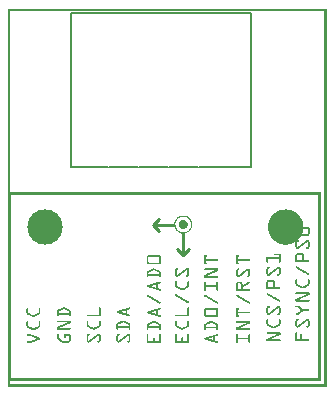
<source format=gto>
G04 MADE WITH FRITZING*
G04 WWW.FRITZING.ORG*
G04 DOUBLE SIDED*
G04 HOLES PLATED*
G04 CONTOUR ON CENTER OF CONTOUR VECTOR*
%ASAXBY*%
%FSLAX23Y23*%
%MOIN*%
%OFA0B0*%
%SFA1.0B1.0*%
%ADD10C,0.118110*%
%ADD11C,0.008000*%
%ADD12C,0.010000*%
%ADD13R,0.001000X0.001000*%
%LNSILK1*%
G90*
G70*
G54D10*
X123Y532D03*
G54D11*
X811Y1244D02*
X811Y732D01*
D02*
X811Y1244D02*
X211Y1244D01*
D02*
X211Y732D02*
X211Y1244D01*
G54D12*
D02*
X585Y510D02*
X585Y440D01*
D02*
X585Y440D02*
X605Y460D01*
D02*
X585Y440D02*
X565Y460D01*
D02*
X555Y540D02*
X485Y540D01*
D02*
X505Y520D02*
X485Y540D01*
D02*
X485Y540D02*
X505Y560D01*
G54D13*
X1Y1259D02*
X1062Y1259D01*
X1Y1258D02*
X1062Y1258D01*
X1Y1257D02*
X1062Y1257D01*
X1Y1256D02*
X1062Y1256D01*
X1Y1255D02*
X1062Y1255D01*
X1Y1254D02*
X1062Y1254D01*
X1Y1253D02*
X1062Y1253D01*
X1Y1252D02*
X1062Y1252D01*
X1Y1251D02*
X8Y1251D01*
X1055Y1251D02*
X1062Y1251D01*
X1Y1250D02*
X8Y1250D01*
X1055Y1250D02*
X1062Y1250D01*
X1Y1249D02*
X8Y1249D01*
X1055Y1249D02*
X1062Y1249D01*
X1Y1248D02*
X8Y1248D01*
X1055Y1248D02*
X1062Y1248D01*
X1Y1247D02*
X8Y1247D01*
X1055Y1247D02*
X1062Y1247D01*
X1Y1246D02*
X8Y1246D01*
X1055Y1246D02*
X1062Y1246D01*
X1Y1245D02*
X8Y1245D01*
X1055Y1245D02*
X1062Y1245D01*
X1Y1244D02*
X8Y1244D01*
X1055Y1244D02*
X1062Y1244D01*
X1Y1243D02*
X8Y1243D01*
X1055Y1243D02*
X1062Y1243D01*
X1Y1242D02*
X8Y1242D01*
X1055Y1242D02*
X1062Y1242D01*
X1Y1241D02*
X8Y1241D01*
X1055Y1241D02*
X1062Y1241D01*
X1Y1240D02*
X8Y1240D01*
X1055Y1240D02*
X1062Y1240D01*
X1Y1239D02*
X8Y1239D01*
X1055Y1239D02*
X1062Y1239D01*
X1Y1238D02*
X8Y1238D01*
X1055Y1238D02*
X1062Y1238D01*
X1Y1237D02*
X8Y1237D01*
X1055Y1237D02*
X1062Y1237D01*
X1Y1236D02*
X8Y1236D01*
X1055Y1236D02*
X1062Y1236D01*
X1Y1235D02*
X8Y1235D01*
X1055Y1235D02*
X1062Y1235D01*
X1Y1234D02*
X8Y1234D01*
X1055Y1234D02*
X1062Y1234D01*
X1Y1233D02*
X8Y1233D01*
X1055Y1233D02*
X1062Y1233D01*
X1Y1232D02*
X8Y1232D01*
X1055Y1232D02*
X1062Y1232D01*
X1Y1231D02*
X8Y1231D01*
X1055Y1231D02*
X1062Y1231D01*
X1Y1230D02*
X8Y1230D01*
X1055Y1230D02*
X1062Y1230D01*
X1Y1229D02*
X8Y1229D01*
X1055Y1229D02*
X1062Y1229D01*
X1Y1228D02*
X8Y1228D01*
X1055Y1228D02*
X1062Y1228D01*
X1Y1227D02*
X8Y1227D01*
X1055Y1227D02*
X1062Y1227D01*
X1Y1226D02*
X8Y1226D01*
X1055Y1226D02*
X1062Y1226D01*
X1Y1225D02*
X8Y1225D01*
X1055Y1225D02*
X1062Y1225D01*
X1Y1224D02*
X8Y1224D01*
X1055Y1224D02*
X1062Y1224D01*
X1Y1223D02*
X8Y1223D01*
X1055Y1223D02*
X1062Y1223D01*
X1Y1222D02*
X8Y1222D01*
X1055Y1222D02*
X1062Y1222D01*
X1Y1221D02*
X8Y1221D01*
X1055Y1221D02*
X1062Y1221D01*
X1Y1220D02*
X8Y1220D01*
X1055Y1220D02*
X1062Y1220D01*
X1Y1219D02*
X8Y1219D01*
X1055Y1219D02*
X1062Y1219D01*
X1Y1218D02*
X8Y1218D01*
X1055Y1218D02*
X1062Y1218D01*
X1Y1217D02*
X8Y1217D01*
X1055Y1217D02*
X1062Y1217D01*
X1Y1216D02*
X8Y1216D01*
X1055Y1216D02*
X1062Y1216D01*
X1Y1215D02*
X8Y1215D01*
X1055Y1215D02*
X1062Y1215D01*
X1Y1214D02*
X8Y1214D01*
X1055Y1214D02*
X1062Y1214D01*
X1Y1213D02*
X8Y1213D01*
X1055Y1213D02*
X1062Y1213D01*
X1Y1212D02*
X8Y1212D01*
X1055Y1212D02*
X1062Y1212D01*
X1Y1211D02*
X8Y1211D01*
X1055Y1211D02*
X1062Y1211D01*
X1Y1210D02*
X8Y1210D01*
X1055Y1210D02*
X1062Y1210D01*
X1Y1209D02*
X8Y1209D01*
X1055Y1209D02*
X1062Y1209D01*
X1Y1208D02*
X8Y1208D01*
X1055Y1208D02*
X1062Y1208D01*
X1Y1207D02*
X8Y1207D01*
X1055Y1207D02*
X1062Y1207D01*
X1Y1206D02*
X8Y1206D01*
X1055Y1206D02*
X1062Y1206D01*
X1Y1205D02*
X8Y1205D01*
X1055Y1205D02*
X1062Y1205D01*
X1Y1204D02*
X8Y1204D01*
X1055Y1204D02*
X1062Y1204D01*
X1Y1203D02*
X8Y1203D01*
X1055Y1203D02*
X1062Y1203D01*
X1Y1202D02*
X8Y1202D01*
X1055Y1202D02*
X1062Y1202D01*
X1Y1201D02*
X8Y1201D01*
X1055Y1201D02*
X1062Y1201D01*
X1Y1200D02*
X8Y1200D01*
X1055Y1200D02*
X1062Y1200D01*
X1Y1199D02*
X8Y1199D01*
X1055Y1199D02*
X1062Y1199D01*
X1Y1198D02*
X8Y1198D01*
X1055Y1198D02*
X1062Y1198D01*
X1Y1197D02*
X8Y1197D01*
X1055Y1197D02*
X1062Y1197D01*
X1Y1196D02*
X8Y1196D01*
X1055Y1196D02*
X1062Y1196D01*
X1Y1195D02*
X8Y1195D01*
X1055Y1195D02*
X1062Y1195D01*
X1Y1194D02*
X8Y1194D01*
X1055Y1194D02*
X1062Y1194D01*
X1Y1193D02*
X8Y1193D01*
X1055Y1193D02*
X1062Y1193D01*
X1Y1192D02*
X8Y1192D01*
X1055Y1192D02*
X1062Y1192D01*
X1Y1191D02*
X8Y1191D01*
X1055Y1191D02*
X1062Y1191D01*
X1Y1190D02*
X8Y1190D01*
X1055Y1190D02*
X1062Y1190D01*
X1Y1189D02*
X8Y1189D01*
X1055Y1189D02*
X1062Y1189D01*
X1Y1188D02*
X8Y1188D01*
X1055Y1188D02*
X1062Y1188D01*
X1Y1187D02*
X8Y1187D01*
X1055Y1187D02*
X1062Y1187D01*
X1Y1186D02*
X8Y1186D01*
X1055Y1186D02*
X1062Y1186D01*
X1Y1185D02*
X8Y1185D01*
X1055Y1185D02*
X1062Y1185D01*
X1Y1184D02*
X8Y1184D01*
X1055Y1184D02*
X1062Y1184D01*
X1Y1183D02*
X8Y1183D01*
X1055Y1183D02*
X1062Y1183D01*
X1Y1182D02*
X8Y1182D01*
X1055Y1182D02*
X1062Y1182D01*
X1Y1181D02*
X8Y1181D01*
X1055Y1181D02*
X1062Y1181D01*
X1Y1180D02*
X8Y1180D01*
X1055Y1180D02*
X1062Y1180D01*
X1Y1179D02*
X8Y1179D01*
X1055Y1179D02*
X1062Y1179D01*
X1Y1178D02*
X8Y1178D01*
X1055Y1178D02*
X1062Y1178D01*
X1Y1177D02*
X8Y1177D01*
X1055Y1177D02*
X1062Y1177D01*
X1Y1176D02*
X8Y1176D01*
X1055Y1176D02*
X1062Y1176D01*
X1Y1175D02*
X8Y1175D01*
X1055Y1175D02*
X1062Y1175D01*
X1Y1174D02*
X8Y1174D01*
X1055Y1174D02*
X1062Y1174D01*
X1Y1173D02*
X8Y1173D01*
X1055Y1173D02*
X1062Y1173D01*
X1Y1172D02*
X8Y1172D01*
X1055Y1172D02*
X1062Y1172D01*
X1Y1171D02*
X8Y1171D01*
X1055Y1171D02*
X1062Y1171D01*
X1Y1170D02*
X8Y1170D01*
X1055Y1170D02*
X1062Y1170D01*
X1Y1169D02*
X8Y1169D01*
X1055Y1169D02*
X1062Y1169D01*
X1Y1168D02*
X8Y1168D01*
X1055Y1168D02*
X1062Y1168D01*
X1Y1167D02*
X8Y1167D01*
X1055Y1167D02*
X1062Y1167D01*
X1Y1166D02*
X8Y1166D01*
X1055Y1166D02*
X1062Y1166D01*
X1Y1165D02*
X8Y1165D01*
X1055Y1165D02*
X1062Y1165D01*
X1Y1164D02*
X8Y1164D01*
X1055Y1164D02*
X1062Y1164D01*
X1Y1163D02*
X8Y1163D01*
X1055Y1163D02*
X1062Y1163D01*
X1Y1162D02*
X8Y1162D01*
X1055Y1162D02*
X1062Y1162D01*
X1Y1161D02*
X8Y1161D01*
X1055Y1161D02*
X1062Y1161D01*
X1Y1160D02*
X8Y1160D01*
X1055Y1160D02*
X1062Y1160D01*
X1Y1159D02*
X8Y1159D01*
X1055Y1159D02*
X1062Y1159D01*
X1Y1158D02*
X8Y1158D01*
X1055Y1158D02*
X1062Y1158D01*
X1Y1157D02*
X8Y1157D01*
X1055Y1157D02*
X1062Y1157D01*
X1Y1156D02*
X8Y1156D01*
X1055Y1156D02*
X1062Y1156D01*
X1Y1155D02*
X8Y1155D01*
X1055Y1155D02*
X1062Y1155D01*
X1Y1154D02*
X8Y1154D01*
X1055Y1154D02*
X1062Y1154D01*
X1Y1153D02*
X8Y1153D01*
X1055Y1153D02*
X1062Y1153D01*
X1Y1152D02*
X8Y1152D01*
X1055Y1152D02*
X1062Y1152D01*
X1Y1151D02*
X8Y1151D01*
X1055Y1151D02*
X1062Y1151D01*
X1Y1150D02*
X8Y1150D01*
X1055Y1150D02*
X1062Y1150D01*
X1Y1149D02*
X8Y1149D01*
X1055Y1149D02*
X1062Y1149D01*
X1Y1148D02*
X8Y1148D01*
X1055Y1148D02*
X1062Y1148D01*
X1Y1147D02*
X8Y1147D01*
X1055Y1147D02*
X1062Y1147D01*
X1Y1146D02*
X8Y1146D01*
X1055Y1146D02*
X1062Y1146D01*
X1Y1145D02*
X8Y1145D01*
X1055Y1145D02*
X1062Y1145D01*
X1Y1144D02*
X8Y1144D01*
X1055Y1144D02*
X1062Y1144D01*
X1Y1143D02*
X8Y1143D01*
X1055Y1143D02*
X1062Y1143D01*
X1Y1142D02*
X8Y1142D01*
X1055Y1142D02*
X1062Y1142D01*
X1Y1141D02*
X8Y1141D01*
X1055Y1141D02*
X1062Y1141D01*
X1Y1140D02*
X8Y1140D01*
X1055Y1140D02*
X1062Y1140D01*
X1Y1139D02*
X8Y1139D01*
X1055Y1139D02*
X1062Y1139D01*
X1Y1138D02*
X8Y1138D01*
X1055Y1138D02*
X1062Y1138D01*
X1Y1137D02*
X8Y1137D01*
X1055Y1137D02*
X1062Y1137D01*
X1Y1136D02*
X8Y1136D01*
X1055Y1136D02*
X1062Y1136D01*
X1Y1135D02*
X8Y1135D01*
X1055Y1135D02*
X1062Y1135D01*
X1Y1134D02*
X8Y1134D01*
X1055Y1134D02*
X1062Y1134D01*
X1Y1133D02*
X8Y1133D01*
X1055Y1133D02*
X1062Y1133D01*
X1Y1132D02*
X8Y1132D01*
X1055Y1132D02*
X1062Y1132D01*
X1Y1131D02*
X8Y1131D01*
X1055Y1131D02*
X1062Y1131D01*
X1Y1130D02*
X8Y1130D01*
X1055Y1130D02*
X1062Y1130D01*
X1Y1129D02*
X8Y1129D01*
X1055Y1129D02*
X1062Y1129D01*
X1Y1128D02*
X8Y1128D01*
X1055Y1128D02*
X1062Y1128D01*
X1Y1127D02*
X8Y1127D01*
X1055Y1127D02*
X1062Y1127D01*
X1Y1126D02*
X8Y1126D01*
X1055Y1126D02*
X1062Y1126D01*
X1Y1125D02*
X8Y1125D01*
X1055Y1125D02*
X1062Y1125D01*
X1Y1124D02*
X8Y1124D01*
X1055Y1124D02*
X1062Y1124D01*
X1Y1123D02*
X8Y1123D01*
X1055Y1123D02*
X1062Y1123D01*
X1Y1122D02*
X8Y1122D01*
X1055Y1122D02*
X1062Y1122D01*
X1Y1121D02*
X8Y1121D01*
X1055Y1121D02*
X1062Y1121D01*
X1Y1120D02*
X8Y1120D01*
X1055Y1120D02*
X1062Y1120D01*
X1Y1119D02*
X8Y1119D01*
X1055Y1119D02*
X1062Y1119D01*
X1Y1118D02*
X8Y1118D01*
X1055Y1118D02*
X1062Y1118D01*
X1Y1117D02*
X8Y1117D01*
X1055Y1117D02*
X1062Y1117D01*
X1Y1116D02*
X8Y1116D01*
X1055Y1116D02*
X1062Y1116D01*
X1Y1115D02*
X8Y1115D01*
X1055Y1115D02*
X1062Y1115D01*
X1Y1114D02*
X8Y1114D01*
X1055Y1114D02*
X1062Y1114D01*
X1Y1113D02*
X8Y1113D01*
X1055Y1113D02*
X1062Y1113D01*
X1Y1112D02*
X8Y1112D01*
X1055Y1112D02*
X1062Y1112D01*
X1Y1111D02*
X8Y1111D01*
X1055Y1111D02*
X1062Y1111D01*
X1Y1110D02*
X8Y1110D01*
X1055Y1110D02*
X1062Y1110D01*
X1Y1109D02*
X8Y1109D01*
X1055Y1109D02*
X1062Y1109D01*
X1Y1108D02*
X8Y1108D01*
X1055Y1108D02*
X1062Y1108D01*
X1Y1107D02*
X8Y1107D01*
X1055Y1107D02*
X1062Y1107D01*
X1Y1106D02*
X8Y1106D01*
X1055Y1106D02*
X1062Y1106D01*
X1Y1105D02*
X8Y1105D01*
X1055Y1105D02*
X1062Y1105D01*
X1Y1104D02*
X8Y1104D01*
X1055Y1104D02*
X1062Y1104D01*
X1Y1103D02*
X8Y1103D01*
X1055Y1103D02*
X1062Y1103D01*
X1Y1102D02*
X8Y1102D01*
X1055Y1102D02*
X1062Y1102D01*
X1Y1101D02*
X8Y1101D01*
X1055Y1101D02*
X1062Y1101D01*
X1Y1100D02*
X8Y1100D01*
X1055Y1100D02*
X1062Y1100D01*
X1Y1099D02*
X8Y1099D01*
X1055Y1099D02*
X1062Y1099D01*
X1Y1098D02*
X8Y1098D01*
X1055Y1098D02*
X1062Y1098D01*
X1Y1097D02*
X8Y1097D01*
X1055Y1097D02*
X1062Y1097D01*
X1Y1096D02*
X8Y1096D01*
X1055Y1096D02*
X1062Y1096D01*
X1Y1095D02*
X8Y1095D01*
X1055Y1095D02*
X1062Y1095D01*
X1Y1094D02*
X8Y1094D01*
X1055Y1094D02*
X1062Y1094D01*
X1Y1093D02*
X8Y1093D01*
X1055Y1093D02*
X1062Y1093D01*
X1Y1092D02*
X8Y1092D01*
X1055Y1092D02*
X1062Y1092D01*
X1Y1091D02*
X8Y1091D01*
X1055Y1091D02*
X1062Y1091D01*
X1Y1090D02*
X8Y1090D01*
X1055Y1090D02*
X1062Y1090D01*
X1Y1089D02*
X8Y1089D01*
X1055Y1089D02*
X1062Y1089D01*
X1Y1088D02*
X8Y1088D01*
X1055Y1088D02*
X1062Y1088D01*
X1Y1087D02*
X8Y1087D01*
X1055Y1087D02*
X1062Y1087D01*
X1Y1086D02*
X8Y1086D01*
X1055Y1086D02*
X1062Y1086D01*
X1Y1085D02*
X8Y1085D01*
X1055Y1085D02*
X1062Y1085D01*
X1Y1084D02*
X8Y1084D01*
X1055Y1084D02*
X1062Y1084D01*
X1Y1083D02*
X8Y1083D01*
X1055Y1083D02*
X1062Y1083D01*
X1Y1082D02*
X8Y1082D01*
X1055Y1082D02*
X1062Y1082D01*
X1Y1081D02*
X8Y1081D01*
X1055Y1081D02*
X1062Y1081D01*
X1Y1080D02*
X8Y1080D01*
X1055Y1080D02*
X1062Y1080D01*
X1Y1079D02*
X8Y1079D01*
X1055Y1079D02*
X1062Y1079D01*
X1Y1078D02*
X8Y1078D01*
X1055Y1078D02*
X1062Y1078D01*
X1Y1077D02*
X8Y1077D01*
X1055Y1077D02*
X1062Y1077D01*
X1Y1076D02*
X8Y1076D01*
X1055Y1076D02*
X1062Y1076D01*
X1Y1075D02*
X8Y1075D01*
X1055Y1075D02*
X1062Y1075D01*
X1Y1074D02*
X8Y1074D01*
X1055Y1074D02*
X1062Y1074D01*
X1Y1073D02*
X8Y1073D01*
X1055Y1073D02*
X1062Y1073D01*
X1Y1072D02*
X8Y1072D01*
X1055Y1072D02*
X1062Y1072D01*
X1Y1071D02*
X8Y1071D01*
X1055Y1071D02*
X1062Y1071D01*
X1Y1070D02*
X8Y1070D01*
X1055Y1070D02*
X1062Y1070D01*
X1Y1069D02*
X8Y1069D01*
X1055Y1069D02*
X1062Y1069D01*
X1Y1068D02*
X8Y1068D01*
X1055Y1068D02*
X1062Y1068D01*
X1Y1067D02*
X8Y1067D01*
X1055Y1067D02*
X1062Y1067D01*
X1Y1066D02*
X8Y1066D01*
X1055Y1066D02*
X1062Y1066D01*
X1Y1065D02*
X8Y1065D01*
X1055Y1065D02*
X1062Y1065D01*
X1Y1064D02*
X8Y1064D01*
X1055Y1064D02*
X1062Y1064D01*
X1Y1063D02*
X8Y1063D01*
X1055Y1063D02*
X1062Y1063D01*
X1Y1062D02*
X8Y1062D01*
X1055Y1062D02*
X1062Y1062D01*
X1Y1061D02*
X8Y1061D01*
X1055Y1061D02*
X1062Y1061D01*
X1Y1060D02*
X8Y1060D01*
X1055Y1060D02*
X1062Y1060D01*
X1Y1059D02*
X8Y1059D01*
X1055Y1059D02*
X1062Y1059D01*
X1Y1058D02*
X8Y1058D01*
X1055Y1058D02*
X1062Y1058D01*
X1Y1057D02*
X8Y1057D01*
X1055Y1057D02*
X1062Y1057D01*
X1Y1056D02*
X8Y1056D01*
X1055Y1056D02*
X1062Y1056D01*
X1Y1055D02*
X8Y1055D01*
X1055Y1055D02*
X1062Y1055D01*
X1Y1054D02*
X8Y1054D01*
X1055Y1054D02*
X1062Y1054D01*
X1Y1053D02*
X8Y1053D01*
X1055Y1053D02*
X1062Y1053D01*
X1Y1052D02*
X8Y1052D01*
X1055Y1052D02*
X1062Y1052D01*
X1Y1051D02*
X8Y1051D01*
X1055Y1051D02*
X1062Y1051D01*
X1Y1050D02*
X8Y1050D01*
X1055Y1050D02*
X1062Y1050D01*
X1Y1049D02*
X8Y1049D01*
X1055Y1049D02*
X1062Y1049D01*
X1Y1048D02*
X8Y1048D01*
X1055Y1048D02*
X1062Y1048D01*
X1Y1047D02*
X8Y1047D01*
X1055Y1047D02*
X1062Y1047D01*
X1Y1046D02*
X8Y1046D01*
X1055Y1046D02*
X1062Y1046D01*
X1Y1045D02*
X8Y1045D01*
X1055Y1045D02*
X1062Y1045D01*
X1Y1044D02*
X8Y1044D01*
X1055Y1044D02*
X1062Y1044D01*
X1Y1043D02*
X8Y1043D01*
X1055Y1043D02*
X1062Y1043D01*
X1Y1042D02*
X8Y1042D01*
X1055Y1042D02*
X1062Y1042D01*
X1Y1041D02*
X8Y1041D01*
X1055Y1041D02*
X1062Y1041D01*
X1Y1040D02*
X8Y1040D01*
X1055Y1040D02*
X1062Y1040D01*
X1Y1039D02*
X8Y1039D01*
X1055Y1039D02*
X1062Y1039D01*
X1Y1038D02*
X8Y1038D01*
X1055Y1038D02*
X1062Y1038D01*
X1Y1037D02*
X8Y1037D01*
X1055Y1037D02*
X1062Y1037D01*
X1Y1036D02*
X8Y1036D01*
X1055Y1036D02*
X1062Y1036D01*
X1Y1035D02*
X8Y1035D01*
X1055Y1035D02*
X1062Y1035D01*
X1Y1034D02*
X8Y1034D01*
X1055Y1034D02*
X1062Y1034D01*
X1Y1033D02*
X8Y1033D01*
X1055Y1033D02*
X1062Y1033D01*
X1Y1032D02*
X8Y1032D01*
X1055Y1032D02*
X1062Y1032D01*
X1Y1031D02*
X8Y1031D01*
X1055Y1031D02*
X1062Y1031D01*
X1Y1030D02*
X8Y1030D01*
X1055Y1030D02*
X1062Y1030D01*
X1Y1029D02*
X8Y1029D01*
X1055Y1029D02*
X1062Y1029D01*
X1Y1028D02*
X8Y1028D01*
X1055Y1028D02*
X1062Y1028D01*
X1Y1027D02*
X8Y1027D01*
X1055Y1027D02*
X1062Y1027D01*
X1Y1026D02*
X8Y1026D01*
X1055Y1026D02*
X1062Y1026D01*
X1Y1025D02*
X8Y1025D01*
X1055Y1025D02*
X1062Y1025D01*
X1Y1024D02*
X8Y1024D01*
X1055Y1024D02*
X1062Y1024D01*
X1Y1023D02*
X8Y1023D01*
X1055Y1023D02*
X1062Y1023D01*
X1Y1022D02*
X8Y1022D01*
X1055Y1022D02*
X1062Y1022D01*
X1Y1021D02*
X8Y1021D01*
X1055Y1021D02*
X1062Y1021D01*
X1Y1020D02*
X8Y1020D01*
X1055Y1020D02*
X1062Y1020D01*
X1Y1019D02*
X8Y1019D01*
X1055Y1019D02*
X1062Y1019D01*
X1Y1018D02*
X8Y1018D01*
X1055Y1018D02*
X1062Y1018D01*
X1Y1017D02*
X8Y1017D01*
X1055Y1017D02*
X1062Y1017D01*
X1Y1016D02*
X8Y1016D01*
X1055Y1016D02*
X1062Y1016D01*
X1Y1015D02*
X8Y1015D01*
X1055Y1015D02*
X1062Y1015D01*
X1Y1014D02*
X8Y1014D01*
X1055Y1014D02*
X1062Y1014D01*
X1Y1013D02*
X8Y1013D01*
X1055Y1013D02*
X1062Y1013D01*
X1Y1012D02*
X8Y1012D01*
X1055Y1012D02*
X1062Y1012D01*
X1Y1011D02*
X8Y1011D01*
X1055Y1011D02*
X1062Y1011D01*
X1Y1010D02*
X8Y1010D01*
X1055Y1010D02*
X1062Y1010D01*
X1Y1009D02*
X8Y1009D01*
X1055Y1009D02*
X1062Y1009D01*
X1Y1008D02*
X8Y1008D01*
X1055Y1008D02*
X1062Y1008D01*
X1Y1007D02*
X8Y1007D01*
X1055Y1007D02*
X1062Y1007D01*
X1Y1006D02*
X8Y1006D01*
X1055Y1006D02*
X1062Y1006D01*
X1Y1005D02*
X8Y1005D01*
X1055Y1005D02*
X1062Y1005D01*
X1Y1004D02*
X8Y1004D01*
X1055Y1004D02*
X1062Y1004D01*
X1Y1003D02*
X8Y1003D01*
X1055Y1003D02*
X1062Y1003D01*
X1Y1002D02*
X8Y1002D01*
X1055Y1002D02*
X1062Y1002D01*
X1Y1001D02*
X8Y1001D01*
X1055Y1001D02*
X1062Y1001D01*
X1Y1000D02*
X8Y1000D01*
X1055Y1000D02*
X1062Y1000D01*
X1Y999D02*
X8Y999D01*
X1055Y999D02*
X1062Y999D01*
X1Y998D02*
X8Y998D01*
X1055Y998D02*
X1062Y998D01*
X1Y997D02*
X8Y997D01*
X1055Y997D02*
X1062Y997D01*
X1Y996D02*
X8Y996D01*
X1055Y996D02*
X1062Y996D01*
X1Y995D02*
X8Y995D01*
X1055Y995D02*
X1062Y995D01*
X1Y994D02*
X8Y994D01*
X1055Y994D02*
X1062Y994D01*
X1Y993D02*
X8Y993D01*
X1055Y993D02*
X1062Y993D01*
X1Y992D02*
X8Y992D01*
X1055Y992D02*
X1062Y992D01*
X1Y991D02*
X8Y991D01*
X1055Y991D02*
X1062Y991D01*
X1Y990D02*
X8Y990D01*
X1055Y990D02*
X1062Y990D01*
X1Y989D02*
X8Y989D01*
X1055Y989D02*
X1062Y989D01*
X1Y988D02*
X8Y988D01*
X1055Y988D02*
X1062Y988D01*
X1Y987D02*
X8Y987D01*
X1055Y987D02*
X1062Y987D01*
X1Y986D02*
X8Y986D01*
X1055Y986D02*
X1062Y986D01*
X1Y985D02*
X8Y985D01*
X1055Y985D02*
X1062Y985D01*
X1Y984D02*
X8Y984D01*
X1055Y984D02*
X1062Y984D01*
X1Y983D02*
X8Y983D01*
X1055Y983D02*
X1062Y983D01*
X1Y982D02*
X8Y982D01*
X1055Y982D02*
X1062Y982D01*
X1Y981D02*
X8Y981D01*
X1055Y981D02*
X1062Y981D01*
X1Y980D02*
X8Y980D01*
X1055Y980D02*
X1062Y980D01*
X1Y979D02*
X8Y979D01*
X1055Y979D02*
X1062Y979D01*
X1Y978D02*
X8Y978D01*
X1055Y978D02*
X1062Y978D01*
X1Y977D02*
X8Y977D01*
X1055Y977D02*
X1062Y977D01*
X1Y976D02*
X8Y976D01*
X1055Y976D02*
X1062Y976D01*
X1Y975D02*
X8Y975D01*
X1055Y975D02*
X1062Y975D01*
X1Y974D02*
X8Y974D01*
X1055Y974D02*
X1062Y974D01*
X1Y973D02*
X8Y973D01*
X1055Y973D02*
X1062Y973D01*
X1Y972D02*
X8Y972D01*
X1055Y972D02*
X1062Y972D01*
X1Y971D02*
X8Y971D01*
X1055Y971D02*
X1062Y971D01*
X1Y970D02*
X8Y970D01*
X1055Y970D02*
X1062Y970D01*
X1Y969D02*
X8Y969D01*
X1055Y969D02*
X1062Y969D01*
X1Y968D02*
X8Y968D01*
X1055Y968D02*
X1062Y968D01*
X1Y967D02*
X8Y967D01*
X1055Y967D02*
X1062Y967D01*
X1Y966D02*
X8Y966D01*
X1055Y966D02*
X1062Y966D01*
X1Y965D02*
X8Y965D01*
X1055Y965D02*
X1062Y965D01*
X1Y964D02*
X8Y964D01*
X1055Y964D02*
X1062Y964D01*
X1Y963D02*
X8Y963D01*
X1055Y963D02*
X1062Y963D01*
X1Y962D02*
X8Y962D01*
X1055Y962D02*
X1062Y962D01*
X1Y961D02*
X8Y961D01*
X1055Y961D02*
X1062Y961D01*
X1Y960D02*
X8Y960D01*
X1055Y960D02*
X1062Y960D01*
X1Y959D02*
X8Y959D01*
X1055Y959D02*
X1062Y959D01*
X1Y958D02*
X8Y958D01*
X1055Y958D02*
X1062Y958D01*
X1Y957D02*
X8Y957D01*
X1055Y957D02*
X1062Y957D01*
X1Y956D02*
X8Y956D01*
X1055Y956D02*
X1062Y956D01*
X1Y955D02*
X8Y955D01*
X1055Y955D02*
X1062Y955D01*
X1Y954D02*
X8Y954D01*
X1055Y954D02*
X1062Y954D01*
X1Y953D02*
X8Y953D01*
X1055Y953D02*
X1062Y953D01*
X1Y952D02*
X8Y952D01*
X1055Y952D02*
X1062Y952D01*
X1Y951D02*
X8Y951D01*
X1055Y951D02*
X1062Y951D01*
X1Y950D02*
X8Y950D01*
X1055Y950D02*
X1062Y950D01*
X1Y949D02*
X8Y949D01*
X1055Y949D02*
X1062Y949D01*
X1Y948D02*
X8Y948D01*
X1055Y948D02*
X1062Y948D01*
X1Y947D02*
X8Y947D01*
X1055Y947D02*
X1062Y947D01*
X1Y946D02*
X8Y946D01*
X1055Y946D02*
X1062Y946D01*
X1Y945D02*
X8Y945D01*
X1055Y945D02*
X1062Y945D01*
X1Y944D02*
X8Y944D01*
X1055Y944D02*
X1062Y944D01*
X1Y943D02*
X8Y943D01*
X1055Y943D02*
X1062Y943D01*
X1Y942D02*
X8Y942D01*
X1055Y942D02*
X1062Y942D01*
X1Y941D02*
X8Y941D01*
X1055Y941D02*
X1062Y941D01*
X1Y940D02*
X8Y940D01*
X1055Y940D02*
X1062Y940D01*
X1Y939D02*
X8Y939D01*
X1055Y939D02*
X1062Y939D01*
X1Y938D02*
X8Y938D01*
X1055Y938D02*
X1062Y938D01*
X1Y937D02*
X8Y937D01*
X1055Y937D02*
X1062Y937D01*
X1Y936D02*
X8Y936D01*
X1055Y936D02*
X1062Y936D01*
X1Y935D02*
X8Y935D01*
X1055Y935D02*
X1062Y935D01*
X1Y934D02*
X8Y934D01*
X1055Y934D02*
X1062Y934D01*
X1Y933D02*
X8Y933D01*
X1055Y933D02*
X1062Y933D01*
X1Y932D02*
X8Y932D01*
X1055Y932D02*
X1062Y932D01*
X1Y931D02*
X8Y931D01*
X1055Y931D02*
X1062Y931D01*
X1Y930D02*
X8Y930D01*
X1055Y930D02*
X1062Y930D01*
X1Y929D02*
X8Y929D01*
X1055Y929D02*
X1062Y929D01*
X1Y928D02*
X8Y928D01*
X1055Y928D02*
X1062Y928D01*
X1Y927D02*
X8Y927D01*
X1055Y927D02*
X1062Y927D01*
X1Y926D02*
X8Y926D01*
X1055Y926D02*
X1062Y926D01*
X1Y925D02*
X8Y925D01*
X1055Y925D02*
X1062Y925D01*
X1Y924D02*
X8Y924D01*
X1055Y924D02*
X1062Y924D01*
X1Y923D02*
X8Y923D01*
X1055Y923D02*
X1062Y923D01*
X1Y922D02*
X8Y922D01*
X1055Y922D02*
X1062Y922D01*
X1Y921D02*
X8Y921D01*
X1055Y921D02*
X1062Y921D01*
X1Y920D02*
X8Y920D01*
X1055Y920D02*
X1062Y920D01*
X1Y919D02*
X8Y919D01*
X1055Y919D02*
X1062Y919D01*
X1Y918D02*
X8Y918D01*
X1055Y918D02*
X1062Y918D01*
X1Y917D02*
X8Y917D01*
X1055Y917D02*
X1062Y917D01*
X1Y916D02*
X8Y916D01*
X1055Y916D02*
X1062Y916D01*
X1Y915D02*
X8Y915D01*
X1055Y915D02*
X1062Y915D01*
X1Y914D02*
X8Y914D01*
X1055Y914D02*
X1062Y914D01*
X1Y913D02*
X8Y913D01*
X1055Y913D02*
X1062Y913D01*
X1Y912D02*
X8Y912D01*
X1055Y912D02*
X1062Y912D01*
X1Y911D02*
X8Y911D01*
X1055Y911D02*
X1062Y911D01*
X1Y910D02*
X8Y910D01*
X1055Y910D02*
X1062Y910D01*
X1Y909D02*
X8Y909D01*
X1055Y909D02*
X1062Y909D01*
X1Y908D02*
X8Y908D01*
X1055Y908D02*
X1062Y908D01*
X1Y907D02*
X8Y907D01*
X1055Y907D02*
X1062Y907D01*
X1Y906D02*
X8Y906D01*
X1055Y906D02*
X1062Y906D01*
X1Y905D02*
X8Y905D01*
X1055Y905D02*
X1062Y905D01*
X1Y904D02*
X8Y904D01*
X1055Y904D02*
X1062Y904D01*
X1Y903D02*
X8Y903D01*
X1055Y903D02*
X1062Y903D01*
X1Y902D02*
X8Y902D01*
X1055Y902D02*
X1062Y902D01*
X1Y901D02*
X8Y901D01*
X1055Y901D02*
X1062Y901D01*
X1Y900D02*
X8Y900D01*
X1055Y900D02*
X1062Y900D01*
X1Y899D02*
X8Y899D01*
X1055Y899D02*
X1062Y899D01*
X1Y898D02*
X8Y898D01*
X1055Y898D02*
X1062Y898D01*
X1Y897D02*
X8Y897D01*
X1055Y897D02*
X1062Y897D01*
X1Y896D02*
X8Y896D01*
X1055Y896D02*
X1062Y896D01*
X1Y895D02*
X8Y895D01*
X1055Y895D02*
X1062Y895D01*
X1Y894D02*
X8Y894D01*
X1055Y894D02*
X1062Y894D01*
X1Y893D02*
X8Y893D01*
X1055Y893D02*
X1062Y893D01*
X1Y892D02*
X8Y892D01*
X1055Y892D02*
X1062Y892D01*
X1Y891D02*
X8Y891D01*
X1055Y891D02*
X1062Y891D01*
X1Y890D02*
X8Y890D01*
X1055Y890D02*
X1062Y890D01*
X1Y889D02*
X8Y889D01*
X1055Y889D02*
X1062Y889D01*
X1Y888D02*
X8Y888D01*
X1055Y888D02*
X1062Y888D01*
X1Y887D02*
X8Y887D01*
X1055Y887D02*
X1062Y887D01*
X1Y886D02*
X8Y886D01*
X1055Y886D02*
X1062Y886D01*
X1Y885D02*
X8Y885D01*
X1055Y885D02*
X1062Y885D01*
X1Y884D02*
X8Y884D01*
X1055Y884D02*
X1062Y884D01*
X1Y883D02*
X8Y883D01*
X1055Y883D02*
X1062Y883D01*
X1Y882D02*
X8Y882D01*
X1055Y882D02*
X1062Y882D01*
X1Y881D02*
X8Y881D01*
X1055Y881D02*
X1062Y881D01*
X1Y880D02*
X8Y880D01*
X1055Y880D02*
X1062Y880D01*
X1Y879D02*
X8Y879D01*
X1055Y879D02*
X1062Y879D01*
X1Y878D02*
X8Y878D01*
X1055Y878D02*
X1062Y878D01*
X1Y877D02*
X8Y877D01*
X1055Y877D02*
X1062Y877D01*
X1Y876D02*
X8Y876D01*
X1055Y876D02*
X1062Y876D01*
X1Y875D02*
X8Y875D01*
X1055Y875D02*
X1062Y875D01*
X1Y874D02*
X8Y874D01*
X1055Y874D02*
X1062Y874D01*
X1Y873D02*
X8Y873D01*
X1055Y873D02*
X1062Y873D01*
X1Y872D02*
X8Y872D01*
X1055Y872D02*
X1062Y872D01*
X1Y871D02*
X8Y871D01*
X1055Y871D02*
X1062Y871D01*
X1Y870D02*
X8Y870D01*
X1055Y870D02*
X1062Y870D01*
X1Y869D02*
X8Y869D01*
X1055Y869D02*
X1062Y869D01*
X1Y868D02*
X8Y868D01*
X1055Y868D02*
X1062Y868D01*
X1Y867D02*
X8Y867D01*
X1055Y867D02*
X1062Y867D01*
X1Y866D02*
X8Y866D01*
X1055Y866D02*
X1062Y866D01*
X1Y865D02*
X8Y865D01*
X1055Y865D02*
X1062Y865D01*
X1Y864D02*
X8Y864D01*
X1055Y864D02*
X1062Y864D01*
X1Y863D02*
X8Y863D01*
X1055Y863D02*
X1062Y863D01*
X1Y862D02*
X8Y862D01*
X1055Y862D02*
X1062Y862D01*
X1Y861D02*
X8Y861D01*
X1055Y861D02*
X1062Y861D01*
X1Y860D02*
X8Y860D01*
X1055Y860D02*
X1062Y860D01*
X1Y859D02*
X8Y859D01*
X1055Y859D02*
X1062Y859D01*
X1Y858D02*
X8Y858D01*
X1055Y858D02*
X1062Y858D01*
X1Y857D02*
X8Y857D01*
X1055Y857D02*
X1062Y857D01*
X1Y856D02*
X8Y856D01*
X1055Y856D02*
X1062Y856D01*
X1Y855D02*
X8Y855D01*
X1055Y855D02*
X1062Y855D01*
X1Y854D02*
X8Y854D01*
X1055Y854D02*
X1062Y854D01*
X1Y853D02*
X8Y853D01*
X1055Y853D02*
X1062Y853D01*
X1Y852D02*
X8Y852D01*
X1055Y852D02*
X1062Y852D01*
X1Y851D02*
X8Y851D01*
X1055Y851D02*
X1062Y851D01*
X1Y850D02*
X8Y850D01*
X1055Y850D02*
X1062Y850D01*
X1Y849D02*
X8Y849D01*
X1055Y849D02*
X1062Y849D01*
X1Y848D02*
X8Y848D01*
X1055Y848D02*
X1062Y848D01*
X1Y847D02*
X8Y847D01*
X1055Y847D02*
X1062Y847D01*
X1Y846D02*
X8Y846D01*
X1055Y846D02*
X1062Y846D01*
X1Y845D02*
X8Y845D01*
X1055Y845D02*
X1062Y845D01*
X1Y844D02*
X8Y844D01*
X1055Y844D02*
X1062Y844D01*
X1Y843D02*
X8Y843D01*
X1055Y843D02*
X1062Y843D01*
X1Y842D02*
X8Y842D01*
X1055Y842D02*
X1062Y842D01*
X1Y841D02*
X8Y841D01*
X1055Y841D02*
X1062Y841D01*
X1Y840D02*
X8Y840D01*
X1055Y840D02*
X1062Y840D01*
X1Y839D02*
X8Y839D01*
X1055Y839D02*
X1062Y839D01*
X1Y838D02*
X8Y838D01*
X1055Y838D02*
X1062Y838D01*
X1Y837D02*
X8Y837D01*
X1055Y837D02*
X1062Y837D01*
X1Y836D02*
X8Y836D01*
X1055Y836D02*
X1062Y836D01*
X1Y835D02*
X8Y835D01*
X1055Y835D02*
X1062Y835D01*
X1Y834D02*
X8Y834D01*
X1055Y834D02*
X1062Y834D01*
X1Y833D02*
X8Y833D01*
X1055Y833D02*
X1062Y833D01*
X1Y832D02*
X8Y832D01*
X1055Y832D02*
X1062Y832D01*
X1Y831D02*
X8Y831D01*
X1055Y831D02*
X1062Y831D01*
X1Y830D02*
X8Y830D01*
X1055Y830D02*
X1062Y830D01*
X1Y829D02*
X8Y829D01*
X1055Y829D02*
X1062Y829D01*
X1Y828D02*
X8Y828D01*
X1055Y828D02*
X1062Y828D01*
X1Y827D02*
X8Y827D01*
X1055Y827D02*
X1062Y827D01*
X1Y826D02*
X8Y826D01*
X1055Y826D02*
X1062Y826D01*
X1Y825D02*
X8Y825D01*
X1055Y825D02*
X1062Y825D01*
X1Y824D02*
X8Y824D01*
X1055Y824D02*
X1062Y824D01*
X1Y823D02*
X8Y823D01*
X1055Y823D02*
X1062Y823D01*
X1Y822D02*
X8Y822D01*
X1055Y822D02*
X1062Y822D01*
X1Y821D02*
X8Y821D01*
X1055Y821D02*
X1062Y821D01*
X1Y820D02*
X8Y820D01*
X1055Y820D02*
X1062Y820D01*
X1Y819D02*
X8Y819D01*
X1055Y819D02*
X1062Y819D01*
X1Y818D02*
X8Y818D01*
X1055Y818D02*
X1062Y818D01*
X1Y817D02*
X8Y817D01*
X1055Y817D02*
X1062Y817D01*
X1Y816D02*
X8Y816D01*
X1055Y816D02*
X1062Y816D01*
X1Y815D02*
X8Y815D01*
X1055Y815D02*
X1062Y815D01*
X1Y814D02*
X8Y814D01*
X1055Y814D02*
X1062Y814D01*
X1Y813D02*
X8Y813D01*
X1055Y813D02*
X1062Y813D01*
X1Y812D02*
X8Y812D01*
X1055Y812D02*
X1062Y812D01*
X1Y811D02*
X8Y811D01*
X1055Y811D02*
X1062Y811D01*
X1Y810D02*
X8Y810D01*
X1055Y810D02*
X1062Y810D01*
X1Y809D02*
X8Y809D01*
X1055Y809D02*
X1062Y809D01*
X1Y808D02*
X8Y808D01*
X1055Y808D02*
X1062Y808D01*
X1Y807D02*
X8Y807D01*
X1055Y807D02*
X1062Y807D01*
X1Y806D02*
X8Y806D01*
X1055Y806D02*
X1062Y806D01*
X1Y805D02*
X8Y805D01*
X1055Y805D02*
X1062Y805D01*
X1Y804D02*
X8Y804D01*
X1055Y804D02*
X1062Y804D01*
X1Y803D02*
X8Y803D01*
X1055Y803D02*
X1062Y803D01*
X1Y802D02*
X8Y802D01*
X1055Y802D02*
X1062Y802D01*
X1Y801D02*
X8Y801D01*
X1055Y801D02*
X1062Y801D01*
X1Y800D02*
X8Y800D01*
X1055Y800D02*
X1062Y800D01*
X1Y799D02*
X8Y799D01*
X1055Y799D02*
X1062Y799D01*
X1Y798D02*
X8Y798D01*
X1055Y798D02*
X1062Y798D01*
X1Y797D02*
X8Y797D01*
X1055Y797D02*
X1062Y797D01*
X1Y796D02*
X8Y796D01*
X1055Y796D02*
X1062Y796D01*
X1Y795D02*
X8Y795D01*
X1055Y795D02*
X1062Y795D01*
X1Y794D02*
X8Y794D01*
X1055Y794D02*
X1062Y794D01*
X1Y793D02*
X8Y793D01*
X1055Y793D02*
X1062Y793D01*
X1Y792D02*
X8Y792D01*
X1055Y792D02*
X1062Y792D01*
X1Y791D02*
X8Y791D01*
X1055Y791D02*
X1062Y791D01*
X1Y790D02*
X8Y790D01*
X1055Y790D02*
X1062Y790D01*
X1Y789D02*
X8Y789D01*
X1055Y789D02*
X1062Y789D01*
X1Y788D02*
X8Y788D01*
X1055Y788D02*
X1062Y788D01*
X1Y787D02*
X8Y787D01*
X1055Y787D02*
X1062Y787D01*
X1Y786D02*
X8Y786D01*
X1055Y786D02*
X1062Y786D01*
X1Y785D02*
X8Y785D01*
X1055Y785D02*
X1062Y785D01*
X1Y784D02*
X8Y784D01*
X1055Y784D02*
X1062Y784D01*
X1Y783D02*
X8Y783D01*
X1055Y783D02*
X1062Y783D01*
X1Y782D02*
X8Y782D01*
X1055Y782D02*
X1062Y782D01*
X1Y781D02*
X8Y781D01*
X1055Y781D02*
X1062Y781D01*
X1Y780D02*
X8Y780D01*
X1055Y780D02*
X1062Y780D01*
X1Y779D02*
X8Y779D01*
X1055Y779D02*
X1062Y779D01*
X1Y778D02*
X8Y778D01*
X1055Y778D02*
X1062Y778D01*
X1Y777D02*
X8Y777D01*
X1055Y777D02*
X1062Y777D01*
X1Y776D02*
X8Y776D01*
X1055Y776D02*
X1062Y776D01*
X1Y775D02*
X8Y775D01*
X1055Y775D02*
X1062Y775D01*
X1Y774D02*
X8Y774D01*
X1055Y774D02*
X1062Y774D01*
X1Y773D02*
X8Y773D01*
X1055Y773D02*
X1062Y773D01*
X1Y772D02*
X8Y772D01*
X1055Y772D02*
X1062Y772D01*
X1Y771D02*
X8Y771D01*
X1055Y771D02*
X1062Y771D01*
X1Y770D02*
X8Y770D01*
X1055Y770D02*
X1062Y770D01*
X1Y769D02*
X8Y769D01*
X1055Y769D02*
X1062Y769D01*
X1Y768D02*
X8Y768D01*
X1055Y768D02*
X1062Y768D01*
X1Y767D02*
X8Y767D01*
X1055Y767D02*
X1062Y767D01*
X1Y766D02*
X8Y766D01*
X1055Y766D02*
X1062Y766D01*
X1Y765D02*
X8Y765D01*
X1055Y765D02*
X1062Y765D01*
X1Y764D02*
X8Y764D01*
X1055Y764D02*
X1062Y764D01*
X1Y763D02*
X8Y763D01*
X1055Y763D02*
X1062Y763D01*
X1Y762D02*
X8Y762D01*
X1055Y762D02*
X1062Y762D01*
X1Y761D02*
X8Y761D01*
X1055Y761D02*
X1062Y761D01*
X1Y760D02*
X8Y760D01*
X1055Y760D02*
X1062Y760D01*
X1Y759D02*
X8Y759D01*
X1055Y759D02*
X1062Y759D01*
X1Y758D02*
X8Y758D01*
X1055Y758D02*
X1062Y758D01*
X1Y757D02*
X8Y757D01*
X1055Y757D02*
X1062Y757D01*
X1Y756D02*
X8Y756D01*
X1055Y756D02*
X1062Y756D01*
X1Y755D02*
X8Y755D01*
X1055Y755D02*
X1062Y755D01*
X1Y754D02*
X8Y754D01*
X1055Y754D02*
X1062Y754D01*
X1Y753D02*
X8Y753D01*
X1055Y753D02*
X1062Y753D01*
X1Y752D02*
X8Y752D01*
X1055Y752D02*
X1062Y752D01*
X1Y751D02*
X8Y751D01*
X1055Y751D02*
X1062Y751D01*
X1Y750D02*
X8Y750D01*
X1055Y750D02*
X1062Y750D01*
X1Y749D02*
X8Y749D01*
X1055Y749D02*
X1062Y749D01*
X1Y748D02*
X8Y748D01*
X1055Y748D02*
X1062Y748D01*
X1Y747D02*
X8Y747D01*
X1055Y747D02*
X1062Y747D01*
X1Y746D02*
X8Y746D01*
X1055Y746D02*
X1062Y746D01*
X1Y745D02*
X8Y745D01*
X1055Y745D02*
X1062Y745D01*
X1Y744D02*
X8Y744D01*
X1055Y744D02*
X1062Y744D01*
X1Y743D02*
X8Y743D01*
X1055Y743D02*
X1062Y743D01*
X1Y742D02*
X8Y742D01*
X1055Y742D02*
X1062Y742D01*
X1Y741D02*
X8Y741D01*
X1055Y741D02*
X1062Y741D01*
X1Y740D02*
X8Y740D01*
X1055Y740D02*
X1062Y740D01*
X1Y739D02*
X8Y739D01*
X1055Y739D02*
X1062Y739D01*
X1Y738D02*
X8Y738D01*
X1055Y738D02*
X1062Y738D01*
X1Y737D02*
X8Y737D01*
X1055Y737D02*
X1062Y737D01*
X1Y736D02*
X8Y736D01*
X211Y736D02*
X323Y736D01*
X350Y736D02*
X423Y736D01*
X450Y736D02*
X523Y736D01*
X550Y736D02*
X623Y736D01*
X650Y736D02*
X812Y736D01*
X1055Y736D02*
X1062Y736D01*
X1Y735D02*
X8Y735D01*
X209Y735D02*
X327Y735D01*
X346Y735D02*
X427Y735D01*
X446Y735D02*
X527Y735D01*
X546Y735D02*
X627Y735D01*
X646Y735D02*
X813Y735D01*
X1055Y735D02*
X1062Y735D01*
X1Y734D02*
X8Y734D01*
X209Y734D02*
X335Y734D01*
X338Y734D02*
X435Y734D01*
X438Y734D02*
X535Y734D01*
X538Y734D02*
X635Y734D01*
X638Y734D02*
X814Y734D01*
X1055Y734D02*
X1062Y734D01*
X1Y733D02*
X8Y733D01*
X208Y733D02*
X814Y733D01*
X1055Y733D02*
X1062Y733D01*
X1Y732D02*
X8Y732D01*
X208Y732D02*
X814Y732D01*
X1055Y732D02*
X1062Y732D01*
X1Y731D02*
X8Y731D01*
X208Y731D02*
X814Y731D01*
X1055Y731D02*
X1062Y731D01*
X1Y730D02*
X8Y730D01*
X209Y730D02*
X814Y730D01*
X1055Y730D02*
X1062Y730D01*
X1Y729D02*
X8Y729D01*
X210Y729D02*
X813Y729D01*
X1055Y729D02*
X1062Y729D01*
X1Y728D02*
X8Y728D01*
X1055Y728D02*
X1062Y728D01*
X1Y727D02*
X8Y727D01*
X1055Y727D02*
X1062Y727D01*
X1Y726D02*
X8Y726D01*
X1055Y726D02*
X1062Y726D01*
X1Y725D02*
X8Y725D01*
X1055Y725D02*
X1062Y725D01*
X1Y724D02*
X8Y724D01*
X1055Y724D02*
X1062Y724D01*
X1Y723D02*
X8Y723D01*
X1055Y723D02*
X1062Y723D01*
X1Y722D02*
X8Y722D01*
X1055Y722D02*
X1062Y722D01*
X1Y721D02*
X8Y721D01*
X1055Y721D02*
X1062Y721D01*
X1Y720D02*
X8Y720D01*
X1055Y720D02*
X1062Y720D01*
X1Y719D02*
X8Y719D01*
X1055Y719D02*
X1062Y719D01*
X1Y718D02*
X8Y718D01*
X1055Y718D02*
X1062Y718D01*
X1Y717D02*
X8Y717D01*
X1055Y717D02*
X1062Y717D01*
X1Y716D02*
X8Y716D01*
X1055Y716D02*
X1062Y716D01*
X1Y715D02*
X8Y715D01*
X1055Y715D02*
X1062Y715D01*
X1Y714D02*
X8Y714D01*
X1055Y714D02*
X1062Y714D01*
X1Y713D02*
X8Y713D01*
X1055Y713D02*
X1062Y713D01*
X1Y712D02*
X8Y712D01*
X1055Y712D02*
X1062Y712D01*
X1Y711D02*
X8Y711D01*
X1055Y711D02*
X1062Y711D01*
X1Y710D02*
X8Y710D01*
X1055Y710D02*
X1062Y710D01*
X1Y709D02*
X8Y709D01*
X1055Y709D02*
X1062Y709D01*
X1Y708D02*
X8Y708D01*
X1055Y708D02*
X1062Y708D01*
X1Y707D02*
X8Y707D01*
X1055Y707D02*
X1062Y707D01*
X1Y706D02*
X8Y706D01*
X1055Y706D02*
X1062Y706D01*
X1Y705D02*
X8Y705D01*
X1055Y705D02*
X1062Y705D01*
X1Y704D02*
X8Y704D01*
X1055Y704D02*
X1062Y704D01*
X1Y703D02*
X8Y703D01*
X1055Y703D02*
X1062Y703D01*
X1Y702D02*
X8Y702D01*
X1055Y702D02*
X1062Y702D01*
X1Y701D02*
X8Y701D01*
X1055Y701D02*
X1062Y701D01*
X1Y700D02*
X8Y700D01*
X1055Y700D02*
X1062Y700D01*
X1Y699D02*
X8Y699D01*
X1055Y699D02*
X1062Y699D01*
X1Y698D02*
X8Y698D01*
X1055Y698D02*
X1062Y698D01*
X1Y697D02*
X8Y697D01*
X1055Y697D02*
X1062Y697D01*
X1Y696D02*
X8Y696D01*
X1055Y696D02*
X1062Y696D01*
X1Y695D02*
X8Y695D01*
X1055Y695D02*
X1062Y695D01*
X1Y694D02*
X8Y694D01*
X1055Y694D02*
X1062Y694D01*
X1Y693D02*
X8Y693D01*
X1055Y693D02*
X1062Y693D01*
X1Y692D02*
X8Y692D01*
X1055Y692D02*
X1062Y692D01*
X1Y691D02*
X8Y691D01*
X1055Y691D02*
X1062Y691D01*
X1Y690D02*
X8Y690D01*
X1055Y690D02*
X1062Y690D01*
X1Y689D02*
X8Y689D01*
X1055Y689D02*
X1062Y689D01*
X1Y688D02*
X8Y688D01*
X1055Y688D02*
X1062Y688D01*
X1Y687D02*
X8Y687D01*
X1055Y687D02*
X1062Y687D01*
X1Y686D02*
X8Y686D01*
X1055Y686D02*
X1062Y686D01*
X1Y685D02*
X8Y685D01*
X1055Y685D02*
X1062Y685D01*
X1Y684D02*
X8Y684D01*
X1055Y684D02*
X1062Y684D01*
X1Y683D02*
X8Y683D01*
X1055Y683D02*
X1062Y683D01*
X1Y682D02*
X8Y682D01*
X1055Y682D02*
X1062Y682D01*
X1Y681D02*
X8Y681D01*
X1055Y681D02*
X1062Y681D01*
X1Y680D02*
X8Y680D01*
X1055Y680D02*
X1062Y680D01*
X1Y679D02*
X8Y679D01*
X1055Y679D02*
X1062Y679D01*
X1Y678D02*
X8Y678D01*
X1055Y678D02*
X1062Y678D01*
X1Y677D02*
X8Y677D01*
X1055Y677D02*
X1062Y677D01*
X1Y676D02*
X8Y676D01*
X1055Y676D02*
X1062Y676D01*
X1Y675D02*
X8Y675D01*
X1055Y675D02*
X1062Y675D01*
X1Y674D02*
X8Y674D01*
X1055Y674D02*
X1062Y674D01*
X1Y673D02*
X8Y673D01*
X1055Y673D02*
X1062Y673D01*
X1Y672D02*
X8Y672D01*
X1055Y672D02*
X1062Y672D01*
X1Y671D02*
X8Y671D01*
X1055Y671D02*
X1062Y671D01*
X1Y670D02*
X8Y670D01*
X1055Y670D02*
X1062Y670D01*
X1Y669D02*
X8Y669D01*
X1055Y669D02*
X1062Y669D01*
X1Y668D02*
X8Y668D01*
X1055Y668D02*
X1062Y668D01*
X1Y667D02*
X8Y667D01*
X1055Y667D02*
X1062Y667D01*
X1Y666D02*
X8Y666D01*
X1055Y666D02*
X1062Y666D01*
X1Y665D02*
X8Y665D01*
X1055Y665D02*
X1062Y665D01*
X1Y664D02*
X8Y664D01*
X1055Y664D02*
X1062Y664D01*
X1Y663D02*
X8Y663D01*
X1055Y663D02*
X1062Y663D01*
X1Y662D02*
X8Y662D01*
X1055Y662D02*
X1062Y662D01*
X1Y661D02*
X8Y661D01*
X1055Y661D02*
X1062Y661D01*
X1Y660D02*
X8Y660D01*
X1055Y660D02*
X1062Y660D01*
X1Y659D02*
X8Y659D01*
X1055Y659D02*
X1062Y659D01*
X1Y658D02*
X8Y658D01*
X1055Y658D02*
X1062Y658D01*
X1Y657D02*
X8Y657D01*
X1055Y657D02*
X1062Y657D01*
X1Y656D02*
X8Y656D01*
X1055Y656D02*
X1062Y656D01*
X1Y655D02*
X8Y655D01*
X1055Y655D02*
X1062Y655D01*
X1Y654D02*
X8Y654D01*
X1055Y654D02*
X1062Y654D01*
X1Y653D02*
X8Y653D01*
X1055Y653D02*
X1062Y653D01*
X1Y652D02*
X8Y652D01*
X1055Y652D02*
X1062Y652D01*
X1Y651D02*
X8Y651D01*
X1055Y651D02*
X1062Y651D01*
X1Y650D02*
X8Y650D01*
X1055Y650D02*
X1062Y650D01*
X1Y649D02*
X1042Y649D01*
X1055Y649D02*
X1062Y649D01*
X1Y648D02*
X1042Y648D01*
X1055Y648D02*
X1062Y648D01*
X1Y647D02*
X1042Y647D01*
X1055Y647D02*
X1062Y647D01*
X1Y646D02*
X1042Y646D01*
X1055Y646D02*
X1062Y646D01*
X1Y645D02*
X1042Y645D01*
X1055Y645D02*
X1062Y645D01*
X1Y644D02*
X1042Y644D01*
X1055Y644D02*
X1062Y644D01*
X1Y643D02*
X1042Y643D01*
X1055Y643D02*
X1062Y643D01*
X1Y642D02*
X1042Y642D01*
X1055Y642D02*
X1062Y642D01*
X1Y641D02*
X1042Y641D01*
X1055Y641D02*
X1062Y641D01*
X1Y640D02*
X1042Y640D01*
X1055Y640D02*
X1062Y640D01*
X1Y639D02*
X9Y639D01*
X1033Y639D02*
X1042Y639D01*
X1055Y639D02*
X1062Y639D01*
X1Y638D02*
X9Y638D01*
X1033Y638D02*
X1042Y638D01*
X1055Y638D02*
X1062Y638D01*
X1Y637D02*
X9Y637D01*
X1033Y637D02*
X1042Y637D01*
X1055Y637D02*
X1062Y637D01*
X1Y636D02*
X9Y636D01*
X1033Y636D02*
X1042Y636D01*
X1055Y636D02*
X1062Y636D01*
X1Y635D02*
X9Y635D01*
X1033Y635D02*
X1042Y635D01*
X1055Y635D02*
X1062Y635D01*
X1Y634D02*
X9Y634D01*
X1033Y634D02*
X1042Y634D01*
X1055Y634D02*
X1062Y634D01*
X1Y633D02*
X9Y633D01*
X1033Y633D02*
X1042Y633D01*
X1055Y633D02*
X1062Y633D01*
X1Y632D02*
X9Y632D01*
X1033Y632D02*
X1042Y632D01*
X1055Y632D02*
X1062Y632D01*
X1Y631D02*
X9Y631D01*
X1033Y631D02*
X1042Y631D01*
X1055Y631D02*
X1062Y631D01*
X1Y630D02*
X9Y630D01*
X1033Y630D02*
X1042Y630D01*
X1055Y630D02*
X1062Y630D01*
X1Y629D02*
X9Y629D01*
X1033Y629D02*
X1042Y629D01*
X1055Y629D02*
X1062Y629D01*
X1Y628D02*
X9Y628D01*
X1033Y628D02*
X1042Y628D01*
X1055Y628D02*
X1062Y628D01*
X1Y627D02*
X9Y627D01*
X1033Y627D02*
X1042Y627D01*
X1055Y627D02*
X1062Y627D01*
X1Y626D02*
X9Y626D01*
X1033Y626D02*
X1042Y626D01*
X1055Y626D02*
X1062Y626D01*
X1Y625D02*
X9Y625D01*
X1033Y625D02*
X1042Y625D01*
X1055Y625D02*
X1062Y625D01*
X1Y624D02*
X9Y624D01*
X1033Y624D02*
X1042Y624D01*
X1055Y624D02*
X1062Y624D01*
X1Y623D02*
X9Y623D01*
X1033Y623D02*
X1042Y623D01*
X1055Y623D02*
X1062Y623D01*
X1Y622D02*
X9Y622D01*
X1033Y622D02*
X1042Y622D01*
X1055Y622D02*
X1062Y622D01*
X1Y621D02*
X9Y621D01*
X1033Y621D02*
X1042Y621D01*
X1055Y621D02*
X1062Y621D01*
X1Y620D02*
X9Y620D01*
X1033Y620D02*
X1042Y620D01*
X1055Y620D02*
X1062Y620D01*
X1Y619D02*
X9Y619D01*
X1033Y619D02*
X1042Y619D01*
X1055Y619D02*
X1062Y619D01*
X1Y618D02*
X9Y618D01*
X1033Y618D02*
X1042Y618D01*
X1055Y618D02*
X1062Y618D01*
X1Y617D02*
X9Y617D01*
X1033Y617D02*
X1042Y617D01*
X1055Y617D02*
X1062Y617D01*
X1Y616D02*
X9Y616D01*
X1033Y616D02*
X1042Y616D01*
X1055Y616D02*
X1062Y616D01*
X1Y615D02*
X9Y615D01*
X1033Y615D02*
X1042Y615D01*
X1055Y615D02*
X1062Y615D01*
X1Y614D02*
X9Y614D01*
X1033Y614D02*
X1042Y614D01*
X1055Y614D02*
X1062Y614D01*
X1Y613D02*
X9Y613D01*
X1033Y613D02*
X1042Y613D01*
X1055Y613D02*
X1062Y613D01*
X1Y612D02*
X9Y612D01*
X1033Y612D02*
X1042Y612D01*
X1055Y612D02*
X1062Y612D01*
X1Y611D02*
X9Y611D01*
X1033Y611D02*
X1042Y611D01*
X1055Y611D02*
X1062Y611D01*
X1Y610D02*
X9Y610D01*
X1033Y610D02*
X1042Y610D01*
X1055Y610D02*
X1062Y610D01*
X1Y609D02*
X9Y609D01*
X1033Y609D02*
X1042Y609D01*
X1055Y609D02*
X1062Y609D01*
X1Y608D02*
X9Y608D01*
X1033Y608D02*
X1042Y608D01*
X1055Y608D02*
X1062Y608D01*
X1Y607D02*
X9Y607D01*
X1033Y607D02*
X1042Y607D01*
X1055Y607D02*
X1062Y607D01*
X1Y606D02*
X9Y606D01*
X1033Y606D02*
X1042Y606D01*
X1055Y606D02*
X1062Y606D01*
X1Y605D02*
X9Y605D01*
X1033Y605D02*
X1042Y605D01*
X1055Y605D02*
X1062Y605D01*
X1Y604D02*
X9Y604D01*
X1033Y604D02*
X1042Y604D01*
X1055Y604D02*
X1062Y604D01*
X1Y603D02*
X9Y603D01*
X1033Y603D02*
X1042Y603D01*
X1055Y603D02*
X1062Y603D01*
X1Y602D02*
X9Y602D01*
X1033Y602D02*
X1042Y602D01*
X1055Y602D02*
X1062Y602D01*
X1Y601D02*
X9Y601D01*
X1033Y601D02*
X1042Y601D01*
X1055Y601D02*
X1062Y601D01*
X1Y600D02*
X9Y600D01*
X1033Y600D02*
X1042Y600D01*
X1055Y600D02*
X1062Y600D01*
X1Y599D02*
X9Y599D01*
X1033Y599D02*
X1042Y599D01*
X1055Y599D02*
X1062Y599D01*
X1Y598D02*
X9Y598D01*
X1033Y598D02*
X1042Y598D01*
X1055Y598D02*
X1062Y598D01*
X1Y597D02*
X9Y597D01*
X1033Y597D02*
X1042Y597D01*
X1055Y597D02*
X1062Y597D01*
X1Y596D02*
X9Y596D01*
X1033Y596D02*
X1042Y596D01*
X1055Y596D02*
X1062Y596D01*
X1Y595D02*
X9Y595D01*
X1033Y595D02*
X1042Y595D01*
X1055Y595D02*
X1062Y595D01*
X1Y594D02*
X9Y594D01*
X1033Y594D02*
X1042Y594D01*
X1055Y594D02*
X1062Y594D01*
X1Y593D02*
X9Y593D01*
X1033Y593D02*
X1042Y593D01*
X1055Y593D02*
X1062Y593D01*
X1Y592D02*
X9Y592D01*
X1033Y592D02*
X1042Y592D01*
X1055Y592D02*
X1062Y592D01*
X1Y591D02*
X9Y591D01*
X923Y591D02*
X929Y591D01*
X1033Y591D02*
X1042Y591D01*
X1055Y591D02*
X1062Y591D01*
X1Y590D02*
X9Y590D01*
X915Y590D02*
X937Y590D01*
X1033Y590D02*
X1042Y590D01*
X1055Y590D02*
X1062Y590D01*
X1Y589D02*
X9Y589D01*
X911Y589D02*
X941Y589D01*
X1033Y589D02*
X1042Y589D01*
X1055Y589D02*
X1062Y589D01*
X1Y588D02*
X9Y588D01*
X908Y588D02*
X945Y588D01*
X1033Y588D02*
X1042Y588D01*
X1055Y588D02*
X1062Y588D01*
X1Y587D02*
X9Y587D01*
X905Y587D02*
X947Y587D01*
X1033Y587D02*
X1042Y587D01*
X1055Y587D02*
X1062Y587D01*
X1Y586D02*
X9Y586D01*
X903Y586D02*
X950Y586D01*
X1033Y586D02*
X1042Y586D01*
X1055Y586D02*
X1062Y586D01*
X1Y585D02*
X9Y585D01*
X901Y585D02*
X952Y585D01*
X1033Y585D02*
X1042Y585D01*
X1055Y585D02*
X1062Y585D01*
X1Y584D02*
X9Y584D01*
X899Y584D02*
X954Y584D01*
X1033Y584D02*
X1042Y584D01*
X1055Y584D02*
X1062Y584D01*
X1Y583D02*
X9Y583D01*
X897Y583D02*
X956Y583D01*
X1033Y583D02*
X1042Y583D01*
X1055Y583D02*
X1062Y583D01*
X1Y582D02*
X9Y582D01*
X895Y582D02*
X957Y582D01*
X1033Y582D02*
X1042Y582D01*
X1055Y582D02*
X1062Y582D01*
X1Y581D02*
X9Y581D01*
X894Y581D02*
X959Y581D01*
X1033Y581D02*
X1042Y581D01*
X1055Y581D02*
X1062Y581D01*
X1Y580D02*
X9Y580D01*
X892Y580D02*
X960Y580D01*
X1033Y580D02*
X1042Y580D01*
X1055Y580D02*
X1062Y580D01*
X1Y579D02*
X9Y579D01*
X891Y579D02*
X962Y579D01*
X1033Y579D02*
X1042Y579D01*
X1055Y579D02*
X1062Y579D01*
X1Y578D02*
X9Y578D01*
X890Y578D02*
X963Y578D01*
X1033Y578D02*
X1042Y578D01*
X1055Y578D02*
X1062Y578D01*
X1Y577D02*
X9Y577D01*
X888Y577D02*
X964Y577D01*
X1033Y577D02*
X1042Y577D01*
X1055Y577D02*
X1062Y577D01*
X1Y576D02*
X9Y576D01*
X887Y576D02*
X965Y576D01*
X1033Y576D02*
X1042Y576D01*
X1055Y576D02*
X1062Y576D01*
X1Y575D02*
X9Y575D01*
X886Y575D02*
X966Y575D01*
X1033Y575D02*
X1042Y575D01*
X1055Y575D02*
X1062Y575D01*
X1Y574D02*
X9Y574D01*
X885Y574D02*
X967Y574D01*
X1033Y574D02*
X1042Y574D01*
X1055Y574D02*
X1062Y574D01*
X1Y573D02*
X9Y573D01*
X884Y573D02*
X968Y573D01*
X1033Y573D02*
X1042Y573D01*
X1055Y573D02*
X1062Y573D01*
X1Y572D02*
X9Y572D01*
X883Y572D02*
X969Y572D01*
X1033Y572D02*
X1042Y572D01*
X1055Y572D02*
X1062Y572D01*
X1Y571D02*
X9Y571D01*
X882Y571D02*
X970Y571D01*
X1033Y571D02*
X1042Y571D01*
X1055Y571D02*
X1062Y571D01*
X1Y570D02*
X9Y570D01*
X578Y570D02*
X591Y570D01*
X881Y570D02*
X971Y570D01*
X1033Y570D02*
X1042Y570D01*
X1055Y570D02*
X1062Y570D01*
X1Y569D02*
X9Y569D01*
X575Y569D02*
X595Y569D01*
X881Y569D02*
X972Y569D01*
X1033Y569D02*
X1042Y569D01*
X1055Y569D02*
X1062Y569D01*
X1Y568D02*
X9Y568D01*
X573Y568D02*
X597Y568D01*
X880Y568D02*
X973Y568D01*
X1033Y568D02*
X1042Y568D01*
X1055Y568D02*
X1062Y568D01*
X1Y567D02*
X9Y567D01*
X571Y567D02*
X599Y567D01*
X879Y567D02*
X973Y567D01*
X1033Y567D02*
X1042Y567D01*
X1055Y567D02*
X1062Y567D01*
X1Y566D02*
X9Y566D01*
X569Y566D02*
X577Y566D01*
X592Y566D02*
X600Y566D01*
X878Y566D02*
X974Y566D01*
X1033Y566D02*
X1042Y566D01*
X1055Y566D02*
X1062Y566D01*
X1Y565D02*
X9Y565D01*
X568Y565D02*
X574Y565D01*
X595Y565D02*
X602Y565D01*
X878Y565D02*
X975Y565D01*
X1033Y565D02*
X1042Y565D01*
X1055Y565D02*
X1062Y565D01*
X1Y564D02*
X9Y564D01*
X566Y564D02*
X572Y564D01*
X597Y564D02*
X603Y564D01*
X877Y564D02*
X975Y564D01*
X1033Y564D02*
X1042Y564D01*
X1055Y564D02*
X1062Y564D01*
X1Y563D02*
X9Y563D01*
X565Y563D02*
X570Y563D01*
X599Y563D02*
X604Y563D01*
X876Y563D02*
X976Y563D01*
X1033Y563D02*
X1042Y563D01*
X1055Y563D02*
X1062Y563D01*
X1Y562D02*
X9Y562D01*
X564Y562D02*
X569Y562D01*
X601Y562D02*
X605Y562D01*
X876Y562D02*
X977Y562D01*
X1033Y562D02*
X1042Y562D01*
X1055Y562D02*
X1062Y562D01*
X1Y561D02*
X9Y561D01*
X563Y561D02*
X568Y561D01*
X602Y561D02*
X606Y561D01*
X875Y561D02*
X977Y561D01*
X1033Y561D02*
X1042Y561D01*
X1055Y561D02*
X1062Y561D01*
X1Y560D02*
X9Y560D01*
X562Y560D02*
X566Y560D01*
X603Y560D02*
X607Y560D01*
X875Y560D02*
X978Y560D01*
X1033Y560D02*
X1042Y560D01*
X1055Y560D02*
X1062Y560D01*
X1Y559D02*
X9Y559D01*
X561Y559D02*
X565Y559D01*
X604Y559D02*
X608Y559D01*
X874Y559D02*
X978Y559D01*
X1033Y559D02*
X1042Y559D01*
X1055Y559D02*
X1062Y559D01*
X1Y558D02*
X9Y558D01*
X561Y558D02*
X565Y558D01*
X605Y558D02*
X609Y558D01*
X874Y558D02*
X979Y558D01*
X1033Y558D02*
X1042Y558D01*
X1055Y558D02*
X1062Y558D01*
X1Y557D02*
X9Y557D01*
X560Y557D02*
X564Y557D01*
X606Y557D02*
X610Y557D01*
X873Y557D02*
X979Y557D01*
X1033Y557D02*
X1042Y557D01*
X1055Y557D02*
X1062Y557D01*
X1Y556D02*
X9Y556D01*
X559Y556D02*
X563Y556D01*
X607Y556D02*
X610Y556D01*
X873Y556D02*
X980Y556D01*
X1033Y556D02*
X1042Y556D01*
X1055Y556D02*
X1062Y556D01*
X1Y555D02*
X9Y555D01*
X559Y555D02*
X562Y555D01*
X581Y555D02*
X588Y555D01*
X607Y555D02*
X611Y555D01*
X872Y555D02*
X980Y555D01*
X1033Y555D02*
X1042Y555D01*
X1055Y555D02*
X1062Y555D01*
X1Y554D02*
X9Y554D01*
X558Y554D02*
X562Y554D01*
X579Y554D02*
X591Y554D01*
X608Y554D02*
X611Y554D01*
X872Y554D02*
X981Y554D01*
X1033Y554D02*
X1042Y554D01*
X1055Y554D02*
X1062Y554D01*
X1Y553D02*
X9Y553D01*
X558Y553D02*
X561Y553D01*
X577Y553D02*
X593Y553D01*
X608Y553D02*
X612Y553D01*
X872Y553D02*
X981Y553D01*
X1033Y553D02*
X1042Y553D01*
X1055Y553D02*
X1062Y553D01*
X1Y552D02*
X9Y552D01*
X557Y552D02*
X561Y552D01*
X576Y552D02*
X594Y552D01*
X609Y552D02*
X612Y552D01*
X871Y552D02*
X981Y552D01*
X1033Y552D02*
X1042Y552D01*
X1055Y552D02*
X1062Y552D01*
X1Y551D02*
X9Y551D01*
X557Y551D02*
X560Y551D01*
X574Y551D02*
X595Y551D01*
X609Y551D02*
X613Y551D01*
X871Y551D02*
X982Y551D01*
X1033Y551D02*
X1042Y551D01*
X1055Y551D02*
X1062Y551D01*
X1Y550D02*
X9Y550D01*
X557Y550D02*
X560Y550D01*
X574Y550D02*
X596Y550D01*
X610Y550D02*
X613Y550D01*
X870Y550D02*
X982Y550D01*
X1033Y550D02*
X1042Y550D01*
X1055Y550D02*
X1062Y550D01*
X1Y549D02*
X9Y549D01*
X556Y549D02*
X559Y549D01*
X573Y549D02*
X597Y549D01*
X610Y549D02*
X613Y549D01*
X870Y549D02*
X982Y549D01*
X1033Y549D02*
X1042Y549D01*
X1055Y549D02*
X1062Y549D01*
X1Y548D02*
X9Y548D01*
X556Y548D02*
X559Y548D01*
X572Y548D02*
X597Y548D01*
X610Y548D02*
X614Y548D01*
X870Y548D02*
X983Y548D01*
X1033Y548D02*
X1042Y548D01*
X1055Y548D02*
X1062Y548D01*
X1Y547D02*
X9Y547D01*
X556Y547D02*
X559Y547D01*
X572Y547D02*
X598Y547D01*
X611Y547D02*
X614Y547D01*
X870Y547D02*
X983Y547D01*
X1033Y547D02*
X1042Y547D01*
X1055Y547D02*
X1062Y547D01*
X1Y546D02*
X9Y546D01*
X556Y546D02*
X559Y546D01*
X571Y546D02*
X598Y546D01*
X611Y546D02*
X614Y546D01*
X869Y546D02*
X983Y546D01*
X1033Y546D02*
X1042Y546D01*
X1055Y546D02*
X1062Y546D01*
X1Y545D02*
X9Y545D01*
X555Y545D02*
X558Y545D01*
X571Y545D02*
X598Y545D01*
X611Y545D02*
X614Y545D01*
X869Y545D02*
X983Y545D01*
X1033Y545D02*
X1042Y545D01*
X1055Y545D02*
X1062Y545D01*
X1Y544D02*
X9Y544D01*
X555Y544D02*
X558Y544D01*
X571Y544D02*
X599Y544D01*
X611Y544D02*
X614Y544D01*
X869Y544D02*
X984Y544D01*
X1033Y544D02*
X1042Y544D01*
X1055Y544D02*
X1062Y544D01*
X1Y543D02*
X9Y543D01*
X555Y543D02*
X558Y543D01*
X571Y543D02*
X599Y543D01*
X611Y543D02*
X614Y543D01*
X869Y543D02*
X984Y543D01*
X1033Y543D02*
X1042Y543D01*
X1055Y543D02*
X1062Y543D01*
X1Y542D02*
X9Y542D01*
X555Y542D02*
X558Y542D01*
X570Y542D02*
X599Y542D01*
X611Y542D02*
X614Y542D01*
X869Y542D02*
X984Y542D01*
X1033Y542D02*
X1042Y542D01*
X1055Y542D02*
X1062Y542D01*
X1Y541D02*
X9Y541D01*
X555Y541D02*
X558Y541D01*
X570Y541D02*
X599Y541D01*
X611Y541D02*
X614Y541D01*
X868Y541D02*
X984Y541D01*
X1033Y541D02*
X1042Y541D01*
X1055Y541D02*
X1062Y541D01*
X1Y540D02*
X9Y540D01*
X555Y540D02*
X558Y540D01*
X570Y540D02*
X599Y540D01*
X611Y540D02*
X614Y540D01*
X868Y540D02*
X984Y540D01*
X1033Y540D02*
X1042Y540D01*
X1055Y540D02*
X1062Y540D01*
X1Y539D02*
X9Y539D01*
X555Y539D02*
X558Y539D01*
X570Y539D02*
X599Y539D01*
X611Y539D02*
X614Y539D01*
X868Y539D02*
X984Y539D01*
X1033Y539D02*
X1042Y539D01*
X1055Y539D02*
X1062Y539D01*
X1Y538D02*
X9Y538D01*
X555Y538D02*
X558Y538D01*
X571Y538D02*
X599Y538D01*
X611Y538D02*
X614Y538D01*
X868Y538D02*
X984Y538D01*
X1033Y538D02*
X1042Y538D01*
X1055Y538D02*
X1062Y538D01*
X1Y537D02*
X9Y537D01*
X555Y537D02*
X558Y537D01*
X571Y537D02*
X599Y537D01*
X611Y537D02*
X614Y537D01*
X868Y537D02*
X984Y537D01*
X1033Y537D02*
X1042Y537D01*
X1055Y537D02*
X1062Y537D01*
X1Y536D02*
X9Y536D01*
X555Y536D02*
X558Y536D01*
X571Y536D02*
X598Y536D01*
X611Y536D02*
X614Y536D01*
X868Y536D02*
X985Y536D01*
X1033Y536D02*
X1042Y536D01*
X1055Y536D02*
X1062Y536D01*
X1Y535D02*
X9Y535D01*
X556Y535D02*
X559Y535D01*
X571Y535D02*
X598Y535D01*
X611Y535D02*
X614Y535D01*
X868Y535D02*
X985Y535D01*
X1033Y535D02*
X1042Y535D01*
X1055Y535D02*
X1062Y535D01*
X1Y534D02*
X9Y534D01*
X556Y534D02*
X559Y534D01*
X572Y534D02*
X598Y534D01*
X611Y534D02*
X614Y534D01*
X868Y534D02*
X985Y534D01*
X1033Y534D02*
X1042Y534D01*
X1055Y534D02*
X1062Y534D01*
X1Y533D02*
X9Y533D01*
X556Y533D02*
X559Y533D01*
X573Y533D02*
X597Y533D01*
X610Y533D02*
X613Y533D01*
X868Y533D02*
X985Y533D01*
X1033Y533D02*
X1042Y533D01*
X1055Y533D02*
X1062Y533D01*
X1Y532D02*
X9Y532D01*
X556Y532D02*
X559Y532D01*
X573Y532D02*
X596Y532D01*
X610Y532D02*
X613Y532D01*
X868Y532D02*
X1002Y532D01*
X1033Y532D02*
X1042Y532D01*
X1055Y532D02*
X1062Y532D01*
X1Y531D02*
X9Y531D01*
X557Y531D02*
X560Y531D01*
X574Y531D02*
X596Y531D01*
X610Y531D02*
X613Y531D01*
X868Y531D02*
X1004Y531D01*
X1033Y531D02*
X1042Y531D01*
X1055Y531D02*
X1062Y531D01*
X1Y530D02*
X9Y530D01*
X557Y530D02*
X560Y530D01*
X575Y530D02*
X595Y530D01*
X609Y530D02*
X612Y530D01*
X868Y530D02*
X1004Y530D01*
X1033Y530D02*
X1042Y530D01*
X1055Y530D02*
X1062Y530D01*
X1Y529D02*
X9Y529D01*
X557Y529D02*
X561Y529D01*
X576Y529D02*
X594Y529D01*
X609Y529D02*
X612Y529D01*
X868Y529D02*
X1005Y529D01*
X1033Y529D02*
X1042Y529D01*
X1055Y529D02*
X1062Y529D01*
X1Y528D02*
X9Y528D01*
X558Y528D02*
X561Y528D01*
X577Y528D02*
X592Y528D01*
X608Y528D02*
X612Y528D01*
X868Y528D02*
X1005Y528D01*
X1033Y528D02*
X1042Y528D01*
X1055Y528D02*
X1062Y528D01*
X1Y527D02*
X9Y527D01*
X558Y527D02*
X562Y527D01*
X579Y527D02*
X590Y527D01*
X608Y527D02*
X611Y527D01*
X868Y527D02*
X1006Y527D01*
X1033Y527D02*
X1042Y527D01*
X1055Y527D02*
X1062Y527D01*
X1Y526D02*
X9Y526D01*
X559Y526D02*
X562Y526D01*
X582Y526D02*
X587Y526D01*
X607Y526D02*
X611Y526D01*
X868Y526D02*
X984Y526D01*
X1000Y526D02*
X1006Y526D01*
X1033Y526D02*
X1042Y526D01*
X1055Y526D02*
X1062Y526D01*
X1Y525D02*
X9Y525D01*
X560Y525D02*
X563Y525D01*
X606Y525D02*
X610Y525D01*
X868Y525D02*
X984Y525D01*
X1000Y525D02*
X1006Y525D01*
X1033Y525D02*
X1042Y525D01*
X1055Y525D02*
X1062Y525D01*
X1Y524D02*
X9Y524D01*
X560Y524D02*
X564Y524D01*
X606Y524D02*
X609Y524D01*
X868Y524D02*
X984Y524D01*
X1000Y524D02*
X1006Y524D01*
X1033Y524D02*
X1042Y524D01*
X1055Y524D02*
X1062Y524D01*
X1Y523D02*
X9Y523D01*
X561Y523D02*
X565Y523D01*
X605Y523D02*
X609Y523D01*
X868Y523D02*
X984Y523D01*
X1000Y523D02*
X1006Y523D01*
X1033Y523D02*
X1042Y523D01*
X1055Y523D02*
X1062Y523D01*
X1Y522D02*
X9Y522D01*
X562Y522D02*
X566Y522D01*
X604Y522D02*
X608Y522D01*
X869Y522D02*
X984Y522D01*
X1000Y522D02*
X1006Y522D01*
X1033Y522D02*
X1042Y522D01*
X1055Y522D02*
X1062Y522D01*
X1Y521D02*
X9Y521D01*
X562Y521D02*
X567Y521D01*
X603Y521D02*
X607Y521D01*
X869Y521D02*
X984Y521D01*
X1000Y521D02*
X1006Y521D01*
X1033Y521D02*
X1042Y521D01*
X1055Y521D02*
X1062Y521D01*
X1Y520D02*
X9Y520D01*
X563Y520D02*
X568Y520D01*
X602Y520D02*
X606Y520D01*
X869Y520D02*
X983Y520D01*
X1000Y520D02*
X1006Y520D01*
X1033Y520D02*
X1042Y520D01*
X1055Y520D02*
X1062Y520D01*
X1Y519D02*
X9Y519D01*
X564Y519D02*
X569Y519D01*
X600Y519D02*
X605Y519D01*
X869Y519D02*
X983Y519D01*
X1000Y519D02*
X1006Y519D01*
X1033Y519D02*
X1042Y519D01*
X1055Y519D02*
X1062Y519D01*
X1Y518D02*
X9Y518D01*
X565Y518D02*
X571Y518D01*
X599Y518D02*
X604Y518D01*
X869Y518D02*
X983Y518D01*
X1000Y518D02*
X1006Y518D01*
X1033Y518D02*
X1042Y518D01*
X1055Y518D02*
X1062Y518D01*
X1Y517D02*
X9Y517D01*
X567Y517D02*
X573Y517D01*
X597Y517D02*
X603Y517D01*
X870Y517D02*
X983Y517D01*
X1000Y517D02*
X1006Y517D01*
X1033Y517D02*
X1042Y517D01*
X1055Y517D02*
X1062Y517D01*
X1Y516D02*
X9Y516D01*
X568Y516D02*
X575Y516D01*
X594Y516D02*
X602Y516D01*
X870Y516D02*
X982Y516D01*
X1000Y516D02*
X1006Y516D01*
X1033Y516D02*
X1042Y516D01*
X1055Y516D02*
X1062Y516D01*
X1Y515D02*
X9Y515D01*
X569Y515D02*
X578Y515D01*
X591Y515D02*
X600Y515D01*
X870Y515D02*
X982Y515D01*
X1000Y515D02*
X1006Y515D01*
X1033Y515D02*
X1042Y515D01*
X1055Y515D02*
X1062Y515D01*
X1Y514D02*
X9Y514D01*
X571Y514D02*
X598Y514D01*
X871Y514D02*
X982Y514D01*
X1000Y514D02*
X1006Y514D01*
X1033Y514D02*
X1042Y514D01*
X1055Y514D02*
X1062Y514D01*
X1Y513D02*
X9Y513D01*
X573Y513D02*
X596Y513D01*
X871Y513D02*
X981Y513D01*
X1000Y513D02*
X1006Y513D01*
X1033Y513D02*
X1042Y513D01*
X1055Y513D02*
X1062Y513D01*
X1Y512D02*
X9Y512D01*
X576Y512D02*
X594Y512D01*
X871Y512D02*
X981Y512D01*
X1000Y512D02*
X1006Y512D01*
X1033Y512D02*
X1042Y512D01*
X1055Y512D02*
X1062Y512D01*
X1Y511D02*
X9Y511D01*
X579Y511D02*
X590Y511D01*
X872Y511D02*
X981Y511D01*
X1000Y511D02*
X1006Y511D01*
X1033Y511D02*
X1042Y511D01*
X1055Y511D02*
X1062Y511D01*
X1Y510D02*
X9Y510D01*
X872Y510D02*
X980Y510D01*
X1000Y510D02*
X1006Y510D01*
X1033Y510D02*
X1042Y510D01*
X1055Y510D02*
X1062Y510D01*
X1Y509D02*
X9Y509D01*
X872Y509D02*
X980Y509D01*
X1000Y509D02*
X1006Y509D01*
X1033Y509D02*
X1042Y509D01*
X1055Y509D02*
X1062Y509D01*
X1Y508D02*
X9Y508D01*
X873Y508D02*
X1006Y508D01*
X1033Y508D02*
X1042Y508D01*
X1055Y508D02*
X1062Y508D01*
X1Y507D02*
X9Y507D01*
X873Y507D02*
X1005Y507D01*
X1033Y507D02*
X1042Y507D01*
X1055Y507D02*
X1062Y507D01*
X1Y506D02*
X9Y506D01*
X874Y506D02*
X1005Y506D01*
X1033Y506D02*
X1042Y506D01*
X1055Y506D02*
X1062Y506D01*
X1Y505D02*
X9Y505D01*
X874Y505D02*
X1004Y505D01*
X1033Y505D02*
X1042Y505D01*
X1055Y505D02*
X1062Y505D01*
X1Y504D02*
X9Y504D01*
X875Y504D02*
X1003Y504D01*
X1033Y504D02*
X1042Y504D01*
X1055Y504D02*
X1062Y504D01*
X1Y503D02*
X9Y503D01*
X875Y503D02*
X1001Y503D01*
X1033Y503D02*
X1042Y503D01*
X1055Y503D02*
X1062Y503D01*
X1Y502D02*
X9Y502D01*
X876Y502D02*
X976Y502D01*
X1033Y502D02*
X1042Y502D01*
X1055Y502D02*
X1062Y502D01*
X1Y501D02*
X9Y501D01*
X877Y501D02*
X976Y501D01*
X1033Y501D02*
X1042Y501D01*
X1055Y501D02*
X1062Y501D01*
X1Y500D02*
X9Y500D01*
X877Y500D02*
X975Y500D01*
X1033Y500D02*
X1042Y500D01*
X1055Y500D02*
X1062Y500D01*
X1Y499D02*
X9Y499D01*
X878Y499D02*
X975Y499D01*
X1033Y499D02*
X1042Y499D01*
X1055Y499D02*
X1062Y499D01*
X1Y498D02*
X9Y498D01*
X879Y498D02*
X974Y498D01*
X1033Y498D02*
X1042Y498D01*
X1055Y498D02*
X1062Y498D01*
X1Y497D02*
X9Y497D01*
X879Y497D02*
X973Y497D01*
X1033Y497D02*
X1042Y497D01*
X1055Y497D02*
X1062Y497D01*
X1Y496D02*
X9Y496D01*
X880Y496D02*
X972Y496D01*
X1033Y496D02*
X1042Y496D01*
X1055Y496D02*
X1062Y496D01*
X1Y495D02*
X9Y495D01*
X881Y495D02*
X972Y495D01*
X1033Y495D02*
X1042Y495D01*
X1055Y495D02*
X1062Y495D01*
X1Y494D02*
X9Y494D01*
X882Y494D02*
X971Y494D01*
X1033Y494D02*
X1042Y494D01*
X1055Y494D02*
X1062Y494D01*
X1Y493D02*
X9Y493D01*
X883Y493D02*
X970Y493D01*
X1033Y493D02*
X1042Y493D01*
X1055Y493D02*
X1062Y493D01*
X1Y492D02*
X9Y492D01*
X884Y492D02*
X969Y492D01*
X1033Y492D02*
X1042Y492D01*
X1055Y492D02*
X1062Y492D01*
X1Y491D02*
X9Y491D01*
X884Y491D02*
X968Y491D01*
X1033Y491D02*
X1042Y491D01*
X1055Y491D02*
X1062Y491D01*
X1Y490D02*
X9Y490D01*
X885Y490D02*
X967Y490D01*
X1033Y490D02*
X1042Y490D01*
X1055Y490D02*
X1062Y490D01*
X1Y489D02*
X9Y489D01*
X887Y489D02*
X967Y489D01*
X1033Y489D02*
X1042Y489D01*
X1055Y489D02*
X1062Y489D01*
X1Y488D02*
X9Y488D01*
X888Y488D02*
X969Y488D01*
X996Y488D02*
X1002Y488D01*
X1033Y488D02*
X1042Y488D01*
X1055Y488D02*
X1062Y488D01*
X1Y487D02*
X9Y487D01*
X889Y487D02*
X969Y487D01*
X995Y487D02*
X1004Y487D01*
X1033Y487D02*
X1042Y487D01*
X1055Y487D02*
X1062Y487D01*
X1Y486D02*
X9Y486D01*
X890Y486D02*
X970Y486D01*
X993Y486D02*
X1004Y486D01*
X1033Y486D02*
X1042Y486D01*
X1055Y486D02*
X1062Y486D01*
X1Y485D02*
X9Y485D01*
X891Y485D02*
X969Y485D01*
X992Y485D02*
X1005Y485D01*
X1033Y485D02*
X1042Y485D01*
X1055Y485D02*
X1062Y485D01*
X1Y484D02*
X9Y484D01*
X893Y484D02*
X969Y484D01*
X991Y484D02*
X1005Y484D01*
X1033Y484D02*
X1042Y484D01*
X1055Y484D02*
X1062Y484D01*
X1Y483D02*
X9Y483D01*
X894Y483D02*
X958Y483D01*
X960Y483D02*
X967Y483D01*
X990Y483D02*
X1006Y483D01*
X1033Y483D02*
X1042Y483D01*
X1055Y483D02*
X1062Y483D01*
X1Y482D02*
X9Y482D01*
X896Y482D02*
X957Y482D01*
X959Y482D02*
X965Y482D01*
X988Y482D02*
X997Y482D01*
X1000Y482D02*
X1006Y482D01*
X1033Y482D02*
X1042Y482D01*
X1055Y482D02*
X1062Y482D01*
X1Y481D02*
X9Y481D01*
X897Y481D02*
X955Y481D01*
X959Y481D02*
X965Y481D01*
X987Y481D02*
X996Y481D01*
X1000Y481D02*
X1006Y481D01*
X1033Y481D02*
X1042Y481D01*
X1055Y481D02*
X1062Y481D01*
X1Y480D02*
X9Y480D01*
X899Y480D02*
X953Y480D01*
X959Y480D02*
X964Y480D01*
X986Y480D02*
X995Y480D01*
X1000Y480D02*
X1006Y480D01*
X1033Y480D02*
X1042Y480D01*
X1055Y480D02*
X1062Y480D01*
X1Y479D02*
X9Y479D01*
X901Y479D02*
X951Y479D01*
X959Y479D02*
X964Y479D01*
X984Y479D02*
X994Y479D01*
X1000Y479D02*
X1006Y479D01*
X1033Y479D02*
X1042Y479D01*
X1055Y479D02*
X1062Y479D01*
X1Y478D02*
X9Y478D01*
X903Y478D02*
X949Y478D01*
X959Y478D02*
X964Y478D01*
X983Y478D02*
X992Y478D01*
X1000Y478D02*
X1006Y478D01*
X1033Y478D02*
X1042Y478D01*
X1055Y478D02*
X1062Y478D01*
X1Y477D02*
X9Y477D01*
X906Y477D02*
X947Y477D01*
X959Y477D02*
X964Y477D01*
X982Y477D02*
X991Y477D01*
X1000Y477D02*
X1006Y477D01*
X1033Y477D02*
X1042Y477D01*
X1055Y477D02*
X1062Y477D01*
X1Y476D02*
X9Y476D01*
X909Y476D02*
X944Y476D01*
X959Y476D02*
X964Y476D01*
X981Y476D02*
X990Y476D01*
X1000Y476D02*
X1006Y476D01*
X1033Y476D02*
X1042Y476D01*
X1055Y476D02*
X1062Y476D01*
X1Y475D02*
X9Y475D01*
X912Y475D02*
X940Y475D01*
X959Y475D02*
X964Y475D01*
X979Y475D02*
X988Y475D01*
X1000Y475D02*
X1006Y475D01*
X1033Y475D02*
X1042Y475D01*
X1055Y475D02*
X1062Y475D01*
X1Y474D02*
X9Y474D01*
X917Y474D02*
X935Y474D01*
X959Y474D02*
X964Y474D01*
X978Y474D02*
X987Y474D01*
X1000Y474D02*
X1006Y474D01*
X1033Y474D02*
X1042Y474D01*
X1055Y474D02*
X1062Y474D01*
X1Y473D02*
X9Y473D01*
X959Y473D02*
X964Y473D01*
X977Y473D02*
X986Y473D01*
X1000Y473D02*
X1006Y473D01*
X1033Y473D02*
X1042Y473D01*
X1055Y473D02*
X1062Y473D01*
X1Y472D02*
X9Y472D01*
X959Y472D02*
X964Y472D01*
X975Y472D02*
X985Y472D01*
X1000Y472D02*
X1006Y472D01*
X1033Y472D02*
X1042Y472D01*
X1055Y472D02*
X1062Y472D01*
X1Y471D02*
X9Y471D01*
X959Y471D02*
X964Y471D01*
X974Y471D02*
X983Y471D01*
X1000Y471D02*
X1006Y471D01*
X1033Y471D02*
X1042Y471D01*
X1055Y471D02*
X1062Y471D01*
X1Y470D02*
X9Y470D01*
X959Y470D02*
X964Y470D01*
X973Y470D02*
X982Y470D01*
X1000Y470D02*
X1006Y470D01*
X1033Y470D02*
X1042Y470D01*
X1055Y470D02*
X1062Y470D01*
X1Y469D02*
X9Y469D01*
X959Y469D02*
X964Y469D01*
X972Y469D02*
X981Y469D01*
X1000Y469D02*
X1006Y469D01*
X1033Y469D02*
X1042Y469D01*
X1055Y469D02*
X1062Y469D01*
X1Y468D02*
X9Y468D01*
X959Y468D02*
X964Y468D01*
X970Y468D02*
X979Y468D01*
X1000Y468D02*
X1006Y468D01*
X1033Y468D02*
X1042Y468D01*
X1055Y468D02*
X1062Y468D01*
X1Y467D02*
X9Y467D01*
X959Y467D02*
X964Y467D01*
X969Y467D02*
X978Y467D01*
X1000Y467D02*
X1006Y467D01*
X1033Y467D02*
X1042Y467D01*
X1055Y467D02*
X1062Y467D01*
X1Y466D02*
X9Y466D01*
X959Y466D02*
X964Y466D01*
X968Y466D02*
X977Y466D01*
X1000Y466D02*
X1005Y466D01*
X1033Y466D02*
X1042Y466D01*
X1055Y466D02*
X1062Y466D01*
X1Y465D02*
X9Y465D01*
X959Y465D02*
X976Y465D01*
X998Y465D02*
X1005Y465D01*
X1033Y465D02*
X1042Y465D01*
X1055Y465D02*
X1062Y465D01*
X1Y464D02*
X9Y464D01*
X960Y464D02*
X974Y464D01*
X996Y464D02*
X1005Y464D01*
X1033Y464D02*
X1042Y464D01*
X1055Y464D02*
X1062Y464D01*
X1Y463D02*
X9Y463D01*
X960Y463D02*
X973Y463D01*
X996Y463D02*
X1004Y463D01*
X1033Y463D02*
X1042Y463D01*
X1055Y463D02*
X1062Y463D01*
X1Y462D02*
X9Y462D01*
X961Y462D02*
X972Y462D01*
X995Y462D02*
X1004Y462D01*
X1033Y462D02*
X1042Y462D01*
X1055Y462D02*
X1062Y462D01*
X1Y461D02*
X9Y461D01*
X961Y461D02*
X970Y461D01*
X996Y461D02*
X1003Y461D01*
X1033Y461D02*
X1042Y461D01*
X1055Y461D02*
X1062Y461D01*
X1Y460D02*
X9Y460D01*
X963Y460D02*
X969Y460D01*
X996Y460D02*
X1001Y460D01*
X1033Y460D02*
X1042Y460D01*
X1055Y460D02*
X1062Y460D01*
X1Y459D02*
X9Y459D01*
X965Y459D02*
X966Y459D01*
X998Y459D02*
X998Y459D01*
X1033Y459D02*
X1042Y459D01*
X1055Y459D02*
X1062Y459D01*
X1Y458D02*
X9Y458D01*
X1033Y458D02*
X1042Y458D01*
X1055Y458D02*
X1062Y458D01*
X1Y457D02*
X9Y457D01*
X1033Y457D02*
X1042Y457D01*
X1055Y457D02*
X1062Y457D01*
X1Y456D02*
X9Y456D01*
X1033Y456D02*
X1042Y456D01*
X1055Y456D02*
X1062Y456D01*
X1Y455D02*
X9Y455D01*
X1033Y455D02*
X1042Y455D01*
X1055Y455D02*
X1062Y455D01*
X1Y454D02*
X9Y454D01*
X1033Y454D02*
X1042Y454D01*
X1055Y454D02*
X1062Y454D01*
X1Y453D02*
X9Y453D01*
X1033Y453D02*
X1042Y453D01*
X1055Y453D02*
X1062Y453D01*
X1Y452D02*
X9Y452D01*
X1033Y452D02*
X1042Y452D01*
X1055Y452D02*
X1062Y452D01*
X1Y451D02*
X9Y451D01*
X1033Y451D02*
X1042Y451D01*
X1055Y451D02*
X1062Y451D01*
X1Y450D02*
X9Y450D01*
X1033Y450D02*
X1042Y450D01*
X1055Y450D02*
X1062Y450D01*
X1Y449D02*
X9Y449D01*
X1033Y449D02*
X1042Y449D01*
X1055Y449D02*
X1062Y449D01*
X1Y448D02*
X9Y448D01*
X1033Y448D02*
X1042Y448D01*
X1055Y448D02*
X1062Y448D01*
X1Y447D02*
X9Y447D01*
X1033Y447D02*
X1042Y447D01*
X1055Y447D02*
X1062Y447D01*
X1Y446D02*
X9Y446D01*
X1033Y446D02*
X1042Y446D01*
X1055Y446D02*
X1062Y446D01*
X1Y445D02*
X9Y445D01*
X966Y445D02*
X981Y445D01*
X1033Y445D02*
X1042Y445D01*
X1055Y445D02*
X1062Y445D01*
X1Y444D02*
X9Y444D01*
X964Y444D02*
X983Y444D01*
X1033Y444D02*
X1042Y444D01*
X1055Y444D02*
X1062Y444D01*
X1Y443D02*
X9Y443D01*
X889Y443D02*
X907Y443D01*
X963Y443D02*
X984Y443D01*
X1033Y443D02*
X1042Y443D01*
X1055Y443D02*
X1062Y443D01*
X1Y442D02*
X9Y442D01*
X888Y442D02*
X908Y442D01*
X962Y442D02*
X985Y442D01*
X1033Y442D02*
X1042Y442D01*
X1055Y442D02*
X1062Y442D01*
X1Y441D02*
X9Y441D01*
X888Y441D02*
X909Y441D01*
X961Y441D02*
X986Y441D01*
X1033Y441D02*
X1042Y441D01*
X1055Y441D02*
X1062Y441D01*
X1Y440D02*
X9Y440D01*
X888Y440D02*
X909Y440D01*
X960Y440D02*
X987Y440D01*
X1033Y440D02*
X1042Y440D01*
X1055Y440D02*
X1062Y440D01*
X1Y439D02*
X9Y439D01*
X889Y439D02*
X909Y439D01*
X960Y439D02*
X967Y439D01*
X980Y439D02*
X987Y439D01*
X1033Y439D02*
X1042Y439D01*
X1055Y439D02*
X1062Y439D01*
X1Y438D02*
X9Y438D01*
X890Y438D02*
X909Y438D01*
X960Y438D02*
X965Y438D01*
X982Y438D02*
X987Y438D01*
X1033Y438D02*
X1042Y438D01*
X1055Y438D02*
X1062Y438D01*
X1Y437D02*
X9Y437D01*
X467Y437D02*
X506Y437D01*
X655Y437D02*
X664Y437D01*
X761Y437D02*
X770Y437D01*
X904Y437D02*
X909Y437D01*
X959Y437D02*
X965Y437D01*
X982Y437D02*
X988Y437D01*
X1033Y437D02*
X1042Y437D01*
X1055Y437D02*
X1062Y437D01*
X1Y436D02*
X9Y436D01*
X465Y436D02*
X508Y436D01*
X655Y436D02*
X665Y436D01*
X761Y436D02*
X771Y436D01*
X904Y436D02*
X909Y436D01*
X959Y436D02*
X965Y436D01*
X982Y436D02*
X988Y436D01*
X1033Y436D02*
X1042Y436D01*
X1055Y436D02*
X1062Y436D01*
X1Y435D02*
X9Y435D01*
X464Y435D02*
X508Y435D01*
X655Y435D02*
X665Y435D01*
X761Y435D02*
X771Y435D01*
X904Y435D02*
X909Y435D01*
X959Y435D02*
X964Y435D01*
X982Y435D02*
X988Y435D01*
X1033Y435D02*
X1042Y435D01*
X1055Y435D02*
X1062Y435D01*
X1Y434D02*
X9Y434D01*
X464Y434D02*
X509Y434D01*
X655Y434D02*
X665Y434D01*
X761Y434D02*
X771Y434D01*
X904Y434D02*
X909Y434D01*
X959Y434D02*
X964Y434D01*
X982Y434D02*
X988Y434D01*
X1033Y434D02*
X1042Y434D01*
X1055Y434D02*
X1062Y434D01*
X1Y433D02*
X9Y433D01*
X463Y433D02*
X509Y433D01*
X655Y433D02*
X665Y433D01*
X761Y433D02*
X771Y433D01*
X904Y433D02*
X909Y433D01*
X959Y433D02*
X964Y433D01*
X982Y433D02*
X988Y433D01*
X1033Y433D02*
X1042Y433D01*
X1055Y433D02*
X1062Y433D01*
X1Y432D02*
X9Y432D01*
X463Y432D02*
X510Y432D01*
X655Y432D02*
X663Y432D01*
X761Y432D02*
X769Y432D01*
X903Y432D02*
X909Y432D01*
X959Y432D02*
X964Y432D01*
X982Y432D02*
X988Y432D01*
X1033Y432D02*
X1042Y432D01*
X1055Y432D02*
X1062Y432D01*
X1Y431D02*
X9Y431D01*
X463Y431D02*
X468Y431D01*
X504Y431D02*
X510Y431D01*
X655Y431D02*
X660Y431D01*
X761Y431D02*
X766Y431D01*
X862Y431D02*
X909Y431D01*
X959Y431D02*
X964Y431D01*
X982Y431D02*
X988Y431D01*
X1033Y431D02*
X1042Y431D01*
X1055Y431D02*
X1062Y431D01*
X1Y430D02*
X9Y430D01*
X463Y430D02*
X468Y430D01*
X504Y430D02*
X510Y430D01*
X655Y430D02*
X660Y430D01*
X761Y430D02*
X766Y430D01*
X862Y430D02*
X909Y430D01*
X959Y430D02*
X964Y430D01*
X982Y430D02*
X988Y430D01*
X1033Y430D02*
X1042Y430D01*
X1055Y430D02*
X1062Y430D01*
X1Y429D02*
X9Y429D01*
X463Y429D02*
X468Y429D01*
X504Y429D02*
X510Y429D01*
X655Y429D02*
X660Y429D01*
X761Y429D02*
X766Y429D01*
X862Y429D02*
X909Y429D01*
X959Y429D02*
X964Y429D01*
X982Y429D02*
X988Y429D01*
X1033Y429D02*
X1042Y429D01*
X1055Y429D02*
X1062Y429D01*
X1Y428D02*
X9Y428D01*
X463Y428D02*
X468Y428D01*
X504Y428D02*
X510Y428D01*
X655Y428D02*
X660Y428D01*
X761Y428D02*
X766Y428D01*
X862Y428D02*
X909Y428D01*
X959Y428D02*
X964Y428D01*
X982Y428D02*
X988Y428D01*
X1033Y428D02*
X1042Y428D01*
X1055Y428D02*
X1062Y428D01*
X1Y427D02*
X9Y427D01*
X463Y427D02*
X468Y427D01*
X504Y427D02*
X510Y427D01*
X655Y427D02*
X660Y427D01*
X761Y427D02*
X766Y427D01*
X862Y427D02*
X909Y427D01*
X959Y427D02*
X964Y427D01*
X982Y427D02*
X988Y427D01*
X1033Y427D02*
X1042Y427D01*
X1055Y427D02*
X1062Y427D01*
X1Y426D02*
X9Y426D01*
X463Y426D02*
X468Y426D01*
X504Y426D02*
X510Y426D01*
X655Y426D02*
X660Y426D01*
X761Y426D02*
X767Y426D01*
X862Y426D02*
X909Y426D01*
X959Y426D02*
X964Y426D01*
X982Y426D02*
X988Y426D01*
X1033Y426D02*
X1042Y426D01*
X1055Y426D02*
X1062Y426D01*
X1Y425D02*
X9Y425D01*
X463Y425D02*
X468Y425D01*
X504Y425D02*
X510Y425D01*
X655Y425D02*
X700Y425D01*
X761Y425D02*
X806Y425D01*
X862Y425D02*
X868Y425D01*
X904Y425D02*
X909Y425D01*
X959Y425D02*
X964Y425D01*
X982Y425D02*
X988Y425D01*
X1033Y425D02*
X1042Y425D01*
X1055Y425D02*
X1062Y425D01*
X1Y424D02*
X9Y424D01*
X463Y424D02*
X468Y424D01*
X504Y424D02*
X510Y424D01*
X655Y424D02*
X701Y424D01*
X761Y424D02*
X807Y424D01*
X862Y424D02*
X868Y424D01*
X904Y424D02*
X909Y424D01*
X959Y424D02*
X964Y424D01*
X982Y424D02*
X988Y424D01*
X1033Y424D02*
X1042Y424D01*
X1055Y424D02*
X1062Y424D01*
X1Y423D02*
X9Y423D01*
X463Y423D02*
X468Y423D01*
X504Y423D02*
X510Y423D01*
X655Y423D02*
X701Y423D01*
X761Y423D02*
X807Y423D01*
X862Y423D02*
X868Y423D01*
X904Y423D02*
X909Y423D01*
X959Y423D02*
X964Y423D01*
X982Y423D02*
X988Y423D01*
X1033Y423D02*
X1042Y423D01*
X1055Y423D02*
X1062Y423D01*
X1Y422D02*
X9Y422D01*
X463Y422D02*
X468Y422D01*
X504Y422D02*
X510Y422D01*
X655Y422D02*
X701Y422D01*
X761Y422D02*
X807Y422D01*
X862Y422D02*
X868Y422D01*
X904Y422D02*
X909Y422D01*
X959Y422D02*
X964Y422D01*
X982Y422D02*
X988Y422D01*
X1033Y422D02*
X1042Y422D01*
X1055Y422D02*
X1062Y422D01*
X1Y421D02*
X9Y421D01*
X463Y421D02*
X468Y421D01*
X504Y421D02*
X510Y421D01*
X655Y421D02*
X701Y421D01*
X761Y421D02*
X807Y421D01*
X862Y421D02*
X868Y421D01*
X904Y421D02*
X909Y421D01*
X959Y421D02*
X1004Y421D01*
X1033Y421D02*
X1042Y421D01*
X1055Y421D02*
X1062Y421D01*
X1Y420D02*
X9Y420D01*
X463Y420D02*
X468Y420D01*
X504Y420D02*
X510Y420D01*
X655Y420D02*
X699Y420D01*
X761Y420D02*
X805Y420D01*
X862Y420D02*
X868Y420D01*
X904Y420D02*
X909Y420D01*
X959Y420D02*
X1005Y420D01*
X1033Y420D02*
X1042Y420D01*
X1055Y420D02*
X1062Y420D01*
X1Y419D02*
X9Y419D01*
X463Y419D02*
X468Y419D01*
X504Y419D02*
X510Y419D01*
X655Y419D02*
X660Y419D01*
X761Y419D02*
X766Y419D01*
X862Y419D02*
X868Y419D01*
X904Y419D02*
X909Y419D01*
X959Y419D02*
X1005Y419D01*
X1033Y419D02*
X1042Y419D01*
X1055Y419D02*
X1062Y419D01*
X1Y418D02*
X9Y418D01*
X463Y418D02*
X468Y418D01*
X504Y418D02*
X510Y418D01*
X655Y418D02*
X660Y418D01*
X761Y418D02*
X766Y418D01*
X862Y418D02*
X868Y418D01*
X904Y418D02*
X909Y418D01*
X959Y418D02*
X1006Y418D01*
X1033Y418D02*
X1042Y418D01*
X1055Y418D02*
X1062Y418D01*
X1Y417D02*
X9Y417D01*
X463Y417D02*
X468Y417D01*
X504Y417D02*
X510Y417D01*
X655Y417D02*
X660Y417D01*
X761Y417D02*
X766Y417D01*
X862Y417D02*
X868Y417D01*
X904Y417D02*
X909Y417D01*
X959Y417D02*
X1005Y417D01*
X1033Y417D02*
X1042Y417D01*
X1055Y417D02*
X1062Y417D01*
X1Y416D02*
X9Y416D01*
X463Y416D02*
X468Y416D01*
X504Y416D02*
X510Y416D01*
X655Y416D02*
X660Y416D01*
X761Y416D02*
X766Y416D01*
X863Y416D02*
X867Y416D01*
X904Y416D02*
X909Y416D01*
X959Y416D02*
X1005Y416D01*
X1033Y416D02*
X1042Y416D01*
X1055Y416D02*
X1062Y416D01*
X1Y415D02*
X9Y415D01*
X463Y415D02*
X468Y415D01*
X504Y415D02*
X510Y415D01*
X655Y415D02*
X660Y415D01*
X761Y415D02*
X766Y415D01*
X863Y415D02*
X867Y415D01*
X904Y415D02*
X908Y415D01*
X1033Y415D02*
X1042Y415D01*
X1055Y415D02*
X1062Y415D01*
X1Y414D02*
X9Y414D01*
X463Y414D02*
X469Y414D01*
X504Y414D02*
X510Y414D01*
X655Y414D02*
X660Y414D01*
X761Y414D02*
X767Y414D01*
X864Y414D02*
X866Y414D01*
X905Y414D02*
X907Y414D01*
X1033Y414D02*
X1042Y414D01*
X1055Y414D02*
X1062Y414D01*
X1Y413D02*
X9Y413D01*
X463Y413D02*
X509Y413D01*
X655Y413D02*
X664Y413D01*
X761Y413D02*
X770Y413D01*
X1033Y413D02*
X1042Y413D01*
X1055Y413D02*
X1062Y413D01*
X1Y412D02*
X9Y412D01*
X464Y412D02*
X509Y412D01*
X655Y412D02*
X665Y412D01*
X761Y412D02*
X771Y412D01*
X1033Y412D02*
X1042Y412D01*
X1055Y412D02*
X1062Y412D01*
X1Y411D02*
X9Y411D01*
X464Y411D02*
X509Y411D01*
X655Y411D02*
X665Y411D01*
X761Y411D02*
X771Y411D01*
X1033Y411D02*
X1042Y411D01*
X1055Y411D02*
X1062Y411D01*
X1Y410D02*
X9Y410D01*
X465Y410D02*
X508Y410D01*
X655Y410D02*
X665Y410D01*
X761Y410D02*
X771Y410D01*
X1033Y410D02*
X1042Y410D01*
X1055Y410D02*
X1062Y410D01*
X1Y409D02*
X9Y409D01*
X466Y409D02*
X507Y409D01*
X655Y409D02*
X665Y409D01*
X761Y409D02*
X771Y409D01*
X1033Y409D02*
X1042Y409D01*
X1055Y409D02*
X1062Y409D01*
X1Y408D02*
X9Y408D01*
X468Y408D02*
X505Y408D01*
X655Y408D02*
X663Y408D01*
X761Y408D02*
X769Y408D01*
X1033Y408D02*
X1042Y408D01*
X1055Y408D02*
X1062Y408D01*
X1Y407D02*
X9Y407D01*
X1033Y407D02*
X1042Y407D01*
X1055Y407D02*
X1062Y407D01*
X1Y406D02*
X9Y406D01*
X1033Y406D02*
X1042Y406D01*
X1055Y406D02*
X1062Y406D01*
X1Y405D02*
X9Y405D01*
X1033Y405D02*
X1042Y405D01*
X1055Y405D02*
X1062Y405D01*
X1Y404D02*
X9Y404D01*
X1033Y404D02*
X1042Y404D01*
X1055Y404D02*
X1062Y404D01*
X1Y403D02*
X9Y403D01*
X1033Y403D02*
X1042Y403D01*
X1055Y403D02*
X1062Y403D01*
X1Y402D02*
X9Y402D01*
X1033Y402D02*
X1042Y402D01*
X1055Y402D02*
X1062Y402D01*
X1Y401D02*
X9Y401D01*
X961Y401D02*
X963Y401D01*
X1033Y401D02*
X1042Y401D01*
X1055Y401D02*
X1062Y401D01*
X1Y400D02*
X9Y400D01*
X960Y400D02*
X965Y400D01*
X1033Y400D02*
X1042Y400D01*
X1055Y400D02*
X1062Y400D01*
X1Y399D02*
X9Y399D01*
X867Y399D02*
X872Y399D01*
X899Y399D02*
X905Y399D01*
X959Y399D02*
X967Y399D01*
X1033Y399D02*
X1042Y399D01*
X1055Y399D02*
X1062Y399D01*
X1Y398D02*
X9Y398D01*
X865Y398D02*
X872Y398D01*
X898Y398D02*
X907Y398D01*
X959Y398D02*
X968Y398D01*
X1033Y398D02*
X1042Y398D01*
X1055Y398D02*
X1062Y398D01*
X1Y397D02*
X9Y397D01*
X864Y397D02*
X873Y397D01*
X897Y397D02*
X907Y397D01*
X960Y397D02*
X970Y397D01*
X1033Y397D02*
X1042Y397D01*
X1055Y397D02*
X1062Y397D01*
X1Y396D02*
X9Y396D01*
X864Y396D02*
X872Y396D01*
X895Y396D02*
X908Y396D01*
X961Y396D02*
X972Y396D01*
X1033Y396D02*
X1042Y396D01*
X1055Y396D02*
X1062Y396D01*
X1Y395D02*
X9Y395D01*
X563Y395D02*
X567Y395D01*
X596Y395D02*
X600Y395D01*
X863Y395D02*
X872Y395D01*
X894Y395D02*
X908Y395D01*
X962Y395D02*
X973Y395D01*
X1033Y395D02*
X1042Y395D01*
X1055Y395D02*
X1062Y395D01*
X1Y394D02*
X9Y394D01*
X486Y394D02*
X487Y394D01*
X562Y394D02*
X568Y394D01*
X594Y394D02*
X602Y394D01*
X658Y394D02*
X701Y394D01*
X768Y394D02*
X769Y394D01*
X801Y394D02*
X801Y394D01*
X863Y394D02*
X870Y394D01*
X893Y394D02*
X909Y394D01*
X964Y394D02*
X975Y394D01*
X1033Y394D02*
X1042Y394D01*
X1055Y394D02*
X1062Y394D01*
X1Y393D02*
X9Y393D01*
X482Y393D02*
X491Y393D01*
X560Y393D02*
X568Y393D01*
X593Y393D02*
X603Y393D01*
X656Y393D02*
X701Y393D01*
X765Y393D02*
X771Y393D01*
X798Y393D02*
X804Y393D01*
X863Y393D02*
X868Y393D01*
X891Y393D02*
X901Y393D01*
X903Y393D02*
X909Y393D01*
X966Y393D02*
X977Y393D01*
X1033Y393D02*
X1042Y393D01*
X1055Y393D02*
X1062Y393D01*
X1Y392D02*
X9Y392D01*
X479Y392D02*
X493Y392D01*
X560Y392D02*
X568Y392D01*
X592Y392D02*
X603Y392D01*
X655Y392D02*
X701Y392D01*
X764Y392D02*
X771Y392D01*
X797Y392D02*
X805Y392D01*
X862Y392D02*
X868Y392D01*
X890Y392D02*
X899Y392D01*
X904Y392D02*
X909Y392D01*
X967Y392D02*
X979Y392D01*
X1033Y392D02*
X1042Y392D01*
X1055Y392D02*
X1062Y392D01*
X1Y391D02*
X9Y391D01*
X477Y391D02*
X495Y391D01*
X559Y391D02*
X568Y391D01*
X590Y391D02*
X604Y391D01*
X655Y391D02*
X701Y391D01*
X763Y391D02*
X771Y391D01*
X795Y391D02*
X806Y391D01*
X862Y391D02*
X868Y391D01*
X889Y391D02*
X898Y391D01*
X904Y391D02*
X909Y391D01*
X969Y391D02*
X980Y391D01*
X1033Y391D02*
X1042Y391D01*
X1055Y391D02*
X1062Y391D01*
X1Y390D02*
X9Y390D01*
X475Y390D02*
X497Y390D01*
X558Y390D02*
X567Y390D01*
X589Y390D02*
X604Y390D01*
X655Y390D02*
X701Y390D01*
X762Y390D02*
X771Y390D01*
X794Y390D02*
X807Y390D01*
X862Y390D02*
X868Y390D01*
X888Y390D02*
X897Y390D01*
X904Y390D02*
X909Y390D01*
X971Y390D02*
X982Y390D01*
X1033Y390D02*
X1042Y390D01*
X1055Y390D02*
X1062Y390D01*
X1Y389D02*
X9Y389D01*
X474Y389D02*
X499Y389D01*
X558Y389D02*
X564Y389D01*
X588Y389D02*
X597Y389D01*
X599Y389D02*
X604Y389D01*
X656Y389D02*
X701Y389D01*
X762Y389D02*
X771Y389D01*
X793Y389D02*
X807Y389D01*
X862Y389D02*
X868Y389D01*
X886Y389D02*
X895Y389D01*
X904Y389D02*
X909Y389D01*
X973Y389D02*
X984Y389D01*
X1033Y389D02*
X1042Y389D01*
X1055Y389D02*
X1062Y389D01*
X1Y388D02*
X9Y388D01*
X472Y388D02*
X501Y388D01*
X558Y388D02*
X563Y388D01*
X586Y388D02*
X595Y388D01*
X599Y388D02*
X604Y388D01*
X658Y388D02*
X701Y388D01*
X762Y388D02*
X768Y388D01*
X791Y388D02*
X807Y388D01*
X862Y388D02*
X868Y388D01*
X885Y388D02*
X894Y388D01*
X904Y388D02*
X909Y388D01*
X974Y388D02*
X985Y388D01*
X1033Y388D02*
X1042Y388D01*
X1055Y388D02*
X1062Y388D01*
X1Y387D02*
X9Y387D01*
X470Y387D02*
X482Y387D01*
X491Y387D02*
X503Y387D01*
X558Y387D02*
X563Y387D01*
X585Y387D02*
X594Y387D01*
X599Y387D02*
X604Y387D01*
X689Y387D02*
X701Y387D01*
X761Y387D02*
X767Y387D01*
X790Y387D02*
X799Y387D01*
X802Y387D02*
X807Y387D01*
X862Y387D02*
X868Y387D01*
X884Y387D02*
X893Y387D01*
X904Y387D02*
X909Y387D01*
X976Y387D02*
X987Y387D01*
X1033Y387D02*
X1042Y387D01*
X1055Y387D02*
X1062Y387D01*
X1Y386D02*
X9Y386D01*
X468Y386D02*
X480Y386D01*
X493Y386D02*
X505Y386D01*
X558Y386D02*
X563Y386D01*
X584Y386D02*
X593Y386D01*
X599Y386D02*
X604Y386D01*
X687Y386D02*
X701Y386D01*
X761Y386D02*
X766Y386D01*
X789Y386D02*
X798Y386D01*
X802Y386D02*
X807Y386D01*
X862Y386D02*
X868Y386D01*
X882Y386D02*
X892Y386D01*
X904Y386D02*
X909Y386D01*
X978Y386D02*
X989Y386D01*
X1033Y386D02*
X1042Y386D01*
X1055Y386D02*
X1062Y386D01*
X1Y385D02*
X9Y385D01*
X466Y385D02*
X478Y385D01*
X495Y385D02*
X507Y385D01*
X558Y385D02*
X563Y385D01*
X583Y385D02*
X592Y385D01*
X599Y385D02*
X604Y385D01*
X685Y385D02*
X699Y385D01*
X761Y385D02*
X766Y385D01*
X788Y385D02*
X797Y385D01*
X802Y385D02*
X807Y385D01*
X862Y385D02*
X868Y385D01*
X881Y385D02*
X890Y385D01*
X904Y385D02*
X909Y385D01*
X979Y385D02*
X991Y385D01*
X1033Y385D02*
X1042Y385D01*
X1055Y385D02*
X1062Y385D01*
X1Y384D02*
X9Y384D01*
X466Y384D02*
X476Y384D01*
X497Y384D02*
X507Y384D01*
X558Y384D02*
X563Y384D01*
X581Y384D02*
X590Y384D01*
X599Y384D02*
X604Y384D01*
X682Y384D02*
X697Y384D01*
X761Y384D02*
X766Y384D01*
X786Y384D02*
X795Y384D01*
X802Y384D02*
X807Y384D01*
X862Y384D02*
X868Y384D01*
X880Y384D02*
X889Y384D01*
X904Y384D02*
X909Y384D01*
X981Y384D02*
X992Y384D01*
X1033Y384D02*
X1042Y384D01*
X1055Y384D02*
X1062Y384D01*
X1Y383D02*
X9Y383D01*
X465Y383D02*
X474Y383D01*
X499Y383D02*
X508Y383D01*
X558Y383D02*
X563Y383D01*
X580Y383D02*
X589Y383D01*
X599Y383D02*
X604Y383D01*
X680Y383D02*
X694Y383D01*
X761Y383D02*
X766Y383D01*
X785Y383D02*
X794Y383D01*
X802Y383D02*
X807Y383D01*
X862Y383D02*
X868Y383D01*
X879Y383D02*
X888Y383D01*
X904Y383D02*
X909Y383D01*
X983Y383D02*
X994Y383D01*
X1033Y383D02*
X1042Y383D01*
X1055Y383D02*
X1062Y383D01*
X1Y382D02*
X9Y382D01*
X464Y382D02*
X472Y382D01*
X501Y382D02*
X509Y382D01*
X558Y382D02*
X563Y382D01*
X579Y382D02*
X588Y382D01*
X599Y382D02*
X604Y382D01*
X678Y382D02*
X692Y382D01*
X761Y382D02*
X766Y382D01*
X784Y382D02*
X793Y382D01*
X802Y382D02*
X807Y382D01*
X862Y382D02*
X868Y382D01*
X877Y382D02*
X886Y382D01*
X904Y382D02*
X909Y382D01*
X985Y382D02*
X996Y382D01*
X1033Y382D02*
X1042Y382D01*
X1055Y382D02*
X1062Y382D01*
X1Y381D02*
X9Y381D01*
X464Y381D02*
X470Y381D01*
X503Y381D02*
X509Y381D01*
X558Y381D02*
X563Y381D01*
X577Y381D02*
X586Y381D01*
X599Y381D02*
X604Y381D01*
X676Y381D02*
X690Y381D01*
X761Y381D02*
X766Y381D01*
X782Y381D02*
X791Y381D01*
X802Y381D02*
X807Y381D01*
X862Y381D02*
X868Y381D01*
X876Y381D02*
X885Y381D01*
X904Y381D02*
X909Y381D01*
X986Y381D02*
X997Y381D01*
X1033Y381D02*
X1042Y381D01*
X1055Y381D02*
X1062Y381D01*
X1Y380D02*
X9Y380D01*
X464Y380D02*
X469Y380D01*
X504Y380D02*
X509Y380D01*
X558Y380D02*
X563Y380D01*
X576Y380D02*
X585Y380D01*
X599Y380D02*
X604Y380D01*
X673Y380D02*
X688Y380D01*
X761Y380D02*
X766Y380D01*
X781Y380D02*
X790Y380D01*
X802Y380D02*
X807Y380D01*
X862Y380D02*
X868Y380D01*
X875Y380D02*
X884Y380D01*
X904Y380D02*
X909Y380D01*
X988Y380D02*
X999Y380D01*
X1033Y380D02*
X1042Y380D01*
X1055Y380D02*
X1062Y380D01*
X1Y379D02*
X9Y379D01*
X463Y379D02*
X469Y379D01*
X504Y379D02*
X509Y379D01*
X558Y379D02*
X563Y379D01*
X575Y379D02*
X584Y379D01*
X599Y379D02*
X604Y379D01*
X671Y379D02*
X685Y379D01*
X761Y379D02*
X766Y379D01*
X780Y379D02*
X789Y379D01*
X802Y379D02*
X807Y379D01*
X862Y379D02*
X868Y379D01*
X873Y379D02*
X883Y379D01*
X904Y379D02*
X909Y379D01*
X990Y379D02*
X1001Y379D01*
X1033Y379D02*
X1042Y379D01*
X1055Y379D02*
X1062Y379D01*
X1Y378D02*
X9Y378D01*
X463Y378D02*
X468Y378D01*
X504Y378D02*
X510Y378D01*
X558Y378D02*
X563Y378D01*
X574Y378D02*
X583Y378D01*
X599Y378D02*
X604Y378D01*
X669Y378D02*
X683Y378D01*
X761Y378D02*
X766Y378D01*
X778Y378D02*
X788Y378D01*
X802Y378D02*
X807Y378D01*
X862Y378D02*
X868Y378D01*
X872Y378D02*
X881Y378D01*
X903Y378D02*
X909Y378D01*
X991Y378D02*
X1003Y378D01*
X1033Y378D02*
X1042Y378D01*
X1055Y378D02*
X1062Y378D01*
X1Y377D02*
X9Y377D01*
X463Y377D02*
X468Y377D01*
X504Y377D02*
X510Y377D01*
X558Y377D02*
X563Y377D01*
X572Y377D02*
X581Y377D01*
X599Y377D02*
X604Y377D01*
X666Y377D02*
X681Y377D01*
X761Y377D02*
X766Y377D01*
X777Y377D02*
X786Y377D01*
X802Y377D02*
X807Y377D01*
X862Y377D02*
X868Y377D01*
X871Y377D02*
X880Y377D01*
X903Y377D02*
X909Y377D01*
X993Y377D02*
X1004Y377D01*
X1033Y377D02*
X1042Y377D01*
X1055Y377D02*
X1062Y377D01*
X1Y376D02*
X9Y376D01*
X463Y376D02*
X510Y376D01*
X558Y376D02*
X563Y376D01*
X571Y376D02*
X580Y376D01*
X599Y376D02*
X604Y376D01*
X664Y376D02*
X679Y376D01*
X761Y376D02*
X766Y376D01*
X776Y376D02*
X785Y376D01*
X802Y376D02*
X807Y376D01*
X862Y376D02*
X879Y376D01*
X902Y376D02*
X908Y376D01*
X995Y376D02*
X1005Y376D01*
X1033Y376D02*
X1042Y376D01*
X1055Y376D02*
X1062Y376D01*
X1Y375D02*
X9Y375D01*
X463Y375D02*
X510Y375D01*
X558Y375D02*
X563Y375D01*
X570Y375D02*
X579Y375D01*
X599Y375D02*
X604Y375D01*
X662Y375D02*
X676Y375D01*
X761Y375D02*
X766Y375D01*
X775Y375D02*
X784Y375D01*
X802Y375D02*
X807Y375D01*
X863Y375D02*
X877Y375D01*
X899Y375D02*
X908Y375D01*
X996Y375D02*
X1005Y375D01*
X1033Y375D02*
X1042Y375D01*
X1055Y375D02*
X1062Y375D01*
X1Y374D02*
X9Y374D01*
X463Y374D02*
X510Y374D01*
X558Y374D02*
X563Y374D01*
X568Y374D02*
X577Y374D01*
X599Y374D02*
X604Y374D01*
X660Y374D02*
X674Y374D01*
X761Y374D02*
X766Y374D01*
X773Y374D02*
X782Y374D01*
X802Y374D02*
X807Y374D01*
X863Y374D02*
X876Y374D01*
X899Y374D02*
X908Y374D01*
X998Y374D02*
X1005Y374D01*
X1033Y374D02*
X1042Y374D01*
X1055Y374D02*
X1062Y374D01*
X1Y373D02*
X9Y373D01*
X463Y373D02*
X510Y373D01*
X558Y373D02*
X563Y373D01*
X567Y373D02*
X576Y373D01*
X599Y373D02*
X604Y373D01*
X657Y373D02*
X672Y373D01*
X761Y373D02*
X766Y373D01*
X772Y373D02*
X781Y373D01*
X802Y373D02*
X807Y373D01*
X864Y373D02*
X875Y373D01*
X898Y373D02*
X907Y373D01*
X1000Y373D02*
X1005Y373D01*
X1033Y373D02*
X1042Y373D01*
X1055Y373D02*
X1062Y373D01*
X1Y372D02*
X9Y372D01*
X463Y372D02*
X510Y372D01*
X558Y372D02*
X563Y372D01*
X566Y372D02*
X575Y372D01*
X598Y372D02*
X604Y372D01*
X655Y372D02*
X669Y372D01*
X761Y372D02*
X766Y372D01*
X771Y372D02*
X780Y372D01*
X802Y372D02*
X807Y372D01*
X864Y372D02*
X874Y372D01*
X899Y372D02*
X906Y372D01*
X1002Y372D02*
X1004Y372D01*
X1033Y372D02*
X1042Y372D01*
X1055Y372D02*
X1062Y372D01*
X1Y371D02*
X9Y371D01*
X463Y371D02*
X510Y371D01*
X558Y371D02*
X574Y371D01*
X595Y371D02*
X604Y371D01*
X655Y371D02*
X667Y371D01*
X761Y371D02*
X766Y371D01*
X769Y371D02*
X779Y371D01*
X802Y371D02*
X807Y371D01*
X866Y371D02*
X872Y371D01*
X899Y371D02*
X905Y371D01*
X1033Y371D02*
X1042Y371D01*
X1055Y371D02*
X1062Y371D01*
X1Y370D02*
X9Y370D01*
X463Y370D02*
X510Y370D01*
X558Y370D02*
X572Y370D01*
X594Y370D02*
X603Y370D01*
X655Y370D02*
X698Y370D01*
X761Y370D02*
X777Y370D01*
X800Y370D02*
X807Y370D01*
X868Y370D02*
X869Y370D01*
X901Y370D02*
X902Y370D01*
X1033Y370D02*
X1042Y370D01*
X1055Y370D02*
X1062Y370D01*
X1Y369D02*
X9Y369D01*
X463Y369D02*
X468Y369D01*
X504Y369D02*
X510Y369D01*
X559Y369D02*
X571Y369D01*
X594Y369D02*
X603Y369D01*
X655Y369D02*
X700Y369D01*
X761Y369D02*
X776Y369D01*
X798Y369D02*
X807Y369D01*
X1033Y369D02*
X1042Y369D01*
X1055Y369D02*
X1062Y369D01*
X1Y368D02*
X9Y368D01*
X463Y368D02*
X468Y368D01*
X504Y368D02*
X510Y368D01*
X560Y368D02*
X570Y368D01*
X594Y368D02*
X602Y368D01*
X655Y368D02*
X701Y368D01*
X762Y368D02*
X775Y368D01*
X797Y368D02*
X806Y368D01*
X1033Y368D02*
X1042Y368D01*
X1055Y368D02*
X1062Y368D01*
X1Y367D02*
X9Y367D01*
X463Y367D02*
X468Y367D01*
X504Y367D02*
X510Y367D01*
X561Y367D02*
X568Y367D01*
X594Y367D02*
X601Y367D01*
X655Y367D02*
X701Y367D01*
X763Y367D02*
X773Y367D01*
X797Y367D02*
X805Y367D01*
X1033Y367D02*
X1042Y367D01*
X1055Y367D02*
X1062Y367D01*
X1Y366D02*
X9Y366D01*
X464Y366D02*
X468Y366D01*
X505Y366D02*
X509Y366D01*
X562Y366D02*
X567Y366D01*
X595Y366D02*
X599Y366D01*
X655Y366D02*
X701Y366D01*
X763Y366D02*
X772Y366D01*
X797Y366D02*
X804Y366D01*
X1033Y366D02*
X1042Y366D01*
X1055Y366D02*
X1062Y366D01*
X1Y365D02*
X9Y365D01*
X464Y365D02*
X468Y365D01*
X505Y365D02*
X509Y365D01*
X655Y365D02*
X700Y365D01*
X765Y365D02*
X771Y365D01*
X798Y365D02*
X803Y365D01*
X1033Y365D02*
X1042Y365D01*
X1055Y365D02*
X1062Y365D01*
X1Y364D02*
X9Y364D01*
X655Y364D02*
X699Y364D01*
X1033Y364D02*
X1042Y364D01*
X1055Y364D02*
X1062Y364D01*
X1Y363D02*
X9Y363D01*
X1033Y363D02*
X1042Y363D01*
X1055Y363D02*
X1062Y363D01*
X1Y362D02*
X9Y362D01*
X1033Y362D02*
X1042Y362D01*
X1055Y362D02*
X1062Y362D01*
X1Y361D02*
X9Y361D01*
X1033Y361D02*
X1042Y361D01*
X1055Y361D02*
X1062Y361D01*
X1Y360D02*
X9Y360D01*
X1033Y360D02*
X1042Y360D01*
X1055Y360D02*
X1062Y360D01*
X1Y359D02*
X9Y359D01*
X1033Y359D02*
X1042Y359D01*
X1055Y359D02*
X1062Y359D01*
X1Y358D02*
X9Y358D01*
X1033Y358D02*
X1042Y358D01*
X1055Y358D02*
X1062Y358D01*
X1Y357D02*
X9Y357D01*
X960Y357D02*
X963Y357D01*
X1002Y357D02*
X1004Y357D01*
X1033Y357D02*
X1042Y357D01*
X1055Y357D02*
X1062Y357D01*
X1Y356D02*
X9Y356D01*
X870Y356D02*
X883Y356D01*
X960Y356D02*
X964Y356D01*
X1001Y356D02*
X1005Y356D01*
X1033Y356D02*
X1042Y356D01*
X1055Y356D02*
X1062Y356D01*
X1Y355D02*
X9Y355D01*
X867Y355D02*
X886Y355D01*
X959Y355D02*
X964Y355D01*
X1001Y355D02*
X1006Y355D01*
X1033Y355D02*
X1042Y355D01*
X1055Y355D02*
X1062Y355D01*
X1Y354D02*
X9Y354D01*
X866Y354D02*
X887Y354D01*
X959Y354D02*
X964Y354D01*
X1000Y354D02*
X1006Y354D01*
X1033Y354D02*
X1042Y354D01*
X1055Y354D02*
X1062Y354D01*
X1Y353D02*
X9Y353D01*
X865Y353D02*
X888Y353D01*
X959Y353D02*
X964Y353D01*
X1000Y353D02*
X1006Y353D01*
X1033Y353D02*
X1042Y353D01*
X1055Y353D02*
X1062Y353D01*
X1Y352D02*
X9Y352D01*
X864Y352D02*
X889Y352D01*
X959Y352D02*
X964Y352D01*
X1000Y352D02*
X1006Y352D01*
X1033Y352D02*
X1042Y352D01*
X1055Y352D02*
X1062Y352D01*
X1Y351D02*
X9Y351D01*
X559Y351D02*
X562Y351D01*
X600Y351D02*
X603Y351D01*
X863Y351D02*
X890Y351D01*
X959Y351D02*
X964Y351D01*
X1000Y351D02*
X1006Y351D01*
X1033Y351D02*
X1042Y351D01*
X1055Y351D02*
X1062Y351D01*
X1Y350D02*
X9Y350D01*
X506Y350D02*
X508Y350D01*
X558Y350D02*
X563Y350D01*
X599Y350D02*
X604Y350D01*
X657Y350D02*
X658Y350D01*
X698Y350D02*
X699Y350D01*
X768Y350D02*
X775Y350D01*
X804Y350D02*
X806Y350D01*
X863Y350D02*
X870Y350D01*
X883Y350D02*
X890Y350D01*
X959Y350D02*
X964Y350D01*
X1000Y350D02*
X1006Y350D01*
X1033Y350D02*
X1042Y350D01*
X1055Y350D02*
X1062Y350D01*
X1Y349D02*
X9Y349D01*
X503Y349D02*
X509Y349D01*
X558Y349D02*
X563Y349D01*
X599Y349D02*
X604Y349D01*
X656Y349D02*
X659Y349D01*
X697Y349D02*
X701Y349D01*
X766Y349D02*
X777Y349D01*
X802Y349D02*
X807Y349D01*
X863Y349D02*
X868Y349D01*
X885Y349D02*
X890Y349D01*
X959Y349D02*
X964Y349D01*
X1000Y349D02*
X1006Y349D01*
X1033Y349D02*
X1042Y349D01*
X1055Y349D02*
X1062Y349D01*
X1Y348D02*
X9Y348D01*
X499Y348D02*
X509Y348D01*
X558Y348D02*
X563Y348D01*
X599Y348D02*
X604Y348D01*
X655Y348D02*
X660Y348D01*
X696Y348D02*
X701Y348D01*
X764Y348D02*
X779Y348D01*
X800Y348D02*
X807Y348D01*
X863Y348D02*
X868Y348D01*
X885Y348D02*
X891Y348D01*
X959Y348D02*
X964Y348D01*
X1000Y348D02*
X1006Y348D01*
X1033Y348D02*
X1042Y348D01*
X1055Y348D02*
X1062Y348D01*
X1Y347D02*
X9Y347D01*
X496Y347D02*
X509Y347D01*
X558Y347D02*
X563Y347D01*
X599Y347D02*
X604Y347D01*
X655Y347D02*
X660Y347D01*
X696Y347D02*
X701Y347D01*
X763Y347D02*
X780Y347D01*
X799Y347D02*
X807Y347D01*
X862Y347D02*
X868Y347D01*
X886Y347D02*
X891Y347D01*
X959Y347D02*
X964Y347D01*
X1000Y347D02*
X1006Y347D01*
X1033Y347D02*
X1042Y347D01*
X1055Y347D02*
X1062Y347D01*
X1Y346D02*
X9Y346D01*
X492Y346D02*
X509Y346D01*
X558Y346D02*
X563Y346D01*
X599Y346D02*
X604Y346D01*
X655Y346D02*
X660Y346D01*
X696Y346D02*
X701Y346D01*
X763Y346D02*
X780Y346D01*
X797Y346D02*
X807Y346D01*
X862Y346D02*
X868Y346D01*
X886Y346D02*
X891Y346D01*
X959Y346D02*
X964Y346D01*
X1000Y346D02*
X1006Y346D01*
X1033Y346D02*
X1042Y346D01*
X1055Y346D02*
X1062Y346D01*
X1Y345D02*
X9Y345D01*
X489Y345D02*
X508Y345D01*
X558Y345D02*
X563Y345D01*
X599Y345D02*
X604Y345D01*
X655Y345D02*
X660Y345D01*
X696Y345D02*
X701Y345D01*
X762Y345D02*
X781Y345D01*
X795Y345D02*
X806Y345D01*
X862Y345D02*
X868Y345D01*
X886Y345D02*
X891Y345D01*
X959Y345D02*
X964Y345D01*
X1000Y345D02*
X1006Y345D01*
X1033Y345D02*
X1042Y345D01*
X1055Y345D02*
X1062Y345D01*
X1Y344D02*
X9Y344D01*
X485Y344D02*
X506Y344D01*
X558Y344D02*
X563Y344D01*
X599Y344D02*
X604Y344D01*
X655Y344D02*
X660Y344D01*
X696Y344D02*
X701Y344D01*
X762Y344D02*
X768Y344D01*
X775Y344D02*
X781Y344D01*
X794Y344D02*
X805Y344D01*
X862Y344D02*
X868Y344D01*
X886Y344D02*
X891Y344D01*
X959Y344D02*
X964Y344D01*
X1000Y344D02*
X1006Y344D01*
X1033Y344D02*
X1042Y344D01*
X1055Y344D02*
X1062Y344D01*
X1Y343D02*
X9Y343D01*
X482Y343D02*
X503Y343D01*
X558Y343D02*
X563Y343D01*
X599Y343D02*
X604Y343D01*
X655Y343D02*
X660Y343D01*
X696Y343D02*
X701Y343D01*
X761Y343D02*
X767Y343D01*
X776Y343D02*
X782Y343D01*
X792Y343D02*
X803Y343D01*
X862Y343D02*
X868Y343D01*
X886Y343D02*
X891Y343D01*
X959Y343D02*
X965Y343D01*
X1000Y343D02*
X1006Y343D01*
X1033Y343D02*
X1042Y343D01*
X1055Y343D02*
X1062Y343D01*
X1Y342D02*
X9Y342D01*
X479Y342D02*
X500Y342D01*
X558Y342D02*
X563Y342D01*
X599Y342D02*
X604Y342D01*
X655Y342D02*
X660Y342D01*
X696Y342D02*
X701Y342D01*
X761Y342D02*
X766Y342D01*
X776Y342D02*
X782Y342D01*
X790Y342D02*
X801Y342D01*
X862Y342D02*
X868Y342D01*
X886Y342D02*
X891Y342D01*
X960Y342D02*
X965Y342D01*
X1000Y342D02*
X1005Y342D01*
X1033Y342D02*
X1042Y342D01*
X1055Y342D02*
X1062Y342D01*
X1Y341D02*
X9Y341D01*
X475Y341D02*
X499Y341D01*
X558Y341D02*
X563Y341D01*
X599Y341D02*
X604Y341D01*
X655Y341D02*
X660Y341D01*
X696Y341D02*
X701Y341D01*
X761Y341D02*
X766Y341D01*
X777Y341D02*
X782Y341D01*
X788Y341D02*
X800Y341D01*
X862Y341D02*
X868Y341D01*
X886Y341D02*
X891Y341D01*
X960Y341D02*
X966Y341D01*
X999Y341D02*
X1005Y341D01*
X1033Y341D02*
X1042Y341D01*
X1055Y341D02*
X1062Y341D01*
X1Y340D02*
X9Y340D01*
X472Y340D02*
X492Y340D01*
X494Y340D02*
X499Y340D01*
X558Y340D02*
X563Y340D01*
X599Y340D02*
X604Y340D01*
X655Y340D02*
X660Y340D01*
X696Y340D02*
X701Y340D01*
X761Y340D02*
X766Y340D01*
X777Y340D02*
X782Y340D01*
X787Y340D02*
X798Y340D01*
X862Y340D02*
X868Y340D01*
X886Y340D02*
X891Y340D01*
X960Y340D02*
X968Y340D01*
X997Y340D02*
X1005Y340D01*
X1033Y340D02*
X1042Y340D01*
X1055Y340D02*
X1062Y340D01*
X1Y339D02*
X9Y339D01*
X468Y339D02*
X489Y339D01*
X494Y339D02*
X499Y339D01*
X558Y339D02*
X563Y339D01*
X599Y339D02*
X604Y339D01*
X655Y339D02*
X660Y339D01*
X696Y339D02*
X701Y339D01*
X761Y339D02*
X766Y339D01*
X777Y339D02*
X782Y339D01*
X785Y339D02*
X796Y339D01*
X862Y339D02*
X868Y339D01*
X886Y339D02*
X891Y339D01*
X961Y339D02*
X970Y339D01*
X995Y339D02*
X1004Y339D01*
X1033Y339D02*
X1042Y339D01*
X1055Y339D02*
X1062Y339D01*
X1Y338D02*
X9Y338D01*
X465Y338D02*
X486Y338D01*
X494Y338D02*
X499Y338D01*
X558Y338D02*
X563Y338D01*
X599Y338D02*
X604Y338D01*
X655Y338D02*
X701Y338D01*
X761Y338D02*
X766Y338D01*
X777Y338D02*
X795Y338D01*
X862Y338D02*
X868Y338D01*
X886Y338D02*
X891Y338D01*
X961Y338D02*
X972Y338D01*
X993Y338D02*
X1004Y338D01*
X1033Y338D02*
X1042Y338D01*
X1055Y338D02*
X1062Y338D01*
X1Y337D02*
X9Y337D01*
X464Y337D02*
X482Y337D01*
X494Y337D02*
X499Y337D01*
X558Y337D02*
X563Y337D01*
X599Y337D02*
X604Y337D01*
X655Y337D02*
X701Y337D01*
X761Y337D02*
X766Y337D01*
X777Y337D02*
X793Y337D01*
X862Y337D02*
X868Y337D01*
X886Y337D02*
X891Y337D01*
X962Y337D02*
X974Y337D01*
X991Y337D02*
X1003Y337D01*
X1033Y337D02*
X1042Y337D01*
X1055Y337D02*
X1062Y337D01*
X1Y336D02*
X9Y336D01*
X463Y336D02*
X479Y336D01*
X494Y336D02*
X499Y336D01*
X558Y336D02*
X564Y336D01*
X599Y336D02*
X604Y336D01*
X655Y336D02*
X701Y336D01*
X761Y336D02*
X766Y336D01*
X777Y336D02*
X791Y336D01*
X862Y336D02*
X868Y336D01*
X886Y336D02*
X891Y336D01*
X963Y336D02*
X976Y336D01*
X989Y336D02*
X1002Y336D01*
X1033Y336D02*
X1042Y336D01*
X1055Y336D02*
X1062Y336D01*
X1Y335D02*
X9Y335D01*
X463Y335D02*
X477Y335D01*
X494Y335D02*
X499Y335D01*
X558Y335D02*
X565Y335D01*
X598Y335D02*
X604Y335D01*
X655Y335D02*
X701Y335D01*
X761Y335D02*
X766Y335D01*
X777Y335D02*
X789Y335D01*
X862Y335D02*
X868Y335D01*
X886Y335D02*
X891Y335D01*
X965Y335D02*
X978Y335D01*
X987Y335D02*
X1000Y335D01*
X1033Y335D02*
X1042Y335D01*
X1055Y335D02*
X1062Y335D01*
X1Y334D02*
X9Y334D01*
X464Y334D02*
X481Y334D01*
X494Y334D02*
X499Y334D01*
X559Y334D02*
X566Y334D01*
X596Y334D02*
X603Y334D01*
X655Y334D02*
X701Y334D01*
X761Y334D02*
X766Y334D01*
X777Y334D02*
X788Y334D01*
X862Y334D02*
X868Y334D01*
X886Y334D02*
X891Y334D01*
X967Y334D02*
X980Y334D01*
X985Y334D02*
X998Y334D01*
X1033Y334D02*
X1042Y334D01*
X1055Y334D02*
X1062Y334D01*
X1Y333D02*
X9Y333D01*
X464Y333D02*
X484Y333D01*
X494Y333D02*
X499Y333D01*
X559Y333D02*
X568Y333D01*
X594Y333D02*
X603Y333D01*
X655Y333D02*
X701Y333D01*
X761Y333D02*
X766Y333D01*
X777Y333D02*
X786Y333D01*
X862Y333D02*
X868Y333D01*
X886Y333D02*
X891Y333D01*
X969Y333D02*
X996Y333D01*
X1033Y333D02*
X1042Y333D01*
X1055Y333D02*
X1062Y333D01*
X1Y332D02*
X9Y332D01*
X467Y332D02*
X487Y332D01*
X494Y332D02*
X499Y332D01*
X560Y332D02*
X570Y332D01*
X592Y332D02*
X602Y332D01*
X655Y332D02*
X660Y332D01*
X696Y332D02*
X701Y332D01*
X761Y332D02*
X766Y332D01*
X777Y332D02*
X784Y332D01*
X862Y332D02*
X906Y332D01*
X971Y332D02*
X994Y332D01*
X1033Y332D02*
X1042Y332D01*
X1055Y332D02*
X1062Y332D01*
X1Y331D02*
X9Y331D01*
X470Y331D02*
X491Y331D01*
X494Y331D02*
X499Y331D01*
X561Y331D02*
X572Y331D01*
X590Y331D02*
X601Y331D01*
X655Y331D02*
X660Y331D01*
X696Y331D02*
X701Y331D01*
X761Y331D02*
X766Y331D01*
X777Y331D02*
X783Y331D01*
X862Y331D02*
X908Y331D01*
X973Y331D02*
X992Y331D01*
X1033Y331D02*
X1042Y331D01*
X1055Y331D02*
X1062Y331D01*
X1Y330D02*
X9Y330D01*
X473Y330D02*
X499Y330D01*
X562Y330D02*
X574Y330D01*
X588Y330D02*
X600Y330D01*
X655Y330D02*
X660Y330D01*
X696Y330D02*
X701Y330D01*
X761Y330D02*
X766Y330D01*
X777Y330D02*
X782Y330D01*
X862Y330D02*
X908Y330D01*
X975Y330D02*
X990Y330D01*
X1033Y330D02*
X1042Y330D01*
X1055Y330D02*
X1062Y330D01*
X1Y329D02*
X9Y329D01*
X477Y329D02*
X499Y329D01*
X563Y329D02*
X576Y329D01*
X586Y329D02*
X599Y329D01*
X655Y329D02*
X660Y329D01*
X696Y329D02*
X701Y329D01*
X761Y329D02*
X766Y329D01*
X777Y329D02*
X782Y329D01*
X862Y329D02*
X909Y329D01*
X977Y329D02*
X988Y329D01*
X1033Y329D02*
X1042Y329D01*
X1055Y329D02*
X1062Y329D01*
X1Y328D02*
X9Y328D01*
X480Y328D02*
X501Y328D01*
X565Y328D02*
X579Y328D01*
X584Y328D02*
X597Y328D01*
X655Y328D02*
X660Y328D01*
X696Y328D02*
X701Y328D01*
X761Y328D02*
X766Y328D01*
X777Y328D02*
X782Y328D01*
X862Y328D02*
X908Y328D01*
X980Y328D02*
X985Y328D01*
X1033Y328D02*
X1042Y328D01*
X1055Y328D02*
X1062Y328D01*
X1Y327D02*
X9Y327D01*
X484Y327D02*
X504Y327D01*
X567Y327D02*
X595Y327D01*
X655Y327D02*
X660Y327D01*
X696Y327D02*
X701Y327D01*
X761Y327D02*
X766Y327D01*
X777Y327D02*
X782Y327D01*
X862Y327D02*
X908Y327D01*
X1033Y327D02*
X1042Y327D01*
X1055Y327D02*
X1062Y327D01*
X1Y326D02*
X9Y326D01*
X487Y326D02*
X508Y326D01*
X569Y326D02*
X593Y326D01*
X655Y326D02*
X660Y326D01*
X696Y326D02*
X701Y326D01*
X761Y326D02*
X806Y326D01*
X1033Y326D02*
X1042Y326D01*
X1055Y326D02*
X1062Y326D01*
X1Y325D02*
X9Y325D01*
X490Y325D02*
X509Y325D01*
X571Y325D02*
X591Y325D01*
X655Y325D02*
X660Y325D01*
X696Y325D02*
X701Y325D01*
X761Y325D02*
X807Y325D01*
X1033Y325D02*
X1042Y325D01*
X1055Y325D02*
X1062Y325D01*
X1Y324D02*
X9Y324D01*
X494Y324D02*
X509Y324D01*
X574Y324D02*
X589Y324D01*
X655Y324D02*
X660Y324D01*
X696Y324D02*
X701Y324D01*
X761Y324D02*
X807Y324D01*
X1033Y324D02*
X1042Y324D01*
X1055Y324D02*
X1062Y324D01*
X1Y323D02*
X9Y323D01*
X497Y323D02*
X509Y323D01*
X576Y323D02*
X587Y323D01*
X655Y323D02*
X660Y323D01*
X696Y323D02*
X701Y323D01*
X761Y323D02*
X807Y323D01*
X1033Y323D02*
X1042Y323D01*
X1055Y323D02*
X1062Y323D01*
X1Y322D02*
X9Y322D01*
X501Y322D02*
X509Y322D01*
X579Y322D02*
X584Y322D01*
X655Y322D02*
X660Y322D01*
X696Y322D02*
X701Y322D01*
X761Y322D02*
X807Y322D01*
X1033Y322D02*
X1042Y322D01*
X1055Y322D02*
X1062Y322D01*
X1Y321D02*
X9Y321D01*
X504Y321D02*
X509Y321D01*
X656Y321D02*
X659Y321D01*
X697Y321D02*
X700Y321D01*
X761Y321D02*
X806Y321D01*
X1033Y321D02*
X1042Y321D01*
X1055Y321D02*
X1062Y321D01*
X1Y320D02*
X9Y320D01*
X1033Y320D02*
X1042Y320D01*
X1055Y320D02*
X1062Y320D01*
X1Y319D02*
X9Y319D01*
X1033Y319D02*
X1042Y319D01*
X1055Y319D02*
X1062Y319D01*
X1Y318D02*
X9Y318D01*
X1033Y318D02*
X1042Y318D01*
X1055Y318D02*
X1062Y318D01*
X1Y317D02*
X9Y317D01*
X1033Y317D02*
X1042Y317D01*
X1055Y317D02*
X1062Y317D01*
X1Y316D02*
X9Y316D01*
X1033Y316D02*
X1042Y316D01*
X1055Y316D02*
X1062Y316D01*
X1Y315D02*
X9Y315D01*
X1033Y315D02*
X1042Y315D01*
X1055Y315D02*
X1062Y315D01*
X1Y314D02*
X9Y314D01*
X962Y314D02*
X1005Y314D01*
X1033Y314D02*
X1042Y314D01*
X1055Y314D02*
X1062Y314D01*
X1Y313D02*
X9Y313D01*
X960Y313D02*
X1006Y313D01*
X1033Y313D02*
X1042Y313D01*
X1055Y313D02*
X1062Y313D01*
X1Y312D02*
X9Y312D01*
X864Y312D02*
X866Y312D01*
X960Y312D02*
X1006Y312D01*
X1033Y312D02*
X1042Y312D01*
X1055Y312D02*
X1062Y312D01*
X1Y311D02*
X9Y311D01*
X863Y311D02*
X868Y311D01*
X959Y311D02*
X1006Y311D01*
X1033Y311D02*
X1042Y311D01*
X1055Y311D02*
X1062Y311D01*
X1Y310D02*
X9Y310D01*
X863Y310D02*
X870Y310D01*
X960Y310D02*
X1006Y310D01*
X1033Y310D02*
X1042Y310D01*
X1055Y310D02*
X1062Y310D01*
X1Y309D02*
X9Y309D01*
X863Y309D02*
X871Y309D01*
X960Y309D02*
X1006Y309D01*
X1033Y309D02*
X1042Y309D01*
X1055Y309D02*
X1062Y309D01*
X1Y308D02*
X9Y308D01*
X863Y308D02*
X873Y308D01*
X962Y308D02*
X1006Y308D01*
X1033Y308D02*
X1042Y308D01*
X1055Y308D02*
X1062Y308D01*
X1Y307D02*
X9Y307D01*
X559Y307D02*
X563Y307D01*
X864Y307D02*
X875Y307D01*
X994Y307D02*
X1006Y307D01*
X1033Y307D02*
X1042Y307D01*
X1055Y307D02*
X1062Y307D01*
X1Y306D02*
X9Y306D01*
X465Y306D02*
X467Y306D01*
X558Y306D02*
X564Y306D01*
X656Y306D02*
X659Y306D01*
X763Y306D02*
X765Y306D01*
X865Y306D02*
X876Y306D01*
X991Y306D02*
X1005Y306D01*
X1033Y306D02*
X1042Y306D01*
X1055Y306D02*
X1062Y306D01*
X1Y305D02*
X9Y305D01*
X464Y305D02*
X469Y305D01*
X558Y305D02*
X566Y305D01*
X655Y305D02*
X660Y305D01*
X762Y305D02*
X767Y305D01*
X867Y305D02*
X878Y305D01*
X989Y305D02*
X1003Y305D01*
X1033Y305D02*
X1042Y305D01*
X1055Y305D02*
X1062Y305D01*
X1Y304D02*
X9Y304D01*
X463Y304D02*
X471Y304D01*
X558Y304D02*
X568Y304D01*
X655Y304D02*
X662Y304D01*
X761Y304D02*
X769Y304D01*
X869Y304D02*
X880Y304D01*
X987Y304D02*
X1001Y304D01*
X1033Y304D02*
X1042Y304D01*
X1055Y304D02*
X1062Y304D01*
X1Y303D02*
X9Y303D01*
X463Y303D02*
X472Y303D01*
X559Y303D02*
X569Y303D01*
X655Y303D02*
X664Y303D01*
X761Y303D02*
X770Y303D01*
X870Y303D02*
X881Y303D01*
X985Y303D02*
X999Y303D01*
X1033Y303D02*
X1042Y303D01*
X1055Y303D02*
X1062Y303D01*
X1Y302D02*
X9Y302D01*
X464Y302D02*
X474Y302D01*
X560Y302D02*
X571Y302D01*
X655Y302D02*
X666Y302D01*
X762Y302D02*
X772Y302D01*
X872Y302D02*
X883Y302D01*
X982Y302D02*
X997Y302D01*
X1033Y302D02*
X1042Y302D01*
X1055Y302D02*
X1062Y302D01*
X1Y301D02*
X9Y301D01*
X465Y301D02*
X476Y301D01*
X562Y301D02*
X573Y301D01*
X656Y301D02*
X667Y301D01*
X763Y301D02*
X774Y301D01*
X874Y301D02*
X885Y301D01*
X980Y301D02*
X994Y301D01*
X1033Y301D02*
X1042Y301D01*
X1055Y301D02*
X1062Y301D01*
X1Y300D02*
X9Y300D01*
X466Y300D02*
X477Y300D01*
X563Y300D02*
X575Y300D01*
X658Y300D02*
X669Y300D01*
X764Y300D02*
X775Y300D01*
X875Y300D02*
X887Y300D01*
X978Y300D02*
X992Y300D01*
X1033Y300D02*
X1042Y300D01*
X1055Y300D02*
X1062Y300D01*
X1Y299D02*
X9Y299D01*
X468Y299D02*
X479Y299D01*
X565Y299D02*
X576Y299D01*
X660Y299D02*
X671Y299D01*
X766Y299D02*
X777Y299D01*
X877Y299D02*
X888Y299D01*
X975Y299D02*
X990Y299D01*
X1033Y299D02*
X1042Y299D01*
X1055Y299D02*
X1062Y299D01*
X1Y298D02*
X9Y298D01*
X470Y298D02*
X481Y298D01*
X567Y298D02*
X578Y298D01*
X661Y298D02*
X672Y298D01*
X768Y298D02*
X779Y298D01*
X879Y298D02*
X890Y298D01*
X973Y298D02*
X987Y298D01*
X1033Y298D02*
X1042Y298D01*
X1055Y298D02*
X1062Y298D01*
X1Y297D02*
X9Y297D01*
X471Y297D02*
X483Y297D01*
X569Y297D02*
X580Y297D01*
X663Y297D02*
X674Y297D01*
X769Y297D02*
X781Y297D01*
X881Y297D02*
X892Y297D01*
X971Y297D02*
X985Y297D01*
X1033Y297D02*
X1042Y297D01*
X1055Y297D02*
X1062Y297D01*
X1Y296D02*
X9Y296D01*
X473Y296D02*
X484Y296D01*
X570Y296D02*
X581Y296D01*
X665Y296D02*
X676Y296D01*
X771Y296D02*
X782Y296D01*
X882Y296D02*
X893Y296D01*
X969Y296D02*
X983Y296D01*
X1033Y296D02*
X1042Y296D01*
X1055Y296D02*
X1062Y296D01*
X1Y295D02*
X9Y295D01*
X475Y295D02*
X486Y295D01*
X572Y295D02*
X583Y295D01*
X666Y295D02*
X678Y295D01*
X773Y295D02*
X784Y295D01*
X884Y295D02*
X895Y295D01*
X966Y295D02*
X981Y295D01*
X1033Y295D02*
X1042Y295D01*
X1055Y295D02*
X1062Y295D01*
X1Y294D02*
X9Y294D01*
X477Y294D02*
X488Y294D01*
X574Y294D02*
X585Y294D01*
X668Y294D02*
X679Y294D01*
X774Y294D02*
X786Y294D01*
X886Y294D02*
X897Y294D01*
X964Y294D02*
X978Y294D01*
X1033Y294D02*
X1042Y294D01*
X1055Y294D02*
X1062Y294D01*
X1Y293D02*
X9Y293D01*
X478Y293D02*
X489Y293D01*
X575Y293D02*
X587Y293D01*
X670Y293D02*
X681Y293D01*
X776Y293D02*
X787Y293D01*
X887Y293D02*
X899Y293D01*
X962Y293D02*
X976Y293D01*
X1033Y293D02*
X1042Y293D01*
X1055Y293D02*
X1062Y293D01*
X1Y292D02*
X9Y292D01*
X480Y292D02*
X491Y292D01*
X577Y292D02*
X588Y292D01*
X672Y292D02*
X683Y292D01*
X778Y292D02*
X789Y292D01*
X889Y292D02*
X900Y292D01*
X960Y292D02*
X974Y292D01*
X1033Y292D02*
X1042Y292D01*
X1055Y292D02*
X1062Y292D01*
X1Y291D02*
X9Y291D01*
X482Y291D02*
X493Y291D01*
X579Y291D02*
X590Y291D01*
X673Y291D02*
X684Y291D01*
X780Y291D02*
X791Y291D01*
X891Y291D02*
X902Y291D01*
X959Y291D02*
X972Y291D01*
X1033Y291D02*
X1042Y291D01*
X1055Y291D02*
X1062Y291D01*
X1Y290D02*
X9Y290D01*
X483Y290D02*
X495Y290D01*
X580Y290D02*
X592Y290D01*
X675Y290D02*
X686Y290D01*
X781Y290D02*
X793Y290D01*
X893Y290D02*
X904Y290D01*
X959Y290D02*
X1002Y290D01*
X1033Y290D02*
X1042Y290D01*
X1055Y290D02*
X1062Y290D01*
X1Y289D02*
X9Y289D01*
X485Y289D02*
X496Y289D01*
X582Y289D02*
X593Y289D01*
X677Y289D02*
X688Y289D01*
X783Y289D02*
X794Y289D01*
X894Y289D02*
X905Y289D01*
X959Y289D02*
X1005Y289D01*
X1033Y289D02*
X1042Y289D01*
X1055Y289D02*
X1062Y289D01*
X1Y288D02*
X9Y288D01*
X487Y288D02*
X498Y288D01*
X584Y288D02*
X595Y288D01*
X678Y288D02*
X690Y288D01*
X785Y288D02*
X796Y288D01*
X896Y288D02*
X907Y288D01*
X959Y288D02*
X1005Y288D01*
X1033Y288D02*
X1042Y288D01*
X1055Y288D02*
X1062Y288D01*
X1Y287D02*
X9Y287D01*
X489Y287D02*
X500Y287D01*
X586Y287D02*
X597Y287D01*
X680Y287D02*
X691Y287D01*
X786Y287D02*
X798Y287D01*
X898Y287D02*
X908Y287D01*
X959Y287D02*
X1006Y287D01*
X1033Y287D02*
X1042Y287D01*
X1055Y287D02*
X1062Y287D01*
X1Y286D02*
X9Y286D01*
X490Y286D02*
X501Y286D01*
X587Y286D02*
X599Y286D01*
X682Y286D02*
X693Y286D01*
X788Y286D02*
X799Y286D01*
X899Y286D02*
X908Y286D01*
X959Y286D02*
X1005Y286D01*
X1033Y286D02*
X1042Y286D01*
X1055Y286D02*
X1062Y286D01*
X1Y285D02*
X9Y285D01*
X492Y285D02*
X503Y285D01*
X589Y285D02*
X600Y285D01*
X683Y285D02*
X695Y285D01*
X790Y285D02*
X801Y285D01*
X901Y285D02*
X909Y285D01*
X959Y285D02*
X1005Y285D01*
X1033Y285D02*
X1042Y285D01*
X1055Y285D02*
X1062Y285D01*
X1Y284D02*
X9Y284D01*
X494Y284D02*
X505Y284D01*
X591Y284D02*
X602Y284D01*
X685Y284D02*
X696Y284D01*
X792Y284D02*
X803Y284D01*
X903Y284D02*
X908Y284D01*
X960Y284D02*
X1003Y284D01*
X1033Y284D02*
X1042Y284D01*
X1055Y284D02*
X1062Y284D01*
X1Y283D02*
X9Y283D01*
X495Y283D02*
X507Y283D01*
X592Y283D02*
X603Y283D01*
X687Y283D02*
X698Y283D01*
X793Y283D02*
X804Y283D01*
X904Y283D02*
X907Y283D01*
X1033Y283D02*
X1042Y283D01*
X1055Y283D02*
X1062Y283D01*
X1Y282D02*
X9Y282D01*
X497Y282D02*
X508Y282D01*
X594Y282D02*
X604Y282D01*
X689Y282D02*
X700Y282D01*
X795Y282D02*
X806Y282D01*
X1033Y282D02*
X1042Y282D01*
X1055Y282D02*
X1062Y282D01*
X1Y281D02*
X9Y281D01*
X499Y281D02*
X509Y281D01*
X596Y281D02*
X604Y281D01*
X690Y281D02*
X701Y281D01*
X797Y281D02*
X807Y281D01*
X1033Y281D02*
X1042Y281D01*
X1055Y281D02*
X1062Y281D01*
X1Y280D02*
X9Y280D01*
X500Y280D02*
X509Y280D01*
X598Y280D02*
X604Y280D01*
X692Y280D02*
X701Y280D01*
X798Y280D02*
X807Y280D01*
X1033Y280D02*
X1042Y280D01*
X1055Y280D02*
X1062Y280D01*
X1Y279D02*
X9Y279D01*
X502Y279D02*
X509Y279D01*
X599Y279D02*
X603Y279D01*
X694Y279D02*
X701Y279D01*
X800Y279D02*
X807Y279D01*
X1033Y279D02*
X1042Y279D01*
X1055Y279D02*
X1062Y279D01*
X1Y278D02*
X9Y278D01*
X504Y278D02*
X509Y278D01*
X602Y278D02*
X602Y278D01*
X695Y278D02*
X701Y278D01*
X802Y278D02*
X807Y278D01*
X1033Y278D02*
X1042Y278D01*
X1055Y278D02*
X1062Y278D01*
X1Y277D02*
X9Y277D01*
X506Y277D02*
X508Y277D01*
X697Y277D02*
X700Y277D01*
X804Y277D02*
X806Y277D01*
X1033Y277D02*
X1042Y277D01*
X1055Y277D02*
X1062Y277D01*
X1Y276D02*
X9Y276D01*
X1033Y276D02*
X1042Y276D01*
X1055Y276D02*
X1062Y276D01*
X1Y275D02*
X9Y275D01*
X1033Y275D02*
X1042Y275D01*
X1055Y275D02*
X1062Y275D01*
X1Y274D02*
X9Y274D01*
X1033Y274D02*
X1042Y274D01*
X1055Y274D02*
X1062Y274D01*
X1Y273D02*
X9Y273D01*
X1033Y273D02*
X1042Y273D01*
X1055Y273D02*
X1062Y273D01*
X1Y272D02*
X9Y272D01*
X1033Y272D02*
X1042Y272D01*
X1055Y272D02*
X1062Y272D01*
X1Y271D02*
X9Y271D01*
X1033Y271D02*
X1042Y271D01*
X1055Y271D02*
X1062Y271D01*
X1Y270D02*
X9Y270D01*
X961Y270D02*
X968Y270D01*
X1033Y270D02*
X1042Y270D01*
X1055Y270D02*
X1062Y270D01*
X1Y269D02*
X9Y269D01*
X960Y269D02*
X969Y269D01*
X1033Y269D02*
X1042Y269D01*
X1055Y269D02*
X1062Y269D01*
X1Y268D02*
X9Y268D01*
X867Y268D02*
X871Y268D01*
X900Y268D02*
X905Y268D01*
X960Y268D02*
X971Y268D01*
X1033Y268D02*
X1042Y268D01*
X1055Y268D02*
X1062Y268D01*
X1Y267D02*
X9Y267D01*
X866Y267D02*
X872Y267D01*
X898Y267D02*
X906Y267D01*
X959Y267D02*
X972Y267D01*
X1033Y267D02*
X1042Y267D01*
X1055Y267D02*
X1062Y267D01*
X1Y266D02*
X9Y266D01*
X865Y266D02*
X873Y266D01*
X897Y266D02*
X907Y266D01*
X960Y266D02*
X973Y266D01*
X1033Y266D02*
X1042Y266D01*
X1055Y266D02*
X1062Y266D01*
X1Y265D02*
X9Y265D01*
X864Y265D02*
X873Y265D01*
X896Y265D02*
X908Y265D01*
X960Y265D02*
X974Y265D01*
X1033Y265D02*
X1042Y265D01*
X1055Y265D02*
X1062Y265D01*
X1Y264D02*
X9Y264D01*
X184Y264D02*
X189Y264D01*
X306Y264D02*
X307Y264D01*
X405Y264D02*
X407Y264D01*
X601Y264D02*
X602Y264D01*
X863Y264D02*
X872Y264D01*
X894Y264D02*
X908Y264D01*
X967Y264D02*
X976Y264D01*
X1033Y264D02*
X1042Y264D01*
X1055Y264D02*
X1062Y264D01*
X1Y263D02*
X9Y263D01*
X181Y263D02*
X192Y263D01*
X305Y263D02*
X308Y263D01*
X401Y263D02*
X408Y263D01*
X600Y263D02*
X604Y263D01*
X863Y263D02*
X871Y263D01*
X893Y263D02*
X909Y263D01*
X968Y263D02*
X977Y263D01*
X1033Y263D02*
X1042Y263D01*
X1055Y263D02*
X1062Y263D01*
X1Y262D02*
X9Y262D01*
X63Y262D02*
X66Y262D01*
X105Y262D02*
X107Y262D01*
X179Y262D02*
X194Y262D01*
X304Y262D02*
X309Y262D01*
X398Y262D02*
X408Y262D01*
X504Y262D02*
X509Y262D01*
X599Y262D02*
X604Y262D01*
X658Y262D02*
X698Y262D01*
X761Y262D02*
X770Y262D01*
X863Y262D02*
X868Y262D01*
X892Y262D02*
X901Y262D01*
X903Y262D02*
X909Y262D01*
X969Y262D02*
X978Y262D01*
X1033Y262D02*
X1042Y262D01*
X1055Y262D02*
X1062Y262D01*
X1Y261D02*
X9Y261D01*
X63Y261D02*
X67Y261D01*
X104Y261D02*
X108Y261D01*
X177Y261D02*
X196Y261D01*
X304Y261D02*
X309Y261D01*
X395Y261D02*
X408Y261D01*
X501Y261D02*
X509Y261D01*
X599Y261D02*
X604Y261D01*
X657Y261D02*
X699Y261D01*
X761Y261D02*
X771Y261D01*
X862Y261D02*
X868Y261D01*
X891Y261D02*
X900Y261D01*
X904Y261D02*
X909Y261D01*
X971Y261D02*
X979Y261D01*
X1033Y261D02*
X1042Y261D01*
X1055Y261D02*
X1062Y261D01*
X1Y260D02*
X9Y260D01*
X62Y260D02*
X67Y260D01*
X103Y260D02*
X108Y260D01*
X175Y260D02*
X198Y260D01*
X304Y260D02*
X309Y260D01*
X391Y260D02*
X408Y260D01*
X498Y260D02*
X509Y260D01*
X599Y260D02*
X604Y260D01*
X656Y260D02*
X700Y260D01*
X761Y260D02*
X771Y260D01*
X862Y260D02*
X868Y260D01*
X889Y260D02*
X898Y260D01*
X904Y260D02*
X909Y260D01*
X972Y260D02*
X981Y260D01*
X1033Y260D02*
X1042Y260D01*
X1055Y260D02*
X1062Y260D01*
X1Y259D02*
X9Y259D01*
X62Y259D02*
X67Y259D01*
X103Y259D02*
X108Y259D01*
X173Y259D02*
X200Y259D01*
X304Y259D02*
X309Y259D01*
X388Y259D02*
X407Y259D01*
X494Y259D02*
X509Y259D01*
X599Y259D02*
X604Y259D01*
X656Y259D02*
X701Y259D01*
X761Y259D02*
X771Y259D01*
X862Y259D02*
X868Y259D01*
X888Y259D02*
X897Y259D01*
X904Y259D02*
X909Y259D01*
X973Y259D02*
X982Y259D01*
X1033Y259D02*
X1042Y259D01*
X1055Y259D02*
X1062Y259D01*
X1Y258D02*
X9Y258D01*
X62Y258D02*
X67Y258D01*
X103Y258D02*
X108Y258D01*
X171Y258D02*
X184Y258D01*
X189Y258D02*
X202Y258D01*
X304Y258D02*
X309Y258D01*
X384Y258D02*
X405Y258D01*
X491Y258D02*
X509Y258D01*
X599Y258D02*
X604Y258D01*
X655Y258D02*
X701Y258D01*
X761Y258D02*
X771Y258D01*
X862Y258D02*
X868Y258D01*
X887Y258D02*
X896Y258D01*
X904Y258D02*
X909Y258D01*
X974Y258D02*
X1004Y258D01*
X1033Y258D02*
X1042Y258D01*
X1055Y258D02*
X1062Y258D01*
X1Y257D02*
X9Y257D01*
X62Y257D02*
X67Y257D01*
X103Y257D02*
X108Y257D01*
X169Y257D02*
X182Y257D01*
X191Y257D02*
X204Y257D01*
X304Y257D02*
X309Y257D01*
X381Y257D02*
X402Y257D01*
X487Y257D02*
X508Y257D01*
X599Y257D02*
X604Y257D01*
X655Y257D02*
X701Y257D01*
X761Y257D02*
X769Y257D01*
X862Y257D02*
X868Y257D01*
X885Y257D02*
X895Y257D01*
X904Y257D02*
X909Y257D01*
X976Y257D02*
X1005Y257D01*
X1033Y257D02*
X1042Y257D01*
X1055Y257D02*
X1062Y257D01*
X1Y256D02*
X9Y256D01*
X62Y256D02*
X67Y256D01*
X103Y256D02*
X108Y256D01*
X168Y256D02*
X180Y256D01*
X193Y256D02*
X206Y256D01*
X304Y256D02*
X309Y256D01*
X377Y256D02*
X398Y256D01*
X484Y256D02*
X504Y256D01*
X599Y256D02*
X604Y256D01*
X655Y256D02*
X660Y256D01*
X696Y256D02*
X701Y256D01*
X761Y256D02*
X766Y256D01*
X862Y256D02*
X868Y256D01*
X884Y256D02*
X893Y256D01*
X904Y256D02*
X909Y256D01*
X977Y256D02*
X1005Y256D01*
X1033Y256D02*
X1042Y256D01*
X1055Y256D02*
X1062Y256D01*
X1Y255D02*
X9Y255D01*
X62Y255D02*
X67Y255D01*
X103Y255D02*
X108Y255D01*
X166Y255D02*
X178Y255D01*
X195Y255D02*
X207Y255D01*
X304Y255D02*
X309Y255D01*
X374Y255D02*
X398Y255D01*
X480Y255D02*
X501Y255D01*
X599Y255D02*
X604Y255D01*
X655Y255D02*
X660Y255D01*
X696Y255D02*
X701Y255D01*
X761Y255D02*
X766Y255D01*
X862Y255D02*
X868Y255D01*
X883Y255D02*
X892Y255D01*
X904Y255D02*
X909Y255D01*
X978Y255D02*
X1006Y255D01*
X1033Y255D02*
X1042Y255D01*
X1055Y255D02*
X1062Y255D01*
X1Y254D02*
X9Y254D01*
X62Y254D02*
X67Y254D01*
X103Y254D02*
X108Y254D01*
X166Y254D02*
X176Y254D01*
X197Y254D02*
X208Y254D01*
X304Y254D02*
X309Y254D01*
X371Y254D02*
X398Y254D01*
X477Y254D02*
X499Y254D01*
X599Y254D02*
X604Y254D01*
X655Y254D02*
X660Y254D01*
X696Y254D02*
X701Y254D01*
X761Y254D02*
X766Y254D01*
X862Y254D02*
X868Y254D01*
X882Y254D02*
X891Y254D01*
X904Y254D02*
X909Y254D01*
X976Y254D02*
X1005Y254D01*
X1033Y254D02*
X1042Y254D01*
X1055Y254D02*
X1062Y254D01*
X1Y253D02*
X9Y253D01*
X62Y253D02*
X67Y253D01*
X103Y253D02*
X108Y253D01*
X165Y253D02*
X174Y253D01*
X199Y253D02*
X209Y253D01*
X304Y253D02*
X309Y253D01*
X367Y253D02*
X388Y253D01*
X393Y253D02*
X398Y253D01*
X473Y253D02*
X499Y253D01*
X599Y253D02*
X604Y253D01*
X655Y253D02*
X660Y253D01*
X696Y253D02*
X701Y253D01*
X761Y253D02*
X766Y253D01*
X862Y253D02*
X868Y253D01*
X880Y253D02*
X889Y253D01*
X904Y253D02*
X909Y253D01*
X975Y253D02*
X1005Y253D01*
X1033Y253D02*
X1042Y253D01*
X1055Y253D02*
X1062Y253D01*
X1Y252D02*
X9Y252D01*
X62Y252D02*
X67Y252D01*
X103Y252D02*
X108Y252D01*
X164Y252D02*
X172Y252D01*
X201Y252D02*
X209Y252D01*
X304Y252D02*
X309Y252D01*
X364Y252D02*
X385Y252D01*
X393Y252D02*
X398Y252D01*
X470Y252D02*
X491Y252D01*
X494Y252D02*
X499Y252D01*
X599Y252D02*
X604Y252D01*
X655Y252D02*
X660Y252D01*
X696Y252D02*
X701Y252D01*
X761Y252D02*
X766Y252D01*
X862Y252D02*
X868Y252D01*
X879Y252D02*
X888Y252D01*
X904Y252D02*
X909Y252D01*
X974Y252D02*
X983Y252D01*
X1033Y252D02*
X1042Y252D01*
X1055Y252D02*
X1062Y252D01*
X1Y251D02*
X9Y251D01*
X62Y251D02*
X67Y251D01*
X103Y251D02*
X108Y251D01*
X164Y251D02*
X170Y251D01*
X203Y251D02*
X209Y251D01*
X304Y251D02*
X309Y251D01*
X363Y251D02*
X381Y251D01*
X393Y251D02*
X398Y251D01*
X467Y251D02*
X487Y251D01*
X494Y251D02*
X499Y251D01*
X599Y251D02*
X604Y251D01*
X655Y251D02*
X660Y251D01*
X696Y251D02*
X701Y251D01*
X761Y251D02*
X767Y251D01*
X862Y251D02*
X868Y251D01*
X878Y251D02*
X887Y251D01*
X904Y251D02*
X909Y251D01*
X973Y251D02*
X982Y251D01*
X1033Y251D02*
X1042Y251D01*
X1055Y251D02*
X1062Y251D01*
X1Y250D02*
X9Y250D01*
X62Y250D02*
X67Y250D01*
X103Y250D02*
X108Y250D01*
X164Y250D02*
X169Y250D01*
X204Y250D02*
X210Y250D01*
X304Y250D02*
X309Y250D01*
X362Y250D02*
X378Y250D01*
X393Y250D02*
X398Y250D01*
X464Y250D02*
X484Y250D01*
X494Y250D02*
X499Y250D01*
X599Y250D02*
X604Y250D01*
X655Y250D02*
X660Y250D01*
X696Y250D02*
X701Y250D01*
X761Y250D02*
X806Y250D01*
X862Y250D02*
X868Y250D01*
X876Y250D02*
X885Y250D01*
X904Y250D02*
X909Y250D01*
X971Y250D02*
X980Y250D01*
X1033Y250D02*
X1042Y250D01*
X1055Y250D02*
X1062Y250D01*
X1Y249D02*
X9Y249D01*
X62Y249D02*
X67Y249D01*
X103Y249D02*
X108Y249D01*
X164Y249D02*
X169Y249D01*
X205Y249D02*
X210Y249D01*
X304Y249D02*
X309Y249D01*
X362Y249D02*
X376Y249D01*
X393Y249D02*
X398Y249D01*
X464Y249D02*
X481Y249D01*
X494Y249D02*
X499Y249D01*
X599Y249D02*
X604Y249D01*
X655Y249D02*
X660Y249D01*
X696Y249D02*
X701Y249D01*
X761Y249D02*
X807Y249D01*
X862Y249D02*
X868Y249D01*
X875Y249D02*
X884Y249D01*
X904Y249D02*
X909Y249D01*
X970Y249D02*
X979Y249D01*
X1033Y249D02*
X1042Y249D01*
X1055Y249D02*
X1062Y249D01*
X1Y248D02*
X9Y248D01*
X62Y248D02*
X67Y248D01*
X103Y248D02*
X108Y248D01*
X164Y248D02*
X169Y248D01*
X205Y248D02*
X210Y248D01*
X304Y248D02*
X309Y248D01*
X362Y248D02*
X379Y248D01*
X393Y248D02*
X398Y248D01*
X463Y248D02*
X477Y248D01*
X494Y248D02*
X499Y248D01*
X599Y248D02*
X604Y248D01*
X655Y248D02*
X660Y248D01*
X696Y248D02*
X701Y248D01*
X761Y248D02*
X807Y248D01*
X862Y248D02*
X868Y248D01*
X874Y248D02*
X883Y248D01*
X904Y248D02*
X909Y248D01*
X969Y248D02*
X978Y248D01*
X1033Y248D02*
X1042Y248D01*
X1055Y248D02*
X1062Y248D01*
X1Y247D02*
X9Y247D01*
X62Y247D02*
X68Y247D01*
X103Y247D02*
X108Y247D01*
X164Y247D02*
X169Y247D01*
X205Y247D02*
X210Y247D01*
X304Y247D02*
X309Y247D01*
X363Y247D02*
X383Y247D01*
X393Y247D02*
X398Y247D01*
X463Y247D02*
X479Y247D01*
X494Y247D02*
X499Y247D01*
X599Y247D02*
X604Y247D01*
X655Y247D02*
X660Y247D01*
X696Y247D02*
X701Y247D01*
X761Y247D02*
X807Y247D01*
X862Y247D02*
X868Y247D01*
X873Y247D02*
X882Y247D01*
X904Y247D02*
X909Y247D01*
X967Y247D02*
X976Y247D01*
X1033Y247D02*
X1042Y247D01*
X1055Y247D02*
X1062Y247D01*
X1Y246D02*
X9Y246D01*
X63Y246D02*
X69Y246D01*
X102Y246D02*
X108Y246D01*
X164Y246D02*
X210Y246D01*
X304Y246D02*
X309Y246D01*
X365Y246D02*
X386Y246D01*
X393Y246D02*
X398Y246D01*
X464Y246D02*
X482Y246D01*
X494Y246D02*
X499Y246D01*
X599Y246D02*
X604Y246D01*
X655Y246D02*
X660Y246D01*
X696Y246D02*
X701Y246D01*
X761Y246D02*
X807Y246D01*
X862Y246D02*
X868Y246D01*
X871Y246D02*
X880Y246D01*
X903Y246D02*
X909Y246D01*
X961Y246D02*
X975Y246D01*
X1033Y246D02*
X1042Y246D01*
X1055Y246D02*
X1062Y246D01*
X1Y245D02*
X9Y245D01*
X63Y245D02*
X70Y245D01*
X100Y245D02*
X108Y245D01*
X164Y245D02*
X210Y245D01*
X304Y245D02*
X309Y245D01*
X369Y245D02*
X390Y245D01*
X393Y245D02*
X398Y245D01*
X465Y245D02*
X486Y245D01*
X494Y245D02*
X499Y245D01*
X599Y245D02*
X604Y245D01*
X655Y245D02*
X660Y245D01*
X696Y245D02*
X701Y245D01*
X761Y245D02*
X806Y245D01*
X862Y245D02*
X868Y245D01*
X870Y245D02*
X879Y245D01*
X902Y245D02*
X908Y245D01*
X960Y245D02*
X974Y245D01*
X1033Y245D02*
X1042Y245D01*
X1055Y245D02*
X1062Y245D01*
X1Y244D02*
X9Y244D01*
X63Y244D02*
X72Y244D01*
X98Y244D02*
X107Y244D01*
X164Y244D02*
X210Y244D01*
X304Y244D02*
X309Y244D01*
X372Y244D02*
X398Y244D01*
X468Y244D02*
X489Y244D01*
X494Y244D02*
X499Y244D01*
X599Y244D02*
X604Y244D01*
X655Y244D02*
X660Y244D01*
X696Y244D02*
X701Y244D01*
X761Y244D02*
X766Y244D01*
X863Y244D02*
X878Y244D01*
X900Y244D02*
X908Y244D01*
X960Y244D02*
X973Y244D01*
X1033Y244D02*
X1042Y244D01*
X1055Y244D02*
X1062Y244D01*
X1Y243D02*
X9Y243D01*
X64Y243D02*
X74Y243D01*
X96Y243D02*
X107Y243D01*
X164Y243D02*
X210Y243D01*
X304Y243D02*
X309Y243D01*
X376Y243D02*
X398Y243D01*
X472Y243D02*
X492Y243D01*
X494Y243D02*
X499Y243D01*
X599Y243D02*
X604Y243D01*
X655Y243D02*
X660Y243D01*
X696Y243D02*
X701Y243D01*
X761Y243D02*
X766Y243D01*
X863Y243D02*
X876Y243D01*
X899Y243D02*
X908Y243D01*
X959Y243D02*
X971Y243D01*
X1033Y243D02*
X1042Y243D01*
X1055Y243D02*
X1062Y243D01*
X1Y242D02*
X9Y242D01*
X65Y242D02*
X76Y242D01*
X94Y242D02*
X106Y242D01*
X164Y242D02*
X210Y242D01*
X304Y242D02*
X309Y242D01*
X379Y242D02*
X400Y242D01*
X475Y242D02*
X499Y242D01*
X599Y242D02*
X604Y242D01*
X655Y242D02*
X660Y242D01*
X696Y242D02*
X701Y242D01*
X761Y242D02*
X766Y242D01*
X863Y242D02*
X875Y242D01*
X898Y242D02*
X907Y242D01*
X960Y242D02*
X970Y242D01*
X1033Y242D02*
X1042Y242D01*
X1055Y242D02*
X1062Y242D01*
X1Y241D02*
X9Y241D01*
X66Y241D02*
X78Y241D01*
X92Y241D02*
X105Y241D01*
X164Y241D02*
X210Y241D01*
X304Y241D02*
X309Y241D01*
X382Y241D02*
X403Y241D01*
X478Y241D02*
X500Y241D01*
X599Y241D02*
X604Y241D01*
X655Y241D02*
X660Y241D01*
X696Y241D02*
X701Y241D01*
X761Y241D02*
X766Y241D01*
X864Y241D02*
X874Y241D01*
X898Y241D02*
X906Y241D01*
X960Y241D02*
X969Y241D01*
X1033Y241D02*
X1042Y241D01*
X1055Y241D02*
X1062Y241D01*
X1Y240D02*
X9Y240D01*
X68Y240D02*
X80Y240D01*
X90Y240D02*
X103Y240D01*
X164Y240D02*
X169Y240D01*
X204Y240D02*
X210Y240D01*
X265Y240D02*
X309Y240D01*
X386Y240D02*
X406Y240D01*
X482Y240D02*
X503Y240D01*
X560Y240D02*
X604Y240D01*
X655Y240D02*
X660Y240D01*
X696Y240D02*
X701Y240D01*
X761Y240D02*
X766Y240D01*
X865Y240D02*
X873Y240D01*
X899Y240D02*
X905Y240D01*
X1033Y240D02*
X1042Y240D01*
X1055Y240D02*
X1062Y240D01*
X1Y239D02*
X9Y239D01*
X70Y239D02*
X83Y239D01*
X88Y239D02*
X101Y239D01*
X164Y239D02*
X169Y239D01*
X205Y239D02*
X210Y239D01*
X263Y239D02*
X309Y239D01*
X389Y239D02*
X408Y239D01*
X485Y239D02*
X506Y239D01*
X559Y239D02*
X604Y239D01*
X655Y239D02*
X660Y239D01*
X696Y239D02*
X701Y239D01*
X761Y239D02*
X767Y239D01*
X867Y239D02*
X871Y239D01*
X900Y239D02*
X903Y239D01*
X1033Y239D02*
X1042Y239D01*
X1055Y239D02*
X1062Y239D01*
X1Y238D02*
X9Y238D01*
X72Y238D02*
X99Y238D01*
X164Y238D02*
X169Y238D01*
X205Y238D02*
X210Y238D01*
X263Y238D02*
X309Y238D01*
X393Y238D02*
X408Y238D01*
X489Y238D02*
X508Y238D01*
X558Y238D02*
X604Y238D01*
X655Y238D02*
X701Y238D01*
X761Y238D02*
X770Y238D01*
X1033Y238D02*
X1042Y238D01*
X1055Y238D02*
X1062Y238D01*
X1Y237D02*
X9Y237D01*
X74Y237D02*
X97Y237D01*
X164Y237D02*
X169Y237D01*
X205Y237D02*
X210Y237D01*
X263Y237D02*
X309Y237D01*
X396Y237D02*
X408Y237D01*
X492Y237D02*
X509Y237D01*
X558Y237D02*
X604Y237D01*
X655Y237D02*
X701Y237D01*
X761Y237D02*
X771Y237D01*
X1033Y237D02*
X1042Y237D01*
X1055Y237D02*
X1062Y237D01*
X1Y236D02*
X9Y236D01*
X76Y236D02*
X95Y236D01*
X164Y236D02*
X168Y236D01*
X205Y236D02*
X209Y236D01*
X263Y236D02*
X309Y236D01*
X399Y236D02*
X408Y236D01*
X496Y236D02*
X509Y236D01*
X558Y236D02*
X604Y236D01*
X656Y236D02*
X700Y236D01*
X761Y236D02*
X771Y236D01*
X1033Y236D02*
X1042Y236D01*
X1055Y236D02*
X1062Y236D01*
X1Y235D02*
X9Y235D01*
X78Y235D02*
X93Y235D01*
X165Y235D02*
X168Y235D01*
X206Y235D02*
X209Y235D01*
X264Y235D02*
X309Y235D01*
X403Y235D02*
X407Y235D01*
X499Y235D02*
X509Y235D01*
X559Y235D02*
X604Y235D01*
X656Y235D02*
X700Y235D01*
X761Y235D02*
X771Y235D01*
X1033Y235D02*
X1042Y235D01*
X1055Y235D02*
X1062Y235D01*
X1Y234D02*
X9Y234D01*
X80Y234D02*
X91Y234D01*
X502Y234D02*
X509Y234D01*
X657Y234D02*
X699Y234D01*
X761Y234D02*
X771Y234D01*
X1033Y234D02*
X1042Y234D01*
X1055Y234D02*
X1062Y234D01*
X1Y233D02*
X9Y233D01*
X83Y233D02*
X88Y233D01*
X506Y233D02*
X508Y233D01*
X659Y233D02*
X697Y233D01*
X761Y233D02*
X770Y233D01*
X1033Y233D02*
X1042Y233D01*
X1055Y233D02*
X1062Y233D01*
X1Y232D02*
X9Y232D01*
X1033Y232D02*
X1042Y232D01*
X1055Y232D02*
X1062Y232D01*
X1Y231D02*
X9Y231D01*
X1033Y231D02*
X1042Y231D01*
X1055Y231D02*
X1062Y231D01*
X1Y230D02*
X9Y230D01*
X1033Y230D02*
X1042Y230D01*
X1055Y230D02*
X1062Y230D01*
X1Y229D02*
X9Y229D01*
X1033Y229D02*
X1042Y229D01*
X1055Y229D02*
X1062Y229D01*
X1Y228D02*
X9Y228D01*
X1033Y228D02*
X1042Y228D01*
X1055Y228D02*
X1062Y228D01*
X1Y227D02*
X9Y227D01*
X1033Y227D02*
X1042Y227D01*
X1055Y227D02*
X1062Y227D01*
X1Y226D02*
X9Y226D01*
X965Y226D02*
X968Y226D01*
X997Y226D02*
X1001Y226D01*
X1033Y226D02*
X1042Y226D01*
X1055Y226D02*
X1062Y226D01*
X1Y225D02*
X9Y225D01*
X963Y225D02*
X969Y225D01*
X996Y225D02*
X1003Y225D01*
X1033Y225D02*
X1042Y225D01*
X1055Y225D02*
X1062Y225D01*
X1Y224D02*
X9Y224D01*
X863Y224D02*
X867Y224D01*
X904Y224D02*
X908Y224D01*
X962Y224D02*
X970Y224D01*
X994Y224D02*
X1004Y224D01*
X1033Y224D02*
X1042Y224D01*
X1055Y224D02*
X1062Y224D01*
X1Y223D02*
X9Y223D01*
X863Y223D02*
X867Y223D01*
X904Y223D02*
X908Y223D01*
X961Y223D02*
X970Y223D01*
X993Y223D02*
X1005Y223D01*
X1033Y223D02*
X1042Y223D01*
X1055Y223D02*
X1062Y223D01*
X1Y222D02*
X9Y222D01*
X862Y222D02*
X867Y222D01*
X904Y222D02*
X909Y222D01*
X960Y222D02*
X969Y222D01*
X992Y222D02*
X1005Y222D01*
X1033Y222D02*
X1042Y222D01*
X1055Y222D02*
X1062Y222D01*
X1Y221D02*
X9Y221D01*
X862Y221D02*
X868Y221D01*
X904Y221D02*
X909Y221D01*
X960Y221D02*
X968Y221D01*
X990Y221D02*
X1005Y221D01*
X1033Y221D02*
X1042Y221D01*
X1055Y221D02*
X1062Y221D01*
X1Y220D02*
X9Y220D01*
X165Y220D02*
X210Y220D01*
X264Y220D02*
X267Y220D01*
X305Y220D02*
X308Y220D01*
X382Y220D02*
X388Y220D01*
X560Y220D02*
X562Y220D01*
X601Y220D02*
X603Y220D01*
X862Y220D02*
X868Y220D01*
X904Y220D02*
X909Y220D01*
X960Y220D02*
X965Y220D01*
X989Y220D02*
X998Y220D01*
X1000Y220D02*
X1006Y220D01*
X1033Y220D02*
X1042Y220D01*
X1055Y220D02*
X1062Y220D01*
X1Y219D02*
X9Y219D01*
X164Y219D02*
X210Y219D01*
X263Y219D02*
X267Y219D01*
X304Y219D02*
X309Y219D01*
X379Y219D02*
X391Y219D01*
X486Y219D02*
X487Y219D01*
X559Y219D02*
X563Y219D01*
X600Y219D02*
X604Y219D01*
X764Y219D02*
X807Y219D01*
X862Y219D02*
X868Y219D01*
X904Y219D02*
X909Y219D01*
X959Y219D02*
X965Y219D01*
X988Y219D02*
X997Y219D01*
X1000Y219D02*
X1006Y219D01*
X1033Y219D02*
X1042Y219D01*
X1055Y219D02*
X1062Y219D01*
X1Y218D02*
X9Y218D01*
X63Y218D02*
X66Y218D01*
X104Y218D02*
X108Y218D01*
X164Y218D02*
X210Y218D01*
X263Y218D02*
X268Y218D01*
X304Y218D02*
X309Y218D01*
X377Y218D02*
X393Y218D01*
X482Y218D02*
X491Y218D01*
X558Y218D02*
X563Y218D01*
X599Y218D02*
X604Y218D01*
X674Y218D02*
X682Y218D01*
X762Y218D02*
X807Y218D01*
X862Y218D02*
X868Y218D01*
X904Y218D02*
X909Y218D01*
X959Y218D02*
X964Y218D01*
X986Y218D02*
X996Y218D01*
X1000Y218D02*
X1006Y218D01*
X1033Y218D02*
X1042Y218D01*
X1055Y218D02*
X1062Y218D01*
X1Y217D02*
X9Y217D01*
X63Y217D02*
X67Y217D01*
X104Y217D02*
X108Y217D01*
X164Y217D02*
X210Y217D01*
X263Y217D02*
X268Y217D01*
X304Y217D02*
X309Y217D01*
X375Y217D02*
X395Y217D01*
X480Y217D02*
X493Y217D01*
X558Y217D02*
X563Y217D01*
X599Y217D02*
X604Y217D01*
X671Y217D02*
X685Y217D01*
X761Y217D02*
X807Y217D01*
X862Y217D02*
X868Y217D01*
X904Y217D02*
X909Y217D01*
X959Y217D02*
X964Y217D01*
X985Y217D02*
X994Y217D01*
X1000Y217D02*
X1006Y217D01*
X1033Y217D02*
X1042Y217D01*
X1055Y217D02*
X1062Y217D01*
X1Y216D02*
X9Y216D01*
X62Y216D02*
X67Y216D01*
X103Y216D02*
X108Y216D01*
X164Y216D02*
X210Y216D01*
X263Y216D02*
X268Y216D01*
X304Y216D02*
X309Y216D01*
X373Y216D02*
X397Y216D01*
X478Y216D02*
X495Y216D01*
X558Y216D02*
X563Y216D01*
X599Y216D02*
X604Y216D01*
X669Y216D02*
X687Y216D01*
X761Y216D02*
X807Y216D01*
X862Y216D02*
X868Y216D01*
X904Y216D02*
X909Y216D01*
X959Y216D02*
X964Y216D01*
X984Y216D02*
X993Y216D01*
X1000Y216D02*
X1006Y216D01*
X1033Y216D02*
X1042Y216D01*
X1055Y216D02*
X1062Y216D01*
X1Y215D02*
X9Y215D01*
X62Y215D02*
X67Y215D01*
X103Y215D02*
X108Y215D01*
X165Y215D02*
X210Y215D01*
X263Y215D02*
X268Y215D01*
X304Y215D02*
X309Y215D01*
X371Y215D02*
X399Y215D01*
X476Y215D02*
X497Y215D01*
X558Y215D02*
X563Y215D01*
X599Y215D02*
X604Y215D01*
X667Y215D02*
X689Y215D01*
X761Y215D02*
X807Y215D01*
X862Y215D02*
X868Y215D01*
X904Y215D02*
X909Y215D01*
X959Y215D02*
X964Y215D01*
X983Y215D02*
X992Y215D01*
X1000Y215D02*
X1006Y215D01*
X1033Y215D02*
X1042Y215D01*
X1055Y215D02*
X1062Y215D01*
X1Y214D02*
X9Y214D01*
X62Y214D02*
X67Y214D01*
X103Y214D02*
X108Y214D01*
X199Y214D02*
X210Y214D01*
X263Y214D02*
X268Y214D01*
X304Y214D02*
X309Y214D01*
X369Y214D02*
X382Y214D01*
X388Y214D02*
X401Y214D01*
X474Y214D02*
X499Y214D01*
X558Y214D02*
X563Y214D01*
X599Y214D02*
X604Y214D01*
X665Y214D02*
X691Y214D01*
X762Y214D02*
X807Y214D01*
X862Y214D02*
X868Y214D01*
X904Y214D02*
X909Y214D01*
X959Y214D02*
X964Y214D01*
X981Y214D02*
X990Y214D01*
X1000Y214D02*
X1006Y214D01*
X1033Y214D02*
X1042Y214D01*
X1055Y214D02*
X1062Y214D01*
X1Y213D02*
X9Y213D01*
X62Y213D02*
X67Y213D01*
X103Y213D02*
X108Y213D01*
X197Y213D02*
X210Y213D01*
X263Y213D02*
X268Y213D01*
X304Y213D02*
X309Y213D01*
X367Y213D02*
X380Y213D01*
X390Y213D02*
X403Y213D01*
X472Y213D02*
X501Y213D01*
X558Y213D02*
X563Y213D01*
X599Y213D02*
X604Y213D01*
X663Y213D02*
X693Y213D01*
X764Y213D02*
X807Y213D01*
X862Y213D02*
X868Y213D01*
X904Y213D02*
X909Y213D01*
X959Y213D02*
X964Y213D01*
X980Y213D02*
X989Y213D01*
X1000Y213D02*
X1006Y213D01*
X1033Y213D02*
X1042Y213D01*
X1055Y213D02*
X1062Y213D01*
X1Y212D02*
X9Y212D01*
X62Y212D02*
X67Y212D01*
X103Y212D02*
X108Y212D01*
X194Y212D02*
X209Y212D01*
X263Y212D02*
X268Y212D01*
X304Y212D02*
X309Y212D01*
X366Y212D02*
X378Y212D01*
X392Y212D02*
X405Y212D01*
X470Y212D02*
X482Y212D01*
X491Y212D02*
X503Y212D01*
X558Y212D02*
X563Y212D01*
X599Y212D02*
X604Y212D01*
X661Y212D02*
X674Y212D01*
X682Y212D02*
X695Y212D01*
X795Y212D02*
X807Y212D01*
X862Y212D02*
X868Y212D01*
X904Y212D02*
X909Y212D01*
X959Y212D02*
X964Y212D01*
X979Y212D02*
X988Y212D01*
X1000Y212D02*
X1006Y212D01*
X1033Y212D02*
X1042Y212D01*
X1055Y212D02*
X1062Y212D01*
X1Y211D02*
X9Y211D01*
X62Y211D02*
X67Y211D01*
X103Y211D02*
X108Y211D01*
X192Y211D02*
X206Y211D01*
X263Y211D02*
X268Y211D01*
X304Y211D02*
X309Y211D01*
X365Y211D02*
X376Y211D01*
X394Y211D02*
X406Y211D01*
X468Y211D02*
X480Y211D01*
X493Y211D02*
X505Y211D01*
X558Y211D02*
X563Y211D01*
X599Y211D02*
X604Y211D01*
X660Y211D02*
X672Y211D01*
X684Y211D02*
X697Y211D01*
X793Y211D02*
X807Y211D01*
X862Y211D02*
X868Y211D01*
X904Y211D02*
X909Y211D01*
X959Y211D02*
X964Y211D01*
X977Y211D02*
X987Y211D01*
X1000Y211D02*
X1006Y211D01*
X1033Y211D02*
X1042Y211D01*
X1055Y211D02*
X1062Y211D01*
X1Y210D02*
X9Y210D01*
X62Y210D02*
X67Y210D01*
X103Y210D02*
X108Y210D01*
X190Y210D02*
X204Y210D01*
X263Y210D02*
X268Y210D01*
X304Y210D02*
X309Y210D01*
X364Y210D02*
X374Y210D01*
X396Y210D02*
X407Y210D01*
X466Y210D02*
X478Y210D01*
X495Y210D02*
X507Y210D01*
X558Y210D02*
X563Y210D01*
X599Y210D02*
X604Y210D01*
X658Y210D02*
X670Y210D01*
X686Y210D02*
X698Y210D01*
X791Y210D02*
X805Y210D01*
X862Y210D02*
X868Y210D01*
X903Y210D02*
X909Y210D01*
X959Y210D02*
X964Y210D01*
X976Y210D02*
X985Y210D01*
X1000Y210D02*
X1006Y210D01*
X1033Y210D02*
X1042Y210D01*
X1055Y210D02*
X1062Y210D01*
X1Y209D02*
X9Y209D01*
X62Y209D02*
X67Y209D01*
X103Y209D02*
X108Y209D01*
X187Y209D02*
X202Y209D01*
X263Y209D02*
X268Y209D01*
X304Y209D02*
X309Y209D01*
X363Y209D02*
X372Y209D01*
X398Y209D02*
X407Y209D01*
X466Y209D02*
X476Y209D01*
X497Y209D02*
X507Y209D01*
X558Y209D02*
X563Y209D01*
X599Y209D02*
X604Y209D01*
X657Y209D02*
X668Y209D01*
X688Y209D02*
X699Y209D01*
X789Y209D02*
X803Y209D01*
X863Y209D02*
X868Y209D01*
X903Y209D02*
X908Y209D01*
X959Y209D02*
X964Y209D01*
X975Y209D02*
X984Y209D01*
X1000Y209D02*
X1006Y209D01*
X1033Y209D02*
X1042Y209D01*
X1055Y209D02*
X1062Y209D01*
X1Y208D02*
X9Y208D01*
X62Y208D02*
X67Y208D01*
X103Y208D02*
X108Y208D01*
X185Y208D02*
X200Y208D01*
X263Y208D02*
X268Y208D01*
X304Y208D02*
X309Y208D01*
X363Y208D02*
X370Y208D01*
X400Y208D02*
X408Y208D01*
X465Y208D02*
X474Y208D01*
X499Y208D02*
X508Y208D01*
X558Y208D02*
X563Y208D01*
X599Y208D02*
X604Y208D01*
X656Y208D02*
X666Y208D01*
X690Y208D02*
X700Y208D01*
X786Y208D02*
X801Y208D01*
X863Y208D02*
X869Y208D01*
X902Y208D02*
X908Y208D01*
X959Y208D02*
X964Y208D01*
X974Y208D02*
X983Y208D01*
X1000Y208D02*
X1006Y208D01*
X1033Y208D02*
X1042Y208D01*
X1055Y208D02*
X1062Y208D01*
X1Y207D02*
X9Y207D01*
X62Y207D02*
X67Y207D01*
X103Y207D02*
X108Y207D01*
X183Y207D02*
X197Y207D01*
X263Y207D02*
X268Y207D01*
X304Y207D02*
X309Y207D01*
X362Y207D02*
X368Y207D01*
X402Y207D02*
X408Y207D01*
X464Y207D02*
X472Y207D01*
X501Y207D02*
X509Y207D01*
X558Y207D02*
X563Y207D01*
X599Y207D02*
X604Y207D01*
X656Y207D02*
X664Y207D01*
X692Y207D02*
X700Y207D01*
X784Y207D02*
X798Y207D01*
X863Y207D02*
X871Y207D01*
X900Y207D02*
X908Y207D01*
X959Y207D02*
X964Y207D01*
X972Y207D02*
X981Y207D01*
X1000Y207D02*
X1006Y207D01*
X1033Y207D02*
X1042Y207D01*
X1055Y207D02*
X1062Y207D01*
X1Y206D02*
X9Y206D01*
X62Y206D02*
X67Y206D01*
X103Y206D02*
X108Y206D01*
X181Y206D02*
X195Y206D01*
X263Y206D02*
X268Y206D01*
X304Y206D02*
X309Y206D01*
X362Y206D02*
X368Y206D01*
X403Y206D02*
X408Y206D01*
X464Y206D02*
X470Y206D01*
X502Y206D02*
X509Y206D01*
X558Y206D02*
X563Y206D01*
X599Y206D02*
X604Y206D01*
X655Y206D02*
X662Y206D01*
X694Y206D02*
X701Y206D01*
X782Y206D02*
X796Y206D01*
X864Y206D02*
X873Y206D01*
X898Y206D02*
X907Y206D01*
X959Y206D02*
X964Y206D01*
X971Y206D02*
X980Y206D01*
X1000Y206D02*
X1006Y206D01*
X1033Y206D02*
X1042Y206D01*
X1055Y206D02*
X1062Y206D01*
X1Y205D02*
X9Y205D01*
X62Y205D02*
X67Y205D01*
X103Y205D02*
X108Y205D01*
X178Y205D02*
X193Y205D01*
X263Y205D02*
X268Y205D01*
X304Y205D02*
X309Y205D01*
X362Y205D02*
X367Y205D01*
X403Y205D02*
X408Y205D01*
X464Y205D02*
X469Y205D01*
X504Y205D02*
X509Y205D01*
X558Y205D02*
X563Y205D01*
X599Y205D02*
X604Y205D01*
X655Y205D02*
X661Y205D01*
X695Y205D02*
X701Y205D01*
X779Y205D02*
X794Y205D01*
X864Y205D02*
X875Y205D01*
X896Y205D02*
X907Y205D01*
X959Y205D02*
X964Y205D01*
X970Y205D02*
X979Y205D01*
X1000Y205D02*
X1006Y205D01*
X1033Y205D02*
X1042Y205D01*
X1055Y205D02*
X1062Y205D01*
X1Y204D02*
X9Y204D01*
X62Y204D02*
X67Y204D01*
X103Y204D02*
X108Y204D01*
X176Y204D02*
X190Y204D01*
X263Y204D02*
X269Y204D01*
X303Y204D02*
X309Y204D01*
X362Y204D02*
X367Y204D01*
X403Y204D02*
X408Y204D01*
X463Y204D02*
X469Y204D01*
X504Y204D02*
X509Y204D01*
X558Y204D02*
X564Y204D01*
X598Y204D02*
X604Y204D01*
X655Y204D02*
X660Y204D01*
X696Y204D02*
X701Y204D01*
X777Y204D02*
X791Y204D01*
X865Y204D02*
X877Y204D01*
X894Y204D02*
X906Y204D01*
X959Y204D02*
X964Y204D01*
X968Y204D02*
X978Y204D01*
X1000Y204D02*
X1006Y204D01*
X1033Y204D02*
X1042Y204D01*
X1055Y204D02*
X1062Y204D01*
X1Y203D02*
X9Y203D01*
X62Y203D02*
X68Y203D01*
X103Y203D02*
X108Y203D01*
X174Y203D02*
X188Y203D01*
X263Y203D02*
X271Y203D01*
X301Y203D02*
X308Y203D01*
X362Y203D02*
X367Y203D01*
X403Y203D02*
X408Y203D01*
X463Y203D02*
X468Y203D01*
X504Y203D02*
X510Y203D01*
X559Y203D02*
X566Y203D01*
X596Y203D02*
X604Y203D01*
X655Y203D02*
X660Y203D01*
X696Y203D02*
X701Y203D01*
X775Y203D02*
X789Y203D01*
X866Y203D02*
X879Y203D01*
X892Y203D02*
X904Y203D01*
X959Y203D02*
X965Y203D01*
X967Y203D02*
X976Y203D01*
X1000Y203D02*
X1005Y203D01*
X1033Y203D02*
X1042Y203D01*
X1055Y203D02*
X1062Y203D01*
X1Y202D02*
X9Y202D01*
X63Y202D02*
X69Y202D01*
X102Y202D02*
X108Y202D01*
X172Y202D02*
X186Y202D01*
X264Y202D02*
X273Y202D01*
X299Y202D02*
X308Y202D01*
X362Y202D02*
X408Y202D01*
X463Y202D02*
X468Y202D01*
X504Y202D02*
X510Y202D01*
X559Y202D02*
X568Y202D01*
X594Y202D02*
X603Y202D01*
X655Y202D02*
X660Y202D01*
X696Y202D02*
X701Y202D01*
X773Y202D02*
X787Y202D01*
X868Y202D02*
X881Y202D01*
X890Y202D02*
X903Y202D01*
X959Y202D02*
X975Y202D01*
X997Y202D02*
X1005Y202D01*
X1033Y202D02*
X1042Y202D01*
X1055Y202D02*
X1062Y202D01*
X1Y201D02*
X9Y201D01*
X63Y201D02*
X71Y201D01*
X100Y201D02*
X108Y201D01*
X169Y201D02*
X184Y201D01*
X264Y201D02*
X275Y201D01*
X297Y201D02*
X307Y201D01*
X362Y201D02*
X408Y201D01*
X463Y201D02*
X510Y201D01*
X560Y201D02*
X570Y201D01*
X593Y201D02*
X603Y201D01*
X655Y201D02*
X661Y201D01*
X696Y201D02*
X701Y201D01*
X770Y201D02*
X785Y201D01*
X870Y201D02*
X884Y201D01*
X887Y201D02*
X901Y201D01*
X960Y201D02*
X974Y201D01*
X996Y201D02*
X1005Y201D01*
X1033Y201D02*
X1042Y201D01*
X1055Y201D02*
X1062Y201D01*
X1Y200D02*
X9Y200D01*
X64Y200D02*
X73Y200D01*
X98Y200D02*
X107Y200D01*
X167Y200D02*
X181Y200D01*
X265Y200D02*
X277Y200D01*
X295Y200D02*
X306Y200D01*
X362Y200D02*
X408Y200D01*
X463Y200D02*
X510Y200D01*
X560Y200D02*
X572Y200D01*
X591Y200D02*
X602Y200D01*
X655Y200D02*
X701Y200D01*
X768Y200D02*
X782Y200D01*
X872Y200D02*
X899Y200D01*
X960Y200D02*
X972Y200D01*
X995Y200D02*
X1004Y200D01*
X1033Y200D02*
X1042Y200D01*
X1055Y200D02*
X1062Y200D01*
X1Y199D02*
X9Y199D01*
X64Y199D02*
X75Y199D01*
X96Y199D02*
X106Y199D01*
X165Y199D02*
X179Y199D01*
X266Y199D02*
X279Y199D01*
X293Y199D02*
X305Y199D01*
X362Y199D02*
X408Y199D01*
X463Y199D02*
X510Y199D01*
X561Y199D02*
X574Y199D01*
X589Y199D02*
X601Y199D01*
X655Y199D02*
X701Y199D01*
X766Y199D02*
X780Y199D01*
X874Y199D02*
X897Y199D01*
X961Y199D02*
X971Y199D01*
X995Y199D02*
X1003Y199D01*
X1033Y199D02*
X1042Y199D01*
X1055Y199D02*
X1062Y199D01*
X1Y198D02*
X9Y198D01*
X65Y198D02*
X77Y198D01*
X94Y198D02*
X106Y198D01*
X164Y198D02*
X177Y198D01*
X268Y198D02*
X281Y198D01*
X291Y198D02*
X304Y198D01*
X362Y198D02*
X408Y198D01*
X463Y198D02*
X510Y198D01*
X563Y198D02*
X576Y198D01*
X587Y198D02*
X599Y198D01*
X655Y198D02*
X701Y198D01*
X763Y198D02*
X778Y198D01*
X876Y198D02*
X895Y198D01*
X962Y198D02*
X970Y198D01*
X996Y198D02*
X1002Y198D01*
X1033Y198D02*
X1042Y198D01*
X1055Y198D02*
X1062Y198D01*
X1Y197D02*
X9Y197D01*
X66Y197D02*
X79Y197D01*
X92Y197D02*
X104Y197D01*
X164Y197D02*
X175Y197D01*
X270Y197D02*
X283Y197D01*
X289Y197D02*
X302Y197D01*
X362Y197D02*
X408Y197D01*
X463Y197D02*
X510Y197D01*
X565Y197D02*
X578Y197D01*
X584Y197D02*
X597Y197D01*
X655Y197D02*
X701Y197D01*
X761Y197D02*
X776Y197D01*
X878Y197D02*
X893Y197D01*
X963Y197D02*
X968Y197D01*
X997Y197D02*
X1000Y197D01*
X1033Y197D02*
X1042Y197D01*
X1055Y197D02*
X1062Y197D01*
X1Y196D02*
X9Y196D01*
X68Y196D02*
X81Y196D01*
X90Y196D02*
X103Y196D01*
X164Y196D02*
X208Y196D01*
X272Y196D02*
X300Y196D01*
X362Y196D02*
X367Y196D01*
X403Y196D02*
X408Y196D01*
X463Y196D02*
X510Y196D01*
X567Y196D02*
X595Y196D01*
X655Y196D02*
X701Y196D01*
X761Y196D02*
X773Y196D01*
X880Y196D02*
X891Y196D01*
X1033Y196D02*
X1042Y196D01*
X1055Y196D02*
X1062Y196D01*
X1Y195D02*
X9Y195D01*
X70Y195D02*
X84Y195D01*
X87Y195D02*
X101Y195D01*
X164Y195D02*
X209Y195D01*
X274Y195D02*
X298Y195D01*
X362Y195D02*
X367Y195D01*
X403Y195D02*
X408Y195D01*
X463Y195D02*
X510Y195D01*
X569Y195D02*
X593Y195D01*
X655Y195D02*
X701Y195D01*
X761Y195D02*
X805Y195D01*
X884Y195D02*
X887Y195D01*
X1033Y195D02*
X1042Y195D01*
X1055Y195D02*
X1062Y195D01*
X1Y194D02*
X9Y194D01*
X72Y194D02*
X99Y194D01*
X164Y194D02*
X210Y194D01*
X276Y194D02*
X296Y194D01*
X362Y194D02*
X367Y194D01*
X403Y194D02*
X408Y194D01*
X463Y194D02*
X468Y194D01*
X504Y194D02*
X510Y194D01*
X571Y194D02*
X591Y194D01*
X655Y194D02*
X660Y194D01*
X696Y194D02*
X701Y194D01*
X761Y194D02*
X807Y194D01*
X1033Y194D02*
X1042Y194D01*
X1055Y194D02*
X1062Y194D01*
X1Y193D02*
X9Y193D01*
X74Y193D02*
X97Y193D01*
X164Y193D02*
X210Y193D01*
X278Y193D02*
X294Y193D01*
X362Y193D02*
X367Y193D01*
X403Y193D02*
X408Y193D01*
X463Y193D02*
X468Y193D01*
X504Y193D02*
X510Y193D01*
X573Y193D02*
X589Y193D01*
X655Y193D02*
X660Y193D01*
X696Y193D02*
X701Y193D01*
X761Y193D02*
X807Y193D01*
X1033Y193D02*
X1042Y193D01*
X1055Y193D02*
X1062Y193D01*
X1Y192D02*
X9Y192D01*
X76Y192D02*
X95Y192D01*
X164Y192D02*
X209Y192D01*
X280Y192D02*
X292Y192D01*
X363Y192D02*
X367Y192D01*
X404Y192D02*
X408Y192D01*
X463Y192D02*
X468Y192D01*
X504Y192D02*
X510Y192D01*
X575Y192D02*
X587Y192D01*
X655Y192D02*
X660Y192D01*
X696Y192D02*
X701Y192D01*
X761Y192D02*
X807Y192D01*
X1033Y192D02*
X1042Y192D01*
X1055Y192D02*
X1062Y192D01*
X1Y191D02*
X9Y191D01*
X78Y191D02*
X93Y191D01*
X164Y191D02*
X208Y191D01*
X283Y191D02*
X289Y191D01*
X363Y191D02*
X366Y191D01*
X405Y191D02*
X407Y191D01*
X464Y191D02*
X468Y191D01*
X505Y191D02*
X509Y191D01*
X578Y191D02*
X585Y191D01*
X655Y191D02*
X660Y191D01*
X696Y191D02*
X701Y191D01*
X761Y191D02*
X807Y191D01*
X1033Y191D02*
X1042Y191D01*
X1055Y191D02*
X1062Y191D01*
X1Y190D02*
X9Y190D01*
X80Y190D02*
X90Y190D01*
X464Y190D02*
X468Y190D01*
X505Y190D02*
X509Y190D01*
X656Y190D02*
X659Y190D01*
X697Y190D02*
X700Y190D01*
X761Y190D02*
X807Y190D01*
X1033Y190D02*
X1042Y190D01*
X1055Y190D02*
X1062Y190D01*
X1Y189D02*
X9Y189D01*
X84Y189D02*
X87Y189D01*
X466Y189D02*
X466Y189D01*
X507Y189D02*
X507Y189D01*
X657Y189D02*
X658Y189D01*
X698Y189D02*
X699Y189D01*
X762Y189D02*
X805Y189D01*
X1033Y189D02*
X1042Y189D01*
X1055Y189D02*
X1062Y189D01*
X1Y188D02*
X9Y188D01*
X1033Y188D02*
X1042Y188D01*
X1055Y188D02*
X1062Y188D01*
X1Y187D02*
X9Y187D01*
X1033Y187D02*
X1042Y187D01*
X1055Y187D02*
X1062Y187D01*
X1Y186D02*
X9Y186D01*
X1033Y186D02*
X1042Y186D01*
X1055Y186D02*
X1062Y186D01*
X1Y185D02*
X9Y185D01*
X1033Y185D02*
X1042Y185D01*
X1055Y185D02*
X1062Y185D01*
X1Y184D02*
X9Y184D01*
X1033Y184D02*
X1042Y184D01*
X1055Y184D02*
X1062Y184D01*
X1Y183D02*
X9Y183D01*
X1033Y183D02*
X1042Y183D01*
X1055Y183D02*
X1062Y183D01*
X1Y182D02*
X9Y182D01*
X961Y182D02*
X963Y182D01*
X1033Y182D02*
X1042Y182D01*
X1055Y182D02*
X1062Y182D01*
X1Y181D02*
X9Y181D01*
X865Y181D02*
X908Y181D01*
X960Y181D02*
X964Y181D01*
X1033Y181D02*
X1042Y181D01*
X1055Y181D02*
X1062Y181D01*
X1Y180D02*
X9Y180D01*
X863Y180D02*
X909Y180D01*
X959Y180D02*
X964Y180D01*
X1033Y180D02*
X1042Y180D01*
X1055Y180D02*
X1062Y180D01*
X1Y179D02*
X9Y179D01*
X863Y179D02*
X909Y179D01*
X959Y179D02*
X964Y179D01*
X1033Y179D02*
X1042Y179D01*
X1055Y179D02*
X1062Y179D01*
X1Y178D02*
X9Y178D01*
X862Y178D02*
X909Y178D01*
X959Y178D02*
X964Y178D01*
X1033Y178D02*
X1042Y178D01*
X1055Y178D02*
X1062Y178D01*
X1Y177D02*
X9Y177D01*
X863Y177D02*
X909Y177D01*
X959Y177D02*
X964Y177D01*
X1033Y177D02*
X1042Y177D01*
X1055Y177D02*
X1062Y177D01*
X1Y176D02*
X9Y176D01*
X165Y176D02*
X168Y176D01*
X189Y176D02*
X204Y176D01*
X267Y176D02*
X272Y176D01*
X300Y176D02*
X305Y176D01*
X367Y176D02*
X371Y176D01*
X399Y176D02*
X405Y176D01*
X559Y176D02*
X562Y176D01*
X600Y176D02*
X603Y176D01*
X863Y176D02*
X909Y176D01*
X959Y176D02*
X964Y176D01*
X976Y176D02*
X979Y176D01*
X1033Y176D02*
X1042Y176D01*
X1055Y176D02*
X1062Y176D01*
X1Y175D02*
X9Y175D01*
X64Y175D02*
X76Y175D01*
X164Y175D02*
X168Y175D01*
X189Y175D02*
X206Y175D01*
X266Y175D02*
X273Y175D01*
X299Y175D02*
X307Y175D01*
X365Y175D02*
X372Y175D01*
X398Y175D02*
X406Y175D01*
X465Y175D02*
X467Y175D01*
X506Y175D02*
X508Y175D01*
X558Y175D02*
X563Y175D01*
X599Y175D02*
X604Y175D01*
X698Y175D02*
X699Y175D01*
X763Y175D02*
X765Y175D01*
X804Y175D02*
X806Y175D01*
X898Y175D02*
X909Y175D01*
X959Y175D02*
X964Y175D01*
X975Y175D02*
X980Y175D01*
X1033Y175D02*
X1042Y175D01*
X1055Y175D02*
X1062Y175D01*
X1Y174D02*
X9Y174D01*
X63Y174D02*
X78Y174D01*
X164Y174D02*
X169Y174D01*
X189Y174D02*
X207Y174D01*
X265Y174D02*
X273Y174D01*
X297Y174D02*
X308Y174D01*
X364Y174D02*
X372Y174D01*
X397Y174D02*
X407Y174D01*
X464Y174D02*
X468Y174D01*
X505Y174D02*
X509Y174D01*
X558Y174D02*
X563Y174D01*
X599Y174D02*
X604Y174D01*
X695Y174D02*
X701Y174D01*
X762Y174D02*
X766Y174D01*
X803Y174D02*
X807Y174D01*
X896Y174D02*
X909Y174D01*
X959Y174D02*
X964Y174D01*
X975Y174D02*
X980Y174D01*
X1033Y174D02*
X1042Y174D01*
X1055Y174D02*
X1062Y174D01*
X1Y173D02*
X9Y173D01*
X62Y173D02*
X81Y173D01*
X164Y173D02*
X169Y173D01*
X189Y173D02*
X208Y173D01*
X264Y173D02*
X273Y173D01*
X296Y173D02*
X308Y173D01*
X363Y173D02*
X372Y173D01*
X395Y173D02*
X408Y173D01*
X463Y173D02*
X468Y173D01*
X505Y173D02*
X509Y173D01*
X558Y173D02*
X563Y173D01*
X599Y173D02*
X604Y173D01*
X691Y173D02*
X701Y173D01*
X761Y173D02*
X766Y173D01*
X802Y173D02*
X807Y173D01*
X894Y173D02*
X908Y173D01*
X959Y173D02*
X964Y173D01*
X975Y173D02*
X980Y173D01*
X1033Y173D02*
X1042Y173D01*
X1055Y173D02*
X1062Y173D01*
X1Y172D02*
X9Y172D01*
X62Y172D02*
X83Y172D01*
X164Y172D02*
X169Y172D01*
X189Y172D02*
X209Y172D01*
X264Y172D02*
X272Y172D01*
X295Y172D02*
X309Y172D01*
X363Y172D02*
X372Y172D01*
X394Y172D02*
X408Y172D01*
X463Y172D02*
X468Y172D01*
X504Y172D02*
X510Y172D01*
X558Y172D02*
X563Y172D01*
X599Y172D02*
X604Y172D01*
X688Y172D02*
X701Y172D01*
X761Y172D02*
X766Y172D01*
X802Y172D02*
X807Y172D01*
X892Y172D02*
X906Y172D01*
X959Y172D02*
X964Y172D01*
X975Y172D02*
X980Y172D01*
X1033Y172D02*
X1042Y172D01*
X1055Y172D02*
X1062Y172D01*
X1Y171D02*
X9Y171D01*
X63Y171D02*
X86Y171D01*
X164Y171D02*
X169Y171D01*
X189Y171D02*
X209Y171D01*
X263Y171D02*
X271Y171D01*
X293Y171D02*
X309Y171D01*
X363Y171D02*
X370Y171D01*
X393Y171D02*
X408Y171D01*
X463Y171D02*
X468Y171D01*
X504Y171D02*
X510Y171D01*
X558Y171D02*
X563Y171D01*
X599Y171D02*
X604Y171D01*
X684Y171D02*
X701Y171D01*
X761Y171D02*
X766Y171D01*
X802Y171D02*
X807Y171D01*
X890Y171D02*
X904Y171D01*
X959Y171D02*
X964Y171D01*
X975Y171D02*
X980Y171D01*
X1033Y171D02*
X1042Y171D01*
X1055Y171D02*
X1062Y171D01*
X1Y170D02*
X9Y170D01*
X63Y170D02*
X89Y170D01*
X164Y170D02*
X169Y170D01*
X189Y170D02*
X194Y170D01*
X203Y170D02*
X209Y170D01*
X263Y170D02*
X269Y170D01*
X292Y170D02*
X301Y170D01*
X304Y170D02*
X309Y170D01*
X362Y170D02*
X368Y170D01*
X391Y170D02*
X401Y170D01*
X403Y170D02*
X408Y170D01*
X463Y170D02*
X468Y170D01*
X504Y170D02*
X510Y170D01*
X558Y170D02*
X563Y170D01*
X599Y170D02*
X604Y170D01*
X681Y170D02*
X700Y170D01*
X761Y170D02*
X766Y170D01*
X802Y170D02*
X807Y170D01*
X887Y170D02*
X902Y170D01*
X959Y170D02*
X964Y170D01*
X975Y170D02*
X980Y170D01*
X1033Y170D02*
X1042Y170D01*
X1055Y170D02*
X1062Y170D01*
X1Y169D02*
X9Y169D01*
X75Y169D02*
X91Y169D01*
X164Y169D02*
X169Y169D01*
X189Y169D02*
X194Y169D01*
X204Y169D02*
X210Y169D01*
X263Y169D02*
X268Y169D01*
X291Y169D02*
X300Y169D01*
X304Y169D02*
X309Y169D01*
X362Y169D02*
X367Y169D01*
X390Y169D02*
X399Y169D01*
X403Y169D02*
X408Y169D01*
X463Y169D02*
X468Y169D01*
X504Y169D02*
X510Y169D01*
X558Y169D02*
X563Y169D01*
X599Y169D02*
X604Y169D01*
X677Y169D02*
X698Y169D01*
X761Y169D02*
X766Y169D01*
X802Y169D02*
X807Y169D01*
X885Y169D02*
X899Y169D01*
X959Y169D02*
X964Y169D01*
X975Y169D02*
X980Y169D01*
X1033Y169D02*
X1042Y169D01*
X1055Y169D02*
X1062Y169D01*
X1Y168D02*
X9Y168D01*
X78Y168D02*
X94Y168D01*
X164Y168D02*
X169Y168D01*
X189Y168D02*
X194Y168D01*
X205Y168D02*
X210Y168D01*
X263Y168D02*
X268Y168D01*
X290Y168D02*
X299Y168D01*
X304Y168D02*
X309Y168D01*
X362Y168D02*
X367Y168D01*
X389Y168D02*
X398Y168D01*
X403Y168D02*
X408Y168D01*
X463Y168D02*
X468Y168D01*
X504Y168D02*
X510Y168D01*
X558Y168D02*
X563Y168D01*
X599Y168D02*
X604Y168D01*
X674Y168D02*
X695Y168D01*
X761Y168D02*
X766Y168D01*
X802Y168D02*
X807Y168D01*
X883Y168D02*
X897Y168D01*
X959Y168D02*
X964Y168D01*
X975Y168D02*
X980Y168D01*
X1033Y168D02*
X1042Y168D01*
X1055Y168D02*
X1062Y168D01*
X1Y167D02*
X9Y167D01*
X80Y167D02*
X96Y167D01*
X164Y167D02*
X169Y167D01*
X189Y167D02*
X194Y167D01*
X205Y167D02*
X210Y167D01*
X263Y167D02*
X268Y167D01*
X288Y167D02*
X297Y167D01*
X304Y167D02*
X309Y167D01*
X362Y167D02*
X367Y167D01*
X388Y167D02*
X397Y167D01*
X403Y167D02*
X408Y167D01*
X463Y167D02*
X468Y167D01*
X504Y167D02*
X510Y167D01*
X558Y167D02*
X563Y167D01*
X599Y167D02*
X604Y167D01*
X671Y167D02*
X691Y167D01*
X761Y167D02*
X766Y167D01*
X802Y167D02*
X807Y167D01*
X880Y167D02*
X895Y167D01*
X959Y167D02*
X964Y167D01*
X975Y167D02*
X980Y167D01*
X1033Y167D02*
X1042Y167D01*
X1055Y167D02*
X1062Y167D01*
X1Y166D02*
X9Y166D01*
X83Y166D02*
X99Y166D01*
X164Y166D02*
X169Y166D01*
X189Y166D02*
X194Y166D01*
X205Y166D02*
X210Y166D01*
X263Y166D02*
X268Y166D01*
X287Y166D02*
X296Y166D01*
X304Y166D02*
X309Y166D01*
X362Y166D02*
X367Y166D01*
X386Y166D02*
X395Y166D01*
X403Y166D02*
X408Y166D01*
X463Y166D02*
X468Y166D01*
X504Y166D02*
X510Y166D01*
X558Y166D02*
X563Y166D01*
X599Y166D02*
X604Y166D01*
X667Y166D02*
X691Y166D01*
X761Y166D02*
X766Y166D01*
X802Y166D02*
X807Y166D01*
X878Y166D02*
X892Y166D01*
X959Y166D02*
X964Y166D01*
X975Y166D02*
X980Y166D01*
X1033Y166D02*
X1042Y166D01*
X1055Y166D02*
X1062Y166D01*
X1Y165D02*
X9Y165D01*
X85Y165D02*
X101Y165D01*
X164Y165D02*
X169Y165D01*
X189Y165D02*
X194Y165D01*
X205Y165D02*
X210Y165D01*
X263Y165D02*
X268Y165D01*
X286Y165D02*
X295Y165D01*
X304Y165D02*
X309Y165D01*
X362Y165D02*
X367Y165D01*
X385Y165D02*
X394Y165D01*
X403Y165D02*
X408Y165D01*
X463Y165D02*
X468Y165D01*
X504Y165D02*
X510Y165D01*
X558Y165D02*
X563Y165D01*
X599Y165D02*
X604Y165D01*
X664Y165D02*
X691Y165D01*
X761Y165D02*
X766Y165D01*
X802Y165D02*
X807Y165D01*
X876Y165D02*
X890Y165D01*
X959Y165D02*
X964Y165D01*
X975Y165D02*
X980Y165D01*
X1033Y165D02*
X1042Y165D01*
X1055Y165D02*
X1062Y165D01*
X1Y164D02*
X9Y164D01*
X88Y164D02*
X104Y164D01*
X164Y164D02*
X169Y164D01*
X189Y164D02*
X194Y164D01*
X205Y164D02*
X210Y164D01*
X263Y164D02*
X268Y164D01*
X284Y164D02*
X293Y164D01*
X304Y164D02*
X309Y164D01*
X362Y164D02*
X367Y164D01*
X384Y164D02*
X393Y164D01*
X403Y164D02*
X408Y164D01*
X463Y164D02*
X468Y164D01*
X504Y164D02*
X510Y164D01*
X558Y164D02*
X563Y164D01*
X580Y164D02*
X582Y164D01*
X599Y164D02*
X604Y164D01*
X660Y164D02*
X681Y164D01*
X686Y164D02*
X691Y164D01*
X761Y164D02*
X766Y164D01*
X802Y164D02*
X807Y164D01*
X874Y164D02*
X888Y164D01*
X959Y164D02*
X964Y164D01*
X975Y164D02*
X980Y164D01*
X1033Y164D02*
X1042Y164D01*
X1055Y164D02*
X1062Y164D01*
X1Y163D02*
X9Y163D01*
X91Y163D02*
X106Y163D01*
X164Y163D02*
X169Y163D01*
X190Y163D02*
X194Y163D01*
X205Y163D02*
X210Y163D01*
X263Y163D02*
X268Y163D01*
X283Y163D02*
X292Y163D01*
X304Y163D02*
X309Y163D01*
X362Y163D02*
X367Y163D01*
X382Y163D02*
X391Y163D01*
X403Y163D02*
X408Y163D01*
X463Y163D02*
X468Y163D01*
X486Y163D02*
X487Y163D01*
X504Y163D02*
X510Y163D01*
X558Y163D02*
X563Y163D01*
X579Y163D02*
X583Y163D01*
X599Y163D02*
X604Y163D01*
X657Y163D02*
X678Y163D01*
X686Y163D02*
X691Y163D01*
X761Y163D02*
X807Y163D01*
X871Y163D02*
X886Y163D01*
X959Y163D02*
X964Y163D01*
X975Y163D02*
X980Y163D01*
X1033Y163D02*
X1042Y163D01*
X1055Y163D02*
X1062Y163D01*
X1Y162D02*
X9Y162D01*
X93Y162D02*
X108Y162D01*
X164Y162D02*
X170Y162D01*
X191Y162D02*
X193Y162D01*
X205Y162D02*
X210Y162D01*
X263Y162D02*
X268Y162D01*
X282Y162D02*
X291Y162D01*
X304Y162D02*
X309Y162D01*
X362Y162D02*
X367Y162D01*
X381Y162D02*
X390Y162D01*
X403Y162D02*
X408Y162D01*
X463Y162D02*
X468Y162D01*
X485Y162D02*
X488Y162D01*
X504Y162D02*
X510Y162D01*
X558Y162D02*
X563Y162D01*
X579Y162D02*
X584Y162D01*
X599Y162D02*
X604Y162D01*
X656Y162D02*
X674Y162D01*
X686Y162D02*
X691Y162D01*
X761Y162D02*
X807Y162D01*
X869Y162D02*
X883Y162D01*
X959Y162D02*
X964Y162D01*
X975Y162D02*
X980Y162D01*
X1033Y162D02*
X1042Y162D01*
X1055Y162D02*
X1062Y162D01*
X1Y161D02*
X9Y161D01*
X96Y161D02*
X108Y161D01*
X164Y161D02*
X172Y161D01*
X205Y161D02*
X210Y161D01*
X263Y161D02*
X268Y161D01*
X281Y161D02*
X290Y161D01*
X304Y161D02*
X309Y161D01*
X362Y161D02*
X367Y161D01*
X380Y161D02*
X389Y161D01*
X403Y161D02*
X408Y161D01*
X463Y161D02*
X468Y161D01*
X484Y161D02*
X489Y161D01*
X504Y161D02*
X510Y161D01*
X558Y161D02*
X563Y161D01*
X579Y161D02*
X584Y161D01*
X599Y161D02*
X604Y161D01*
X655Y161D02*
X671Y161D01*
X686Y161D02*
X691Y161D01*
X761Y161D02*
X807Y161D01*
X867Y161D02*
X881Y161D01*
X959Y161D02*
X964Y161D01*
X975Y161D02*
X980Y161D01*
X1033Y161D02*
X1042Y161D01*
X1055Y161D02*
X1062Y161D01*
X1Y160D02*
X9Y160D01*
X97Y160D02*
X108Y160D01*
X165Y160D02*
X173Y160D01*
X205Y160D02*
X210Y160D01*
X263Y160D02*
X268Y160D01*
X279Y160D02*
X288Y160D01*
X304Y160D02*
X309Y160D01*
X362Y160D02*
X367Y160D01*
X379Y160D02*
X388Y160D01*
X403Y160D02*
X408Y160D01*
X463Y160D02*
X468Y160D01*
X484Y160D02*
X489Y160D01*
X504Y160D02*
X510Y160D01*
X558Y160D02*
X563Y160D01*
X579Y160D02*
X584Y160D01*
X599Y160D02*
X604Y160D01*
X655Y160D02*
X669Y160D01*
X686Y160D02*
X691Y160D01*
X761Y160D02*
X807Y160D01*
X865Y160D02*
X879Y160D01*
X959Y160D02*
X964Y160D01*
X975Y160D02*
X980Y160D01*
X1033Y160D02*
X1042Y160D01*
X1055Y160D02*
X1062Y160D01*
X1Y159D02*
X9Y159D01*
X95Y159D02*
X108Y159D01*
X166Y159D02*
X174Y159D01*
X205Y159D02*
X210Y159D01*
X263Y159D02*
X268Y159D01*
X278Y159D02*
X287Y159D01*
X304Y159D02*
X309Y159D01*
X362Y159D02*
X367Y159D01*
X377Y159D02*
X386Y159D01*
X403Y159D02*
X408Y159D01*
X463Y159D02*
X468Y159D01*
X484Y159D02*
X489Y159D01*
X504Y159D02*
X510Y159D01*
X558Y159D02*
X563Y159D01*
X579Y159D02*
X584Y159D01*
X599Y159D02*
X604Y159D01*
X655Y159D02*
X672Y159D01*
X686Y159D02*
X691Y159D01*
X761Y159D02*
X807Y159D01*
X863Y159D02*
X877Y159D01*
X959Y159D02*
X965Y159D01*
X975Y159D02*
X980Y159D01*
X1033Y159D02*
X1042Y159D01*
X1055Y159D02*
X1062Y159D01*
X1Y158D02*
X9Y158D01*
X93Y158D02*
X108Y158D01*
X166Y158D02*
X175Y158D01*
X205Y158D02*
X210Y158D01*
X263Y158D02*
X268Y158D01*
X277Y158D02*
X286Y158D01*
X304Y158D02*
X309Y158D01*
X362Y158D02*
X367Y158D01*
X376Y158D02*
X385Y158D01*
X403Y158D02*
X408Y158D01*
X463Y158D02*
X468Y158D01*
X484Y158D02*
X489Y158D01*
X504Y158D02*
X510Y158D01*
X558Y158D02*
X563Y158D01*
X579Y158D02*
X584Y158D01*
X599Y158D02*
X604Y158D01*
X656Y158D02*
X675Y158D01*
X686Y158D02*
X691Y158D01*
X761Y158D02*
X807Y158D01*
X862Y158D02*
X874Y158D01*
X959Y158D02*
X1004Y158D01*
X1033Y158D02*
X1042Y158D01*
X1055Y158D02*
X1062Y158D01*
X1Y157D02*
X9Y157D01*
X90Y157D02*
X106Y157D01*
X168Y157D02*
X177Y157D01*
X205Y157D02*
X210Y157D01*
X263Y157D02*
X268Y157D01*
X275Y157D02*
X284Y157D01*
X304Y157D02*
X309Y157D01*
X362Y157D02*
X367Y157D01*
X375Y157D02*
X384Y157D01*
X403Y157D02*
X408Y157D01*
X463Y157D02*
X468Y157D01*
X484Y157D02*
X489Y157D01*
X504Y157D02*
X510Y157D01*
X558Y157D02*
X563Y157D01*
X579Y157D02*
X584Y157D01*
X599Y157D02*
X604Y157D01*
X658Y157D02*
X679Y157D01*
X686Y157D02*
X691Y157D01*
X761Y157D02*
X767Y157D01*
X802Y157D02*
X807Y157D01*
X862Y157D02*
X906Y157D01*
X959Y157D02*
X1005Y157D01*
X1033Y157D02*
X1042Y157D01*
X1055Y157D02*
X1062Y157D01*
X1Y156D02*
X9Y156D01*
X87Y156D02*
X103Y156D01*
X169Y156D02*
X178Y156D01*
X205Y156D02*
X210Y156D01*
X263Y156D02*
X268Y156D01*
X274Y156D02*
X283Y156D01*
X304Y156D02*
X309Y156D01*
X362Y156D02*
X367Y156D01*
X373Y156D02*
X382Y156D01*
X403Y156D02*
X408Y156D01*
X463Y156D02*
X468Y156D01*
X484Y156D02*
X489Y156D01*
X504Y156D02*
X510Y156D01*
X558Y156D02*
X563Y156D01*
X579Y156D02*
X584Y156D01*
X599Y156D02*
X604Y156D01*
X661Y156D02*
X682Y156D01*
X686Y156D02*
X691Y156D01*
X761Y156D02*
X766Y156D01*
X802Y156D02*
X807Y156D01*
X862Y156D02*
X908Y156D01*
X959Y156D02*
X1006Y156D01*
X1033Y156D02*
X1042Y156D01*
X1055Y156D02*
X1062Y156D01*
X1Y155D02*
X9Y155D01*
X85Y155D02*
X101Y155D01*
X170Y155D02*
X179Y155D01*
X204Y155D02*
X210Y155D01*
X263Y155D02*
X268Y155D01*
X273Y155D02*
X282Y155D01*
X304Y155D02*
X309Y155D01*
X362Y155D02*
X367Y155D01*
X372Y155D02*
X381Y155D01*
X403Y155D02*
X408Y155D01*
X463Y155D02*
X468Y155D01*
X484Y155D02*
X489Y155D01*
X504Y155D02*
X510Y155D01*
X558Y155D02*
X563Y155D01*
X579Y155D02*
X584Y155D01*
X599Y155D02*
X604Y155D01*
X665Y155D02*
X691Y155D01*
X761Y155D02*
X766Y155D01*
X802Y155D02*
X807Y155D01*
X862Y155D02*
X908Y155D01*
X959Y155D02*
X1005Y155D01*
X1033Y155D02*
X1042Y155D01*
X1055Y155D02*
X1062Y155D01*
X1Y154D02*
X9Y154D01*
X82Y154D02*
X98Y154D01*
X172Y154D02*
X181Y154D01*
X204Y154D02*
X210Y154D01*
X263Y154D02*
X268Y154D01*
X272Y154D02*
X281Y154D01*
X304Y154D02*
X309Y154D01*
X362Y154D02*
X367Y154D01*
X371Y154D02*
X380Y154D01*
X403Y154D02*
X408Y154D01*
X463Y154D02*
X468Y154D01*
X484Y154D02*
X489Y154D01*
X504Y154D02*
X510Y154D01*
X558Y154D02*
X563Y154D01*
X579Y154D02*
X584Y154D01*
X599Y154D02*
X604Y154D01*
X668Y154D02*
X691Y154D01*
X761Y154D02*
X766Y154D01*
X802Y154D02*
X807Y154D01*
X862Y154D02*
X909Y154D01*
X959Y154D02*
X1005Y154D01*
X1033Y154D02*
X1042Y154D01*
X1055Y154D02*
X1062Y154D01*
X1Y153D02*
X9Y153D01*
X80Y153D02*
X96Y153D01*
X173Y153D02*
X183Y153D01*
X202Y153D02*
X209Y153D01*
X263Y153D02*
X268Y153D01*
X270Y153D02*
X279Y153D01*
X303Y153D02*
X309Y153D01*
X362Y153D02*
X379Y153D01*
X402Y153D02*
X408Y153D01*
X463Y153D02*
X468Y153D01*
X484Y153D02*
X489Y153D01*
X504Y153D02*
X510Y153D01*
X558Y153D02*
X563Y153D01*
X578Y153D02*
X584Y153D01*
X599Y153D02*
X604Y153D01*
X672Y153D02*
X692Y153D01*
X761Y153D02*
X766Y153D01*
X802Y153D02*
X807Y153D01*
X862Y153D02*
X908Y153D01*
X959Y153D02*
X1004Y153D01*
X1033Y153D02*
X1042Y153D01*
X1055Y153D02*
X1062Y153D01*
X1Y152D02*
X9Y152D01*
X77Y152D02*
X93Y152D01*
X174Y152D02*
X209Y152D01*
X263Y152D02*
X278Y152D01*
X300Y152D02*
X308Y152D01*
X362Y152D02*
X377Y152D01*
X399Y152D02*
X408Y152D01*
X463Y152D02*
X468Y152D01*
X484Y152D02*
X489Y152D01*
X504Y152D02*
X510Y152D01*
X558Y152D02*
X604Y152D01*
X675Y152D02*
X696Y152D01*
X761Y152D02*
X766Y152D01*
X802Y152D02*
X807Y152D01*
X862Y152D02*
X908Y152D01*
X1033Y152D02*
X1042Y152D01*
X1055Y152D02*
X1062Y152D01*
X1Y151D02*
X9Y151D01*
X65Y151D02*
X91Y151D01*
X175Y151D02*
X208Y151D01*
X263Y151D02*
X277Y151D01*
X299Y151D02*
X308Y151D01*
X363Y151D02*
X376Y151D01*
X398Y151D02*
X407Y151D01*
X463Y151D02*
X510Y151D01*
X558Y151D02*
X604Y151D01*
X678Y151D02*
X699Y151D01*
X761Y151D02*
X766Y151D01*
X802Y151D02*
X807Y151D01*
X1033Y151D02*
X1042Y151D01*
X1055Y151D02*
X1062Y151D01*
X1Y150D02*
X9Y150D01*
X63Y150D02*
X88Y150D01*
X177Y150D02*
X208Y150D01*
X264Y150D02*
X275Y150D01*
X299Y150D02*
X307Y150D01*
X363Y150D02*
X375Y150D01*
X398Y150D02*
X407Y150D01*
X463Y150D02*
X510Y150D01*
X558Y150D02*
X604Y150D01*
X682Y150D02*
X700Y150D01*
X761Y150D02*
X766Y150D01*
X802Y150D02*
X807Y150D01*
X1033Y150D02*
X1042Y150D01*
X1055Y150D02*
X1062Y150D01*
X1Y149D02*
X9Y149D01*
X62Y149D02*
X85Y149D01*
X178Y149D02*
X207Y149D01*
X265Y149D02*
X274Y149D01*
X299Y149D02*
X306Y149D01*
X364Y149D02*
X373Y149D01*
X398Y149D02*
X406Y149D01*
X463Y149D02*
X510Y149D01*
X558Y149D02*
X604Y149D01*
X685Y149D02*
X701Y149D01*
X761Y149D02*
X766Y149D01*
X802Y149D02*
X807Y149D01*
X1033Y149D02*
X1042Y149D01*
X1055Y149D02*
X1062Y149D01*
X1Y148D02*
X9Y148D01*
X62Y148D02*
X83Y148D01*
X180Y148D02*
X205Y148D01*
X266Y148D02*
X273Y148D01*
X299Y148D02*
X305Y148D01*
X365Y148D02*
X372Y148D01*
X399Y148D02*
X405Y148D01*
X463Y148D02*
X510Y148D01*
X558Y148D02*
X604Y148D01*
X689Y148D02*
X701Y148D01*
X761Y148D02*
X766Y148D01*
X802Y148D02*
X807Y148D01*
X1033Y148D02*
X1042Y148D01*
X1055Y148D02*
X1062Y148D01*
X1Y147D02*
X9Y147D01*
X63Y147D02*
X80Y147D01*
X182Y147D02*
X203Y147D01*
X268Y147D02*
X271Y147D01*
X301Y147D02*
X303Y147D01*
X367Y147D02*
X370Y147D01*
X400Y147D02*
X402Y147D01*
X463Y147D02*
X510Y147D01*
X558Y147D02*
X604Y147D01*
X692Y147D02*
X701Y147D01*
X762Y147D02*
X766Y147D01*
X803Y147D02*
X807Y147D01*
X1033Y147D02*
X1042Y147D01*
X1055Y147D02*
X1062Y147D01*
X1Y146D02*
X9Y146D01*
X63Y146D02*
X78Y146D01*
X463Y146D02*
X510Y146D01*
X695Y146D02*
X700Y146D01*
X762Y146D02*
X765Y146D01*
X803Y146D02*
X806Y146D01*
X1033Y146D02*
X1042Y146D01*
X1055Y146D02*
X1062Y146D01*
X1Y145D02*
X9Y145D01*
X699Y145D02*
X699Y145D01*
X1033Y145D02*
X1042Y145D01*
X1055Y145D02*
X1062Y145D01*
X1Y144D02*
X9Y144D01*
X1033Y144D02*
X1042Y144D01*
X1055Y144D02*
X1062Y144D01*
X1Y143D02*
X9Y143D01*
X1033Y143D02*
X1042Y143D01*
X1055Y143D02*
X1062Y143D01*
X1Y142D02*
X9Y142D01*
X1033Y142D02*
X1042Y142D01*
X1055Y142D02*
X1062Y142D01*
X1Y141D02*
X9Y141D01*
X1033Y141D02*
X1042Y141D01*
X1055Y141D02*
X1062Y141D01*
X1Y140D02*
X9Y140D01*
X1033Y140D02*
X1042Y140D01*
X1055Y140D02*
X1062Y140D01*
X1Y139D02*
X9Y139D01*
X1033Y139D02*
X1042Y139D01*
X1055Y139D02*
X1062Y139D01*
X1Y138D02*
X9Y138D01*
X1033Y138D02*
X1042Y138D01*
X1055Y138D02*
X1062Y138D01*
X1Y137D02*
X9Y137D01*
X1033Y137D02*
X1042Y137D01*
X1055Y137D02*
X1062Y137D01*
X1Y136D02*
X9Y136D01*
X1033Y136D02*
X1042Y136D01*
X1055Y136D02*
X1062Y136D01*
X1Y135D02*
X9Y135D01*
X1033Y135D02*
X1042Y135D01*
X1055Y135D02*
X1062Y135D01*
X1Y134D02*
X9Y134D01*
X1033Y134D02*
X1042Y134D01*
X1055Y134D02*
X1062Y134D01*
X1Y133D02*
X9Y133D01*
X1033Y133D02*
X1042Y133D01*
X1055Y133D02*
X1062Y133D01*
X1Y132D02*
X9Y132D01*
X1033Y132D02*
X1042Y132D01*
X1055Y132D02*
X1062Y132D01*
X1Y131D02*
X9Y131D01*
X1033Y131D02*
X1042Y131D01*
X1055Y131D02*
X1062Y131D01*
X1Y130D02*
X9Y130D01*
X1033Y130D02*
X1042Y130D01*
X1055Y130D02*
X1062Y130D01*
X1Y129D02*
X9Y129D01*
X1033Y129D02*
X1042Y129D01*
X1055Y129D02*
X1062Y129D01*
X1Y128D02*
X9Y128D01*
X1033Y128D02*
X1042Y128D01*
X1055Y128D02*
X1062Y128D01*
X1Y127D02*
X9Y127D01*
X1033Y127D02*
X1042Y127D01*
X1055Y127D02*
X1062Y127D01*
X1Y126D02*
X9Y126D01*
X1033Y126D02*
X1042Y126D01*
X1055Y126D02*
X1062Y126D01*
X1Y125D02*
X9Y125D01*
X1033Y125D02*
X1042Y125D01*
X1055Y125D02*
X1062Y125D01*
X1Y124D02*
X9Y124D01*
X1033Y124D02*
X1042Y124D01*
X1055Y124D02*
X1062Y124D01*
X1Y123D02*
X9Y123D01*
X1033Y123D02*
X1042Y123D01*
X1055Y123D02*
X1062Y123D01*
X1Y122D02*
X9Y122D01*
X1033Y122D02*
X1042Y122D01*
X1055Y122D02*
X1062Y122D01*
X1Y121D02*
X9Y121D01*
X1033Y121D02*
X1042Y121D01*
X1055Y121D02*
X1062Y121D01*
X1Y120D02*
X9Y120D01*
X1033Y120D02*
X1042Y120D01*
X1055Y120D02*
X1062Y120D01*
X1Y119D02*
X9Y119D01*
X1033Y119D02*
X1042Y119D01*
X1055Y119D02*
X1062Y119D01*
X1Y118D02*
X9Y118D01*
X1033Y118D02*
X1042Y118D01*
X1055Y118D02*
X1062Y118D01*
X1Y117D02*
X9Y117D01*
X1033Y117D02*
X1042Y117D01*
X1055Y117D02*
X1062Y117D01*
X1Y116D02*
X9Y116D01*
X1033Y116D02*
X1042Y116D01*
X1055Y116D02*
X1062Y116D01*
X1Y115D02*
X9Y115D01*
X1033Y115D02*
X1042Y115D01*
X1055Y115D02*
X1062Y115D01*
X1Y114D02*
X9Y114D01*
X1033Y114D02*
X1042Y114D01*
X1055Y114D02*
X1062Y114D01*
X1Y113D02*
X9Y113D01*
X1033Y113D02*
X1042Y113D01*
X1055Y113D02*
X1062Y113D01*
X1Y112D02*
X9Y112D01*
X1033Y112D02*
X1042Y112D01*
X1055Y112D02*
X1062Y112D01*
X1Y111D02*
X9Y111D01*
X1033Y111D02*
X1042Y111D01*
X1055Y111D02*
X1062Y111D01*
X1Y110D02*
X9Y110D01*
X1033Y110D02*
X1042Y110D01*
X1055Y110D02*
X1062Y110D01*
X1Y109D02*
X9Y109D01*
X1033Y109D02*
X1042Y109D01*
X1055Y109D02*
X1062Y109D01*
X1Y108D02*
X9Y108D01*
X1033Y108D02*
X1042Y108D01*
X1055Y108D02*
X1062Y108D01*
X1Y107D02*
X9Y107D01*
X1033Y107D02*
X1042Y107D01*
X1055Y107D02*
X1062Y107D01*
X1Y106D02*
X9Y106D01*
X1033Y106D02*
X1042Y106D01*
X1055Y106D02*
X1062Y106D01*
X1Y105D02*
X9Y105D01*
X1033Y105D02*
X1042Y105D01*
X1055Y105D02*
X1062Y105D01*
X1Y104D02*
X9Y104D01*
X1033Y104D02*
X1042Y104D01*
X1055Y104D02*
X1062Y104D01*
X1Y103D02*
X9Y103D01*
X1033Y103D02*
X1042Y103D01*
X1055Y103D02*
X1062Y103D01*
X1Y102D02*
X9Y102D01*
X1033Y102D02*
X1042Y102D01*
X1055Y102D02*
X1062Y102D01*
X1Y101D02*
X9Y101D01*
X1033Y101D02*
X1042Y101D01*
X1055Y101D02*
X1062Y101D01*
X1Y100D02*
X9Y100D01*
X1033Y100D02*
X1042Y100D01*
X1055Y100D02*
X1062Y100D01*
X1Y99D02*
X9Y99D01*
X1033Y99D02*
X1042Y99D01*
X1055Y99D02*
X1062Y99D01*
X1Y98D02*
X9Y98D01*
X1033Y98D02*
X1042Y98D01*
X1055Y98D02*
X1062Y98D01*
X1Y97D02*
X9Y97D01*
X1033Y97D02*
X1042Y97D01*
X1055Y97D02*
X1062Y97D01*
X1Y96D02*
X9Y96D01*
X1033Y96D02*
X1042Y96D01*
X1055Y96D02*
X1062Y96D01*
X1Y95D02*
X9Y95D01*
X1033Y95D02*
X1042Y95D01*
X1055Y95D02*
X1062Y95D01*
X1Y94D02*
X9Y94D01*
X1033Y94D02*
X1042Y94D01*
X1055Y94D02*
X1062Y94D01*
X1Y93D02*
X9Y93D01*
X1033Y93D02*
X1042Y93D01*
X1055Y93D02*
X1062Y93D01*
X1Y92D02*
X9Y92D01*
X1033Y92D02*
X1042Y92D01*
X1055Y92D02*
X1062Y92D01*
X1Y91D02*
X9Y91D01*
X1033Y91D02*
X1042Y91D01*
X1055Y91D02*
X1062Y91D01*
X1Y90D02*
X9Y90D01*
X1033Y90D02*
X1042Y90D01*
X1055Y90D02*
X1062Y90D01*
X1Y89D02*
X9Y89D01*
X1033Y89D02*
X1042Y89D01*
X1055Y89D02*
X1062Y89D01*
X1Y88D02*
X9Y88D01*
X1033Y88D02*
X1042Y88D01*
X1055Y88D02*
X1062Y88D01*
X1Y87D02*
X9Y87D01*
X1033Y87D02*
X1042Y87D01*
X1055Y87D02*
X1062Y87D01*
X1Y86D02*
X9Y86D01*
X1033Y86D02*
X1042Y86D01*
X1055Y86D02*
X1062Y86D01*
X1Y85D02*
X9Y85D01*
X1033Y85D02*
X1042Y85D01*
X1055Y85D02*
X1062Y85D01*
X1Y84D02*
X9Y84D01*
X1033Y84D02*
X1042Y84D01*
X1055Y84D02*
X1062Y84D01*
X1Y83D02*
X9Y83D01*
X1033Y83D02*
X1042Y83D01*
X1055Y83D02*
X1062Y83D01*
X1Y82D02*
X9Y82D01*
X1033Y82D02*
X1042Y82D01*
X1055Y82D02*
X1062Y82D01*
X1Y81D02*
X9Y81D01*
X1033Y81D02*
X1042Y81D01*
X1055Y81D02*
X1062Y81D01*
X1Y80D02*
X9Y80D01*
X1033Y80D02*
X1042Y80D01*
X1055Y80D02*
X1062Y80D01*
X1Y79D02*
X9Y79D01*
X1033Y79D02*
X1042Y79D01*
X1055Y79D02*
X1062Y79D01*
X1Y78D02*
X9Y78D01*
X1033Y78D02*
X1042Y78D01*
X1055Y78D02*
X1062Y78D01*
X1Y77D02*
X9Y77D01*
X1033Y77D02*
X1042Y77D01*
X1055Y77D02*
X1062Y77D01*
X1Y76D02*
X9Y76D01*
X1033Y76D02*
X1042Y76D01*
X1055Y76D02*
X1062Y76D01*
X1Y75D02*
X9Y75D01*
X1033Y75D02*
X1042Y75D01*
X1055Y75D02*
X1062Y75D01*
X1Y74D02*
X9Y74D01*
X1033Y74D02*
X1042Y74D01*
X1055Y74D02*
X1062Y74D01*
X1Y73D02*
X9Y73D01*
X1033Y73D02*
X1042Y73D01*
X1055Y73D02*
X1062Y73D01*
X1Y72D02*
X9Y72D01*
X1033Y72D02*
X1042Y72D01*
X1055Y72D02*
X1062Y72D01*
X1Y71D02*
X9Y71D01*
X1033Y71D02*
X1042Y71D01*
X1055Y71D02*
X1062Y71D01*
X1Y70D02*
X9Y70D01*
X1033Y70D02*
X1042Y70D01*
X1055Y70D02*
X1062Y70D01*
X1Y69D02*
X9Y69D01*
X1033Y69D02*
X1042Y69D01*
X1055Y69D02*
X1062Y69D01*
X1Y68D02*
X9Y68D01*
X1033Y68D02*
X1042Y68D01*
X1055Y68D02*
X1062Y68D01*
X1Y67D02*
X9Y67D01*
X1033Y67D02*
X1042Y67D01*
X1055Y67D02*
X1062Y67D01*
X1Y66D02*
X9Y66D01*
X1033Y66D02*
X1042Y66D01*
X1055Y66D02*
X1062Y66D01*
X1Y65D02*
X9Y65D01*
X1033Y65D02*
X1042Y65D01*
X1055Y65D02*
X1062Y65D01*
X1Y64D02*
X9Y64D01*
X1033Y64D02*
X1042Y64D01*
X1055Y64D02*
X1062Y64D01*
X1Y63D02*
X9Y63D01*
X1033Y63D02*
X1042Y63D01*
X1055Y63D02*
X1062Y63D01*
X1Y62D02*
X9Y62D01*
X1033Y62D02*
X1042Y62D01*
X1055Y62D02*
X1062Y62D01*
X1Y61D02*
X9Y61D01*
X1033Y61D02*
X1042Y61D01*
X1055Y61D02*
X1062Y61D01*
X1Y60D02*
X9Y60D01*
X1033Y60D02*
X1042Y60D01*
X1055Y60D02*
X1062Y60D01*
X1Y59D02*
X9Y59D01*
X1033Y59D02*
X1042Y59D01*
X1055Y59D02*
X1062Y59D01*
X1Y58D02*
X9Y58D01*
X1033Y58D02*
X1042Y58D01*
X1055Y58D02*
X1062Y58D01*
X1Y57D02*
X9Y57D01*
X1033Y57D02*
X1042Y57D01*
X1055Y57D02*
X1062Y57D01*
X1Y56D02*
X9Y56D01*
X1033Y56D02*
X1042Y56D01*
X1055Y56D02*
X1062Y56D01*
X1Y55D02*
X9Y55D01*
X1033Y55D02*
X1042Y55D01*
X1055Y55D02*
X1062Y55D01*
X1Y54D02*
X9Y54D01*
X1033Y54D02*
X1042Y54D01*
X1055Y54D02*
X1062Y54D01*
X1Y53D02*
X9Y53D01*
X1033Y53D02*
X1042Y53D01*
X1055Y53D02*
X1062Y53D01*
X1Y52D02*
X9Y52D01*
X1033Y52D02*
X1042Y52D01*
X1055Y52D02*
X1062Y52D01*
X1Y51D02*
X9Y51D01*
X1033Y51D02*
X1042Y51D01*
X1055Y51D02*
X1062Y51D01*
X1Y50D02*
X9Y50D01*
X1033Y50D02*
X1042Y50D01*
X1055Y50D02*
X1062Y50D01*
X1Y49D02*
X9Y49D01*
X1033Y49D02*
X1042Y49D01*
X1055Y49D02*
X1062Y49D01*
X1Y48D02*
X9Y48D01*
X1033Y48D02*
X1042Y48D01*
X1055Y48D02*
X1062Y48D01*
X1Y47D02*
X9Y47D01*
X1033Y47D02*
X1042Y47D01*
X1055Y47D02*
X1062Y47D01*
X1Y46D02*
X9Y46D01*
X1033Y46D02*
X1042Y46D01*
X1055Y46D02*
X1062Y46D01*
X1Y45D02*
X9Y45D01*
X1033Y45D02*
X1042Y45D01*
X1055Y45D02*
X1062Y45D01*
X1Y44D02*
X9Y44D01*
X1033Y44D02*
X1042Y44D01*
X1055Y44D02*
X1062Y44D01*
X1Y43D02*
X9Y43D01*
X1033Y43D02*
X1042Y43D01*
X1055Y43D02*
X1062Y43D01*
X1Y42D02*
X9Y42D01*
X1033Y42D02*
X1042Y42D01*
X1055Y42D02*
X1062Y42D01*
X1Y41D02*
X9Y41D01*
X1033Y41D02*
X1042Y41D01*
X1055Y41D02*
X1062Y41D01*
X1Y40D02*
X9Y40D01*
X1033Y40D02*
X1042Y40D01*
X1055Y40D02*
X1062Y40D01*
X1Y39D02*
X9Y39D01*
X1033Y39D02*
X1042Y39D01*
X1055Y39D02*
X1062Y39D01*
X1Y38D02*
X9Y38D01*
X1033Y38D02*
X1042Y38D01*
X1055Y38D02*
X1062Y38D01*
X1Y37D02*
X9Y37D01*
X1033Y37D02*
X1042Y37D01*
X1055Y37D02*
X1062Y37D01*
X1Y36D02*
X9Y36D01*
X1033Y36D02*
X1042Y36D01*
X1055Y36D02*
X1062Y36D01*
X1Y35D02*
X9Y35D01*
X1033Y35D02*
X1042Y35D01*
X1055Y35D02*
X1062Y35D01*
X1Y34D02*
X9Y34D01*
X1033Y34D02*
X1042Y34D01*
X1055Y34D02*
X1062Y34D01*
X1Y33D02*
X9Y33D01*
X1033Y33D02*
X1042Y33D01*
X1055Y33D02*
X1062Y33D01*
X1Y32D02*
X9Y32D01*
X1033Y32D02*
X1042Y32D01*
X1055Y32D02*
X1062Y32D01*
X1Y31D02*
X9Y31D01*
X1033Y31D02*
X1042Y31D01*
X1055Y31D02*
X1062Y31D01*
X1Y30D02*
X9Y30D01*
X1033Y30D02*
X1042Y30D01*
X1055Y30D02*
X1062Y30D01*
X1Y29D02*
X9Y29D01*
X1033Y29D02*
X1042Y29D01*
X1055Y29D02*
X1062Y29D01*
X1Y28D02*
X1042Y28D01*
X1055Y28D02*
X1062Y28D01*
X1Y27D02*
X1042Y27D01*
X1055Y27D02*
X1062Y27D01*
X1Y26D02*
X1042Y26D01*
X1055Y26D02*
X1062Y26D01*
X1Y25D02*
X1042Y25D01*
X1055Y25D02*
X1062Y25D01*
X1Y24D02*
X1042Y24D01*
X1055Y24D02*
X1062Y24D01*
X1Y23D02*
X1042Y23D01*
X1055Y23D02*
X1062Y23D01*
X1Y22D02*
X1042Y22D01*
X1055Y22D02*
X1062Y22D01*
X1Y21D02*
X1042Y21D01*
X1055Y21D02*
X1062Y21D01*
X1Y20D02*
X1042Y20D01*
X1055Y20D02*
X1062Y20D01*
X1Y19D02*
X1042Y19D01*
X1055Y19D02*
X1062Y19D01*
X1Y18D02*
X8Y18D01*
X1055Y18D02*
X1062Y18D01*
X1Y17D02*
X8Y17D01*
X1055Y17D02*
X1062Y17D01*
X1Y16D02*
X8Y16D01*
X1055Y16D02*
X1062Y16D01*
X1Y15D02*
X8Y15D01*
X1055Y15D02*
X1062Y15D01*
X1Y14D02*
X8Y14D01*
X1055Y14D02*
X1062Y14D01*
X1Y13D02*
X8Y13D01*
X1055Y13D02*
X1062Y13D01*
X1Y12D02*
X8Y12D01*
X1055Y12D02*
X1062Y12D01*
X1Y11D02*
X8Y11D01*
X1055Y11D02*
X1062Y11D01*
X1Y10D02*
X8Y10D01*
X1055Y10D02*
X1062Y10D01*
X1Y9D02*
X8Y9D01*
X1055Y9D02*
X1062Y9D01*
X1Y8D02*
X1062Y8D01*
X1Y7D02*
X1062Y7D01*
X1Y6D02*
X1062Y6D01*
X1Y5D02*
X1062Y5D01*
X1Y4D02*
X1062Y4D01*
X1Y3D02*
X1062Y3D01*
X1Y2D02*
X1062Y2D01*
X1Y1D02*
X1062Y1D01*
D02*
G04 End of Silk1*
M02*
</source>
